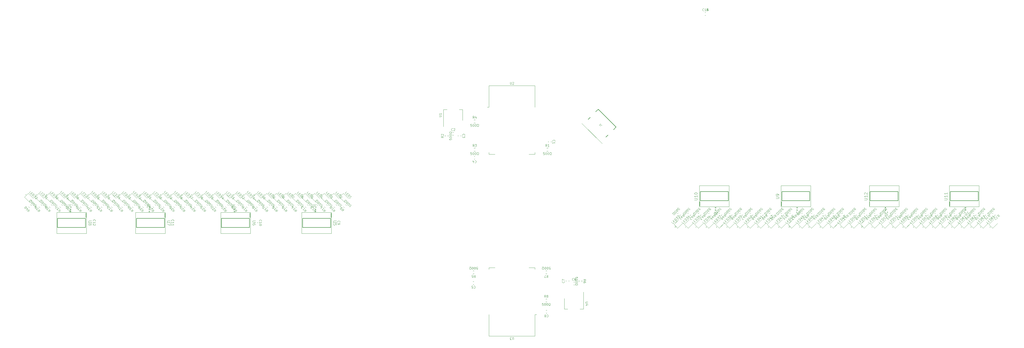
<source format=gbr>
%TF.GenerationSoftware,Flux,Pcbnew,7.0.11-7.0.11~ubuntu20.04.1*%
%TF.CreationDate,2024-08-21T17:33:55+00:00*%
%TF.ProjectId,input,696e7075-742e-46b6-9963-61645f706362,rev?*%
%TF.SameCoordinates,Original*%
%TF.FileFunction,Legend,Top*%
%TF.FilePolarity,Positive*%
%FSLAX46Y46*%
G04 Gerber Fmt 4.6, Leading zero omitted, Abs format (unit mm)*
G04 Filename: practical-fuchsia-massive-robot-spider*
G04 Build it with Flux! Visit our site at: https://www.flux.ai (PCBNEW 7.0.11-7.0.11~ubuntu20.04.1) date 2024-08-21 17:33:55*
%MOMM*%
%LPD*%
G01*
G04 APERTURE LIST*
%ADD10C,0.095000*%
%ADD11C,0.120650*%
%ADD12C,0.074803*%
%ADD13C,0.120000*%
%ADD14C,0.100000*%
%ADD15C,0.050000*%
%ADD16C,0.200000*%
%ADD17C,0.127000*%
G04 APERTURE END LIST*
D10*
X130736724Y-8142513D02*
X131006098Y-7873139D01*
X131006098Y-7873139D02*
X130763661Y-7576828D01*
X130763661Y-7576828D02*
X130763661Y-7630703D01*
X130763661Y-7630703D02*
X130736724Y-7711515D01*
X130736724Y-7711515D02*
X130602037Y-7846202D01*
X130602037Y-7846202D02*
X130521225Y-7873139D01*
X130521225Y-7873139D02*
X130467350Y-7873139D01*
X130467350Y-7873139D02*
X130386538Y-7846202D01*
X130386538Y-7846202D02*
X130251851Y-7711515D01*
X130251851Y-7711515D02*
X130224913Y-7630703D01*
X130224913Y-7630703D02*
X130224913Y-7576828D01*
X130224913Y-7576828D02*
X130251851Y-7496016D01*
X130251851Y-7496016D02*
X130386538Y-7361329D01*
X130386538Y-7361329D02*
X130467350Y-7334391D01*
X130467350Y-7334391D02*
X130521225Y-7334391D01*
X130359600Y-8519637D02*
X130305725Y-8573512D01*
X130305725Y-8573512D02*
X130224913Y-8600449D01*
X130224913Y-8600449D02*
X130171038Y-8600449D01*
X130171038Y-8600449D02*
X130090226Y-8573512D01*
X130090226Y-8573512D02*
X129955539Y-8492700D01*
X129955539Y-8492700D02*
X129820852Y-8358013D01*
X129820852Y-8358013D02*
X129740040Y-8223326D01*
X129740040Y-8223326D02*
X129713103Y-8142514D01*
X129713103Y-8142514D02*
X129713103Y-8088639D01*
X129713103Y-8088639D02*
X129740040Y-8007827D01*
X129740040Y-8007827D02*
X129793915Y-7953952D01*
X129793915Y-7953952D02*
X129874727Y-7927014D01*
X129874727Y-7927014D02*
X129928602Y-7927014D01*
X129928602Y-7927014D02*
X130009414Y-7953952D01*
X130009414Y-7953952D02*
X130144101Y-8034764D01*
X130144101Y-8034764D02*
X130278788Y-8169451D01*
X130278788Y-8169451D02*
X130359600Y-8304138D01*
X130359600Y-8304138D02*
X130386538Y-8384950D01*
X130386538Y-8384950D02*
X130386538Y-8438825D01*
X130386538Y-8438825D02*
X130359600Y-8519637D01*
X129820852Y-9058385D02*
X129766977Y-9112260D01*
X129766977Y-9112260D02*
X129686165Y-9139198D01*
X129686165Y-9139198D02*
X129632290Y-9139198D01*
X129632290Y-9139198D02*
X129551478Y-9112260D01*
X129551478Y-9112260D02*
X129416791Y-9031448D01*
X129416791Y-9031448D02*
X129282104Y-8896761D01*
X129282104Y-8896761D02*
X129201292Y-8762074D01*
X129201292Y-8762074D02*
X129174354Y-8681262D01*
X129174354Y-8681262D02*
X129174354Y-8627387D01*
X129174354Y-8627387D02*
X129201292Y-8546575D01*
X129201292Y-8546575D02*
X129255167Y-8492700D01*
X129255167Y-8492700D02*
X129335979Y-8465762D01*
X129335979Y-8465762D02*
X129389854Y-8465762D01*
X129389854Y-8465762D02*
X129470666Y-8492700D01*
X129470666Y-8492700D02*
X129605353Y-8573512D01*
X129605353Y-8573512D02*
X129740040Y-8708199D01*
X129740040Y-8708199D02*
X129820852Y-8842886D01*
X129820852Y-8842886D02*
X129847789Y-8923698D01*
X129847789Y-8923698D02*
X129847789Y-8977573D01*
X129847789Y-8977573D02*
X129820852Y-9058385D01*
X128851105Y-8896761D02*
X128716418Y-9031448D01*
X128716418Y-9031448D02*
X128824168Y-9139198D01*
X128824168Y-9139198D02*
X128904980Y-9112260D01*
X128904980Y-9112260D02*
X129012730Y-9112260D01*
X129012730Y-9112260D02*
X129120479Y-9166135D01*
X129120479Y-9166135D02*
X129255166Y-9300822D01*
X129255166Y-9300822D02*
X129309041Y-9408572D01*
X129309041Y-9408572D02*
X129309041Y-9516321D01*
X129309041Y-9516321D02*
X129255166Y-9624071D01*
X129255166Y-9624071D02*
X129147417Y-9731821D01*
X129147417Y-9731821D02*
X129039667Y-9785695D01*
X129039667Y-9785695D02*
X128931918Y-9785695D01*
X128931918Y-9785695D02*
X128824168Y-9731821D01*
X128824168Y-9731821D02*
X128689481Y-9597134D01*
X128689481Y-9597134D02*
X128635606Y-9489384D01*
X128635606Y-9489384D02*
X128635606Y-9381634D01*
X128635606Y-9381634D02*
X128662544Y-9300822D01*
X128662544Y-9300822D02*
X128554794Y-9193072D01*
X128554794Y-9193072D02*
X128420107Y-9327760D01*
X131829718Y-9962799D02*
X132287654Y-10043611D01*
X132152967Y-9639550D02*
X132718652Y-10205235D01*
X132718652Y-10205235D02*
X132503153Y-10420734D01*
X132503153Y-10420734D02*
X132422341Y-10447672D01*
X132422341Y-10447672D02*
X132368466Y-10447672D01*
X132368466Y-10447672D02*
X132287654Y-10420734D01*
X132287654Y-10420734D02*
X132206841Y-10339922D01*
X132206841Y-10339922D02*
X132179904Y-10259110D01*
X132179904Y-10259110D02*
X132179904Y-10205235D01*
X132179904Y-10205235D02*
X132206841Y-10124423D01*
X132206841Y-10124423D02*
X132422341Y-9908924D01*
X131910530Y-11013357D02*
X132018280Y-10905608D01*
X132018280Y-10905608D02*
X132045217Y-10824796D01*
X132045217Y-10824796D02*
X132045217Y-10770921D01*
X132045217Y-10770921D02*
X132018280Y-10636234D01*
X132018280Y-10636234D02*
X131937467Y-10501547D01*
X131937467Y-10501547D02*
X131721968Y-10286047D01*
X131721968Y-10286047D02*
X131641156Y-10259110D01*
X131641156Y-10259110D02*
X131587281Y-10259110D01*
X131587281Y-10259110D02*
X131506469Y-10286047D01*
X131506469Y-10286047D02*
X131398719Y-10393797D01*
X131398719Y-10393797D02*
X131371782Y-10474609D01*
X131371782Y-10474609D02*
X131371782Y-10528484D01*
X131371782Y-10528484D02*
X131398719Y-10609296D01*
X131398719Y-10609296D02*
X131533406Y-10743983D01*
X131533406Y-10743983D02*
X131614219Y-10770921D01*
X131614219Y-10770921D02*
X131668093Y-10770921D01*
X131668093Y-10770921D02*
X131748906Y-10743983D01*
X131748906Y-10743983D02*
X131856655Y-10636234D01*
X131856655Y-10636234D02*
X131883593Y-10555421D01*
X131883593Y-10555421D02*
X131883593Y-10501547D01*
X131883593Y-10501547D02*
X131856655Y-10420734D01*
X131506469Y-11417419D02*
X131452594Y-11471293D01*
X131452594Y-11471293D02*
X131371782Y-11498231D01*
X131371782Y-11498231D02*
X131317907Y-11498231D01*
X131317907Y-11498231D02*
X131237095Y-11471293D01*
X131237095Y-11471293D02*
X131102408Y-11390481D01*
X131102408Y-11390481D02*
X130967721Y-11255794D01*
X130967721Y-11255794D02*
X130886909Y-11121107D01*
X130886909Y-11121107D02*
X130859971Y-11040295D01*
X130859971Y-11040295D02*
X130859971Y-10986420D01*
X130859971Y-10986420D02*
X130886909Y-10905608D01*
X130886909Y-10905608D02*
X130940783Y-10851733D01*
X130940783Y-10851733D02*
X131021596Y-10824796D01*
X131021596Y-10824796D02*
X131075470Y-10824796D01*
X131075470Y-10824796D02*
X131156283Y-10851733D01*
X131156283Y-10851733D02*
X131290970Y-10932545D01*
X131290970Y-10932545D02*
X131425657Y-11067232D01*
X131425657Y-11067232D02*
X131506469Y-11201919D01*
X131506469Y-11201919D02*
X131533406Y-11282731D01*
X131533406Y-11282731D02*
X131533406Y-11336606D01*
X131533406Y-11336606D02*
X131506469Y-11417419D01*
X132575061Y-12644171D02*
X132305687Y-12913545D01*
X132305687Y-12913545D02*
X131740002Y-12347860D01*
X132467312Y-12159298D02*
X132655874Y-11970736D01*
X133032997Y-12186235D02*
X132763623Y-12455609D01*
X132763623Y-12455609D02*
X132197938Y-11889924D01*
X132197938Y-11889924D02*
X132467312Y-11620550D01*
X133275434Y-11943798D02*
X132709749Y-11378113D01*
X132709749Y-11378113D02*
X132844436Y-11243426D01*
X132844436Y-11243426D02*
X132952185Y-11189551D01*
X132952185Y-11189551D02*
X133059935Y-11189551D01*
X133059935Y-11189551D02*
X133140747Y-11216489D01*
X133140747Y-11216489D02*
X133275434Y-11297301D01*
X133275434Y-11297301D02*
X133356246Y-11378113D01*
X133356246Y-11378113D02*
X133437058Y-11512800D01*
X133437058Y-11512800D02*
X133463996Y-11593612D01*
X133463996Y-11593612D02*
X133463996Y-11701362D01*
X133463996Y-11701362D02*
X133410121Y-11809111D01*
X133410121Y-11809111D02*
X133275434Y-11943798D01*
X133544808Y-10543054D02*
X133275434Y-10812428D01*
X133275434Y-10812428D02*
X133517871Y-11108739D01*
X133517871Y-11108739D02*
X133517871Y-11054864D01*
X133517871Y-11054864D02*
X133544808Y-10974052D01*
X133544808Y-10974052D02*
X133679495Y-10839365D01*
X133679495Y-10839365D02*
X133760307Y-10812428D01*
X133760307Y-10812428D02*
X133814182Y-10812428D01*
X133814182Y-10812428D02*
X133894994Y-10839365D01*
X133894994Y-10839365D02*
X134029681Y-10974052D01*
X134029681Y-10974052D02*
X134056619Y-11054864D01*
X134056619Y-11054864D02*
X134056619Y-11108739D01*
X134056619Y-11108739D02*
X134029681Y-11189551D01*
X134029681Y-11189551D02*
X133894994Y-11324238D01*
X133894994Y-11324238D02*
X133814182Y-11351176D01*
X133814182Y-11351176D02*
X133760307Y-11351176D01*
X133760307Y-10327554D02*
X134110494Y-9977368D01*
X134110494Y-9977368D02*
X134137431Y-10381429D01*
X134137431Y-10381429D02*
X134218243Y-10300617D01*
X134218243Y-10300617D02*
X134299055Y-10273679D01*
X134299055Y-10273679D02*
X134352930Y-10273679D01*
X134352930Y-10273679D02*
X134433742Y-10300617D01*
X134433742Y-10300617D02*
X134568429Y-10435304D01*
X134568429Y-10435304D02*
X134595367Y-10516116D01*
X134595367Y-10516116D02*
X134595367Y-10569991D01*
X134595367Y-10569991D02*
X134568429Y-10650803D01*
X134568429Y-10650803D02*
X134406805Y-10812427D01*
X134406805Y-10812427D02*
X134325993Y-10839365D01*
X134325993Y-10839365D02*
X134272118Y-10839365D01*
X-157377767Y-2194265D02*
X-157647141Y-1924891D01*
X-157647141Y-1924891D02*
X-157081456Y-1359206D01*
X-156892894Y-2086516D02*
X-156704332Y-2275078D01*
X-156919831Y-2652201D02*
X-157189205Y-2382827D01*
X-157189205Y-2382827D02*
X-156623520Y-1817142D01*
X-156623520Y-1817142D02*
X-156354146Y-2086516D01*
X-156677394Y-2894638D02*
X-156111709Y-2328953D01*
X-156111709Y-2328953D02*
X-155977022Y-2463640D01*
X-155977022Y-2463640D02*
X-155923147Y-2571389D01*
X-155923147Y-2571389D02*
X-155923147Y-2679139D01*
X-155923147Y-2679139D02*
X-155950085Y-2759951D01*
X-155950085Y-2759951D02*
X-156030897Y-2894638D01*
X-156030897Y-2894638D02*
X-156111709Y-2975450D01*
X-156111709Y-2975450D02*
X-156246396Y-3056262D01*
X-156246396Y-3056262D02*
X-156327208Y-3083200D01*
X-156327208Y-3083200D02*
X-156434958Y-3083200D01*
X-156434958Y-3083200D02*
X-156542707Y-3029325D01*
X-156542707Y-3029325D02*
X-156677394Y-2894638D01*
X-155626836Y-2921575D02*
X-155572961Y-2921575D01*
X-155572961Y-2921575D02*
X-155492149Y-2948513D01*
X-155492149Y-2948513D02*
X-155357462Y-3083200D01*
X-155357462Y-3083200D02*
X-155330524Y-3164012D01*
X-155330524Y-3164012D02*
X-155330524Y-3217887D01*
X-155330524Y-3217887D02*
X-155357462Y-3298699D01*
X-155357462Y-3298699D02*
X-155411337Y-3352574D01*
X-155411337Y-3352574D02*
X-155519086Y-3406449D01*
X-155519086Y-3406449D02*
X-156165584Y-3406449D01*
X-156165584Y-3406449D02*
X-155815398Y-3756635D01*
X-155546023Y-4026009D02*
X-155438274Y-4133759D01*
X-155438274Y-4133759D02*
X-155357462Y-4160696D01*
X-155357462Y-4160696D02*
X-155303587Y-4160696D01*
X-155303587Y-4160696D02*
X-155168900Y-4133759D01*
X-155168900Y-4133759D02*
X-155034213Y-4052946D01*
X-155034213Y-4052946D02*
X-154818714Y-3837447D01*
X-154818714Y-3837447D02*
X-154791776Y-3756635D01*
X-154791776Y-3756635D02*
X-154791776Y-3702760D01*
X-154791776Y-3702760D02*
X-154818714Y-3621948D01*
X-154818714Y-3621948D02*
X-154926463Y-3514198D01*
X-154926463Y-3514198D02*
X-155007275Y-3487261D01*
X-155007275Y-3487261D02*
X-155061150Y-3487261D01*
X-155061150Y-3487261D02*
X-155141962Y-3514198D01*
X-155141962Y-3514198D02*
X-155276649Y-3648885D01*
X-155276649Y-3648885D02*
X-155303587Y-3729698D01*
X-155303587Y-3729698D02*
X-155303587Y-3783572D01*
X-155303587Y-3783572D02*
X-155276649Y-3864385D01*
X-155276649Y-3864385D02*
X-155168900Y-3972134D01*
X-155168900Y-3972134D02*
X-155088088Y-3999072D01*
X-155088088Y-3999072D02*
X-155034213Y-3999072D01*
X-155034213Y-3999072D02*
X-154953401Y-3972134D01*
X162334524Y-8142513D02*
X162603898Y-7873139D01*
X162603898Y-7873139D02*
X162361461Y-7576828D01*
X162361461Y-7576828D02*
X162361461Y-7630703D01*
X162361461Y-7630703D02*
X162334524Y-7711515D01*
X162334524Y-7711515D02*
X162199837Y-7846202D01*
X162199837Y-7846202D02*
X162119025Y-7873139D01*
X162119025Y-7873139D02*
X162065150Y-7873139D01*
X162065150Y-7873139D02*
X161984338Y-7846202D01*
X161984338Y-7846202D02*
X161849651Y-7711515D01*
X161849651Y-7711515D02*
X161822713Y-7630703D01*
X161822713Y-7630703D02*
X161822713Y-7576828D01*
X161822713Y-7576828D02*
X161849651Y-7496016D01*
X161849651Y-7496016D02*
X161984338Y-7361329D01*
X161984338Y-7361329D02*
X162065150Y-7334391D01*
X162065150Y-7334391D02*
X162119025Y-7334391D01*
X161957400Y-8519637D02*
X161903525Y-8573512D01*
X161903525Y-8573512D02*
X161822713Y-8600449D01*
X161822713Y-8600449D02*
X161768838Y-8600449D01*
X161768838Y-8600449D02*
X161688026Y-8573512D01*
X161688026Y-8573512D02*
X161553339Y-8492700D01*
X161553339Y-8492700D02*
X161418652Y-8358013D01*
X161418652Y-8358013D02*
X161337840Y-8223326D01*
X161337840Y-8223326D02*
X161310903Y-8142514D01*
X161310903Y-8142514D02*
X161310903Y-8088639D01*
X161310903Y-8088639D02*
X161337840Y-8007827D01*
X161337840Y-8007827D02*
X161391715Y-7953952D01*
X161391715Y-7953952D02*
X161472527Y-7927014D01*
X161472527Y-7927014D02*
X161526402Y-7927014D01*
X161526402Y-7927014D02*
X161607214Y-7953952D01*
X161607214Y-7953952D02*
X161741901Y-8034764D01*
X161741901Y-8034764D02*
X161876588Y-8169451D01*
X161876588Y-8169451D02*
X161957400Y-8304138D01*
X161957400Y-8304138D02*
X161984338Y-8384950D01*
X161984338Y-8384950D02*
X161984338Y-8438825D01*
X161984338Y-8438825D02*
X161957400Y-8519637D01*
X161418652Y-9058385D02*
X161364777Y-9112260D01*
X161364777Y-9112260D02*
X161283965Y-9139198D01*
X161283965Y-9139198D02*
X161230090Y-9139198D01*
X161230090Y-9139198D02*
X161149278Y-9112260D01*
X161149278Y-9112260D02*
X161014591Y-9031448D01*
X161014591Y-9031448D02*
X160879904Y-8896761D01*
X160879904Y-8896761D02*
X160799092Y-8762074D01*
X160799092Y-8762074D02*
X160772154Y-8681262D01*
X160772154Y-8681262D02*
X160772154Y-8627387D01*
X160772154Y-8627387D02*
X160799092Y-8546575D01*
X160799092Y-8546575D02*
X160852967Y-8492700D01*
X160852967Y-8492700D02*
X160933779Y-8465762D01*
X160933779Y-8465762D02*
X160987654Y-8465762D01*
X160987654Y-8465762D02*
X161068466Y-8492700D01*
X161068466Y-8492700D02*
X161203153Y-8573512D01*
X161203153Y-8573512D02*
X161337840Y-8708199D01*
X161337840Y-8708199D02*
X161418652Y-8842886D01*
X161418652Y-8842886D02*
X161445589Y-8923698D01*
X161445589Y-8923698D02*
X161445589Y-8977573D01*
X161445589Y-8977573D02*
X161418652Y-9058385D01*
X160448905Y-8896761D02*
X160314218Y-9031448D01*
X160314218Y-9031448D02*
X160421968Y-9139198D01*
X160421968Y-9139198D02*
X160502780Y-9112260D01*
X160502780Y-9112260D02*
X160610530Y-9112260D01*
X160610530Y-9112260D02*
X160718279Y-9166135D01*
X160718279Y-9166135D02*
X160852966Y-9300822D01*
X160852966Y-9300822D02*
X160906841Y-9408572D01*
X160906841Y-9408572D02*
X160906841Y-9516321D01*
X160906841Y-9516321D02*
X160852966Y-9624071D01*
X160852966Y-9624071D02*
X160745217Y-9731821D01*
X160745217Y-9731821D02*
X160637467Y-9785695D01*
X160637467Y-9785695D02*
X160529718Y-9785695D01*
X160529718Y-9785695D02*
X160421968Y-9731821D01*
X160421968Y-9731821D02*
X160287281Y-9597134D01*
X160287281Y-9597134D02*
X160233406Y-9489384D01*
X160233406Y-9489384D02*
X160233406Y-9381634D01*
X160233406Y-9381634D02*
X160260344Y-9300822D01*
X160260344Y-9300822D02*
X160152594Y-9193072D01*
X160152594Y-9193072D02*
X160017907Y-9327760D01*
X163427518Y-9962799D02*
X163885454Y-10043611D01*
X163750767Y-9639550D02*
X164316452Y-10205235D01*
X164316452Y-10205235D02*
X164100953Y-10420734D01*
X164100953Y-10420734D02*
X164020141Y-10447672D01*
X164020141Y-10447672D02*
X163966266Y-10447672D01*
X163966266Y-10447672D02*
X163885454Y-10420734D01*
X163885454Y-10420734D02*
X163804641Y-10339922D01*
X163804641Y-10339922D02*
X163777704Y-10259110D01*
X163777704Y-10259110D02*
X163777704Y-10205235D01*
X163777704Y-10205235D02*
X163804641Y-10124423D01*
X163804641Y-10124423D02*
X164020141Y-9908924D01*
X163508330Y-11013357D02*
X163616080Y-10905608D01*
X163616080Y-10905608D02*
X163643017Y-10824796D01*
X163643017Y-10824796D02*
X163643017Y-10770921D01*
X163643017Y-10770921D02*
X163616080Y-10636234D01*
X163616080Y-10636234D02*
X163535267Y-10501547D01*
X163535267Y-10501547D02*
X163319768Y-10286047D01*
X163319768Y-10286047D02*
X163238956Y-10259110D01*
X163238956Y-10259110D02*
X163185081Y-10259110D01*
X163185081Y-10259110D02*
X163104269Y-10286047D01*
X163104269Y-10286047D02*
X162996519Y-10393797D01*
X162996519Y-10393797D02*
X162969582Y-10474609D01*
X162969582Y-10474609D02*
X162969582Y-10528484D01*
X162969582Y-10528484D02*
X162996519Y-10609296D01*
X162996519Y-10609296D02*
X163131206Y-10743983D01*
X163131206Y-10743983D02*
X163212019Y-10770921D01*
X163212019Y-10770921D02*
X163265893Y-10770921D01*
X163265893Y-10770921D02*
X163346706Y-10743983D01*
X163346706Y-10743983D02*
X163454455Y-10636234D01*
X163454455Y-10636234D02*
X163481393Y-10555421D01*
X163481393Y-10555421D02*
X163481393Y-10501547D01*
X163481393Y-10501547D02*
X163454455Y-10420734D01*
X162619396Y-10770921D02*
X162511646Y-10878670D01*
X162511646Y-10878670D02*
X162484709Y-10959483D01*
X162484709Y-10959483D02*
X162484709Y-11013357D01*
X162484709Y-11013357D02*
X162511646Y-11148044D01*
X162511646Y-11148044D02*
X162592458Y-11282731D01*
X162592458Y-11282731D02*
X162807957Y-11498231D01*
X162807957Y-11498231D02*
X162888770Y-11525168D01*
X162888770Y-11525168D02*
X162942644Y-11525168D01*
X162942644Y-11525168D02*
X163023457Y-11498231D01*
X163023457Y-11498231D02*
X163131206Y-11390481D01*
X163131206Y-11390481D02*
X163158144Y-11309669D01*
X163158144Y-11309669D02*
X163158144Y-11255794D01*
X163158144Y-11255794D02*
X163131206Y-11174982D01*
X163131206Y-11174982D02*
X162996519Y-11040295D01*
X162996519Y-11040295D02*
X162915707Y-11013357D01*
X162915707Y-11013357D02*
X162861832Y-11013357D01*
X162861832Y-11013357D02*
X162781020Y-11040295D01*
X162781020Y-11040295D02*
X162673270Y-11148044D01*
X162673270Y-11148044D02*
X162646333Y-11228857D01*
X162646333Y-11228857D02*
X162646333Y-11282731D01*
X162646333Y-11282731D02*
X162673270Y-11363544D01*
X169111324Y-8142513D02*
X169380698Y-7873139D01*
X169380698Y-7873139D02*
X169138261Y-7576828D01*
X169138261Y-7576828D02*
X169138261Y-7630703D01*
X169138261Y-7630703D02*
X169111324Y-7711515D01*
X169111324Y-7711515D02*
X168976637Y-7846202D01*
X168976637Y-7846202D02*
X168895825Y-7873139D01*
X168895825Y-7873139D02*
X168841950Y-7873139D01*
X168841950Y-7873139D02*
X168761138Y-7846202D01*
X168761138Y-7846202D02*
X168626451Y-7711515D01*
X168626451Y-7711515D02*
X168599513Y-7630703D01*
X168599513Y-7630703D02*
X168599513Y-7576828D01*
X168599513Y-7576828D02*
X168626451Y-7496016D01*
X168626451Y-7496016D02*
X168761138Y-7361329D01*
X168761138Y-7361329D02*
X168841950Y-7334391D01*
X168841950Y-7334391D02*
X168895825Y-7334391D01*
X168734200Y-8519637D02*
X168680325Y-8573512D01*
X168680325Y-8573512D02*
X168599513Y-8600449D01*
X168599513Y-8600449D02*
X168545638Y-8600449D01*
X168545638Y-8600449D02*
X168464826Y-8573512D01*
X168464826Y-8573512D02*
X168330139Y-8492700D01*
X168330139Y-8492700D02*
X168195452Y-8358013D01*
X168195452Y-8358013D02*
X168114640Y-8223326D01*
X168114640Y-8223326D02*
X168087703Y-8142514D01*
X168087703Y-8142514D02*
X168087703Y-8088639D01*
X168087703Y-8088639D02*
X168114640Y-8007827D01*
X168114640Y-8007827D02*
X168168515Y-7953952D01*
X168168515Y-7953952D02*
X168249327Y-7927014D01*
X168249327Y-7927014D02*
X168303202Y-7927014D01*
X168303202Y-7927014D02*
X168384014Y-7953952D01*
X168384014Y-7953952D02*
X168518701Y-8034764D01*
X168518701Y-8034764D02*
X168653388Y-8169451D01*
X168653388Y-8169451D02*
X168734200Y-8304138D01*
X168734200Y-8304138D02*
X168761138Y-8384950D01*
X168761138Y-8384950D02*
X168761138Y-8438825D01*
X168761138Y-8438825D02*
X168734200Y-8519637D01*
X168195452Y-9058385D02*
X168141577Y-9112260D01*
X168141577Y-9112260D02*
X168060765Y-9139198D01*
X168060765Y-9139198D02*
X168006890Y-9139198D01*
X168006890Y-9139198D02*
X167926078Y-9112260D01*
X167926078Y-9112260D02*
X167791391Y-9031448D01*
X167791391Y-9031448D02*
X167656704Y-8896761D01*
X167656704Y-8896761D02*
X167575892Y-8762074D01*
X167575892Y-8762074D02*
X167548954Y-8681262D01*
X167548954Y-8681262D02*
X167548954Y-8627387D01*
X167548954Y-8627387D02*
X167575892Y-8546575D01*
X167575892Y-8546575D02*
X167629767Y-8492700D01*
X167629767Y-8492700D02*
X167710579Y-8465762D01*
X167710579Y-8465762D02*
X167764454Y-8465762D01*
X167764454Y-8465762D02*
X167845266Y-8492700D01*
X167845266Y-8492700D02*
X167979953Y-8573512D01*
X167979953Y-8573512D02*
X168114640Y-8708199D01*
X168114640Y-8708199D02*
X168195452Y-8842886D01*
X168195452Y-8842886D02*
X168222389Y-8923698D01*
X168222389Y-8923698D02*
X168222389Y-8977573D01*
X168222389Y-8977573D02*
X168195452Y-9058385D01*
X167225705Y-8896761D02*
X167091018Y-9031448D01*
X167091018Y-9031448D02*
X167198768Y-9139198D01*
X167198768Y-9139198D02*
X167279580Y-9112260D01*
X167279580Y-9112260D02*
X167387330Y-9112260D01*
X167387330Y-9112260D02*
X167495079Y-9166135D01*
X167495079Y-9166135D02*
X167629766Y-9300822D01*
X167629766Y-9300822D02*
X167683641Y-9408572D01*
X167683641Y-9408572D02*
X167683641Y-9516321D01*
X167683641Y-9516321D02*
X167629766Y-9624071D01*
X167629766Y-9624071D02*
X167522017Y-9731821D01*
X167522017Y-9731821D02*
X167414267Y-9785695D01*
X167414267Y-9785695D02*
X167306518Y-9785695D01*
X167306518Y-9785695D02*
X167198768Y-9731821D01*
X167198768Y-9731821D02*
X167064081Y-9597134D01*
X167064081Y-9597134D02*
X167010206Y-9489384D01*
X167010206Y-9489384D02*
X167010206Y-9381634D01*
X167010206Y-9381634D02*
X167037144Y-9300822D01*
X167037144Y-9300822D02*
X166929394Y-9193072D01*
X166929394Y-9193072D02*
X166794707Y-9327760D01*
X170204318Y-9962799D02*
X170662254Y-10043611D01*
X170527567Y-9639550D02*
X171093252Y-10205235D01*
X171093252Y-10205235D02*
X170877753Y-10420734D01*
X170877753Y-10420734D02*
X170796941Y-10447672D01*
X170796941Y-10447672D02*
X170743066Y-10447672D01*
X170743066Y-10447672D02*
X170662254Y-10420734D01*
X170662254Y-10420734D02*
X170581441Y-10339922D01*
X170581441Y-10339922D02*
X170554504Y-10259110D01*
X170554504Y-10259110D02*
X170554504Y-10205235D01*
X170554504Y-10205235D02*
X170581441Y-10124423D01*
X170581441Y-10124423D02*
X170796941Y-9908924D01*
X170581441Y-10717046D02*
X170204318Y-11094170D01*
X170204318Y-11094170D02*
X169881069Y-10286047D01*
X169126822Y-11040295D02*
X169450070Y-10717046D01*
X169288446Y-10878670D02*
X169854131Y-11444356D01*
X169854131Y-11444356D02*
X169827194Y-11309669D01*
X169827194Y-11309669D02*
X169827194Y-11201919D01*
X169827194Y-11201919D02*
X169854131Y-11121107D01*
D11*
X-118771546Y-11912897D02*
X-119594023Y-11912897D01*
X-119594023Y-11912897D02*
X-119690785Y-11961278D01*
X-119690785Y-11961278D02*
X-119739166Y-12009659D01*
X-119739166Y-12009659D02*
X-119787546Y-12106421D01*
X-119787546Y-12106421D02*
X-119787546Y-12299945D01*
X-119787546Y-12299945D02*
X-119739166Y-12396707D01*
X-119739166Y-12396707D02*
X-119690785Y-12445088D01*
X-119690785Y-12445088D02*
X-119594023Y-12493469D01*
X-119594023Y-12493469D02*
X-118771546Y-12493469D01*
X-118771546Y-12880516D02*
X-118771546Y-13557850D01*
X-118771546Y-13557850D02*
X-119787546Y-13122421D01*
X-126988351Y-6239505D02*
X-125972351Y-6239505D01*
X-126891590Y-7303887D02*
X-126939971Y-7255506D01*
X-126939971Y-7255506D02*
X-126988351Y-7110363D01*
X-126988351Y-7110363D02*
X-126988351Y-7013601D01*
X-126988351Y-7013601D02*
X-126939971Y-6868458D01*
X-126939971Y-6868458D02*
X-126843209Y-6771696D01*
X-126843209Y-6771696D02*
X-126746447Y-6723315D01*
X-126746447Y-6723315D02*
X-126552923Y-6674934D01*
X-126552923Y-6674934D02*
X-126407780Y-6674934D01*
X-126407780Y-6674934D02*
X-126214256Y-6723315D01*
X-126214256Y-6723315D02*
X-126117494Y-6771696D01*
X-126117494Y-6771696D02*
X-126020732Y-6868458D01*
X-126020732Y-6868458D02*
X-125972351Y-7013601D01*
X-125972351Y-7013601D02*
X-125972351Y-7110363D01*
X-125972351Y-7110363D02*
X-126020732Y-7255506D01*
X-126020732Y-7255506D02*
X-126069113Y-7303887D01*
X-125972351Y-7884458D02*
X-126214256Y-7884458D01*
X-126117494Y-7642553D02*
X-126214256Y-7884458D01*
X-126214256Y-7884458D02*
X-126117494Y-8126363D01*
X-126407780Y-7739315D02*
X-126214256Y-7884458D01*
X-126214256Y-7884458D02*
X-126407780Y-8029601D01*
X-125972351Y-8658553D02*
X-126214256Y-8658553D01*
X-126117494Y-8416648D02*
X-126214256Y-8658553D01*
X-126214256Y-8658553D02*
X-126117494Y-8900458D01*
X-126407780Y-8513410D02*
X-126214256Y-8658553D01*
X-126214256Y-8658553D02*
X-126407780Y-8803696D01*
D10*
X79439424Y-8142513D02*
X79708798Y-7873139D01*
X79708798Y-7873139D02*
X79466361Y-7576828D01*
X79466361Y-7576828D02*
X79466361Y-7630703D01*
X79466361Y-7630703D02*
X79439424Y-7711515D01*
X79439424Y-7711515D02*
X79304737Y-7846202D01*
X79304737Y-7846202D02*
X79223925Y-7873139D01*
X79223925Y-7873139D02*
X79170050Y-7873139D01*
X79170050Y-7873139D02*
X79089238Y-7846202D01*
X79089238Y-7846202D02*
X78954551Y-7711515D01*
X78954551Y-7711515D02*
X78927613Y-7630703D01*
X78927613Y-7630703D02*
X78927613Y-7576828D01*
X78927613Y-7576828D02*
X78954551Y-7496016D01*
X78954551Y-7496016D02*
X79089238Y-7361329D01*
X79089238Y-7361329D02*
X79170050Y-7334391D01*
X79170050Y-7334391D02*
X79223925Y-7334391D01*
X79062300Y-8519637D02*
X79008425Y-8573512D01*
X79008425Y-8573512D02*
X78927613Y-8600449D01*
X78927613Y-8600449D02*
X78873738Y-8600449D01*
X78873738Y-8600449D02*
X78792926Y-8573512D01*
X78792926Y-8573512D02*
X78658239Y-8492700D01*
X78658239Y-8492700D02*
X78523552Y-8358013D01*
X78523552Y-8358013D02*
X78442740Y-8223326D01*
X78442740Y-8223326D02*
X78415803Y-8142514D01*
X78415803Y-8142514D02*
X78415803Y-8088639D01*
X78415803Y-8088639D02*
X78442740Y-8007827D01*
X78442740Y-8007827D02*
X78496615Y-7953952D01*
X78496615Y-7953952D02*
X78577427Y-7927014D01*
X78577427Y-7927014D02*
X78631302Y-7927014D01*
X78631302Y-7927014D02*
X78712114Y-7953952D01*
X78712114Y-7953952D02*
X78846801Y-8034764D01*
X78846801Y-8034764D02*
X78981488Y-8169451D01*
X78981488Y-8169451D02*
X79062300Y-8304138D01*
X79062300Y-8304138D02*
X79089238Y-8384950D01*
X79089238Y-8384950D02*
X79089238Y-8438825D01*
X79089238Y-8438825D02*
X79062300Y-8519637D01*
X78523552Y-9058385D02*
X78469677Y-9112260D01*
X78469677Y-9112260D02*
X78388865Y-9139198D01*
X78388865Y-9139198D02*
X78334990Y-9139198D01*
X78334990Y-9139198D02*
X78254178Y-9112260D01*
X78254178Y-9112260D02*
X78119491Y-9031448D01*
X78119491Y-9031448D02*
X77984804Y-8896761D01*
X77984804Y-8896761D02*
X77903992Y-8762074D01*
X77903992Y-8762074D02*
X77877054Y-8681262D01*
X77877054Y-8681262D02*
X77877054Y-8627387D01*
X77877054Y-8627387D02*
X77903992Y-8546575D01*
X77903992Y-8546575D02*
X77957867Y-8492700D01*
X77957867Y-8492700D02*
X78038679Y-8465762D01*
X78038679Y-8465762D02*
X78092554Y-8465762D01*
X78092554Y-8465762D02*
X78173366Y-8492700D01*
X78173366Y-8492700D02*
X78308053Y-8573512D01*
X78308053Y-8573512D02*
X78442740Y-8708199D01*
X78442740Y-8708199D02*
X78523552Y-8842886D01*
X78523552Y-8842886D02*
X78550489Y-8923698D01*
X78550489Y-8923698D02*
X78550489Y-8977573D01*
X78550489Y-8977573D02*
X78523552Y-9058385D01*
X77553805Y-8896761D02*
X77419118Y-9031448D01*
X77419118Y-9031448D02*
X77526868Y-9139198D01*
X77526868Y-9139198D02*
X77607680Y-9112260D01*
X77607680Y-9112260D02*
X77715430Y-9112260D01*
X77715430Y-9112260D02*
X77823179Y-9166135D01*
X77823179Y-9166135D02*
X77957866Y-9300822D01*
X77957866Y-9300822D02*
X78011741Y-9408572D01*
X78011741Y-9408572D02*
X78011741Y-9516321D01*
X78011741Y-9516321D02*
X77957866Y-9624071D01*
X77957866Y-9624071D02*
X77850117Y-9731821D01*
X77850117Y-9731821D02*
X77742367Y-9785695D01*
X77742367Y-9785695D02*
X77634618Y-9785695D01*
X77634618Y-9785695D02*
X77526868Y-9731821D01*
X77526868Y-9731821D02*
X77392181Y-9597134D01*
X77392181Y-9597134D02*
X77338306Y-9489384D01*
X77338306Y-9489384D02*
X77338306Y-9381634D01*
X77338306Y-9381634D02*
X77365244Y-9300822D01*
X77365244Y-9300822D02*
X77257494Y-9193072D01*
X77257494Y-9193072D02*
X77122807Y-9327760D01*
X80532418Y-9962799D02*
X80990354Y-10043611D01*
X80855667Y-9639550D02*
X81421352Y-10205235D01*
X81421352Y-10205235D02*
X81205853Y-10420734D01*
X81205853Y-10420734D02*
X81125041Y-10447672D01*
X81125041Y-10447672D02*
X81071166Y-10447672D01*
X81071166Y-10447672D02*
X80990354Y-10420734D01*
X80990354Y-10420734D02*
X80909541Y-10339922D01*
X80909541Y-10339922D02*
X80882604Y-10259110D01*
X80882604Y-10259110D02*
X80882604Y-10205235D01*
X80882604Y-10205235D02*
X80909541Y-10124423D01*
X80909541Y-10124423D02*
X81125041Y-9908924D01*
X80424668Y-10824796D02*
X80047545Y-10447672D01*
X80774854Y-10905608D02*
X80505480Y-10366860D01*
X80505480Y-10366860D02*
X80155294Y-10717046D01*
X80074482Y-11552106D02*
X80182231Y-11444356D01*
X80182231Y-11444356D02*
X80209169Y-11363544D01*
X80209169Y-11363544D02*
X80209169Y-11309669D01*
X80209169Y-11309669D02*
X80182231Y-11174982D01*
X80182231Y-11174982D02*
X80101419Y-11040295D01*
X80101419Y-11040295D02*
X79885920Y-10824796D01*
X79885920Y-10824796D02*
X79805108Y-10797858D01*
X79805108Y-10797858D02*
X79751233Y-10797858D01*
X79751233Y-10797858D02*
X79670421Y-10824796D01*
X79670421Y-10824796D02*
X79562671Y-10932545D01*
X79562671Y-10932545D02*
X79535734Y-11013357D01*
X79535734Y-11013357D02*
X79535734Y-11067232D01*
X79535734Y-11067232D02*
X79562671Y-11148044D01*
X79562671Y-11148044D02*
X79697358Y-11282731D01*
X79697358Y-11282731D02*
X79778170Y-11309669D01*
X79778170Y-11309669D02*
X79832045Y-11309669D01*
X79832045Y-11309669D02*
X79912857Y-11282731D01*
X79912857Y-11282731D02*
X80020607Y-11174982D01*
X80020607Y-11174982D02*
X80047544Y-11094170D01*
X80047544Y-11094170D02*
X80047544Y-11040295D01*
X80047544Y-11040295D02*
X80020607Y-10959483D01*
X-87760167Y-2194265D02*
X-88029541Y-1924891D01*
X-88029541Y-1924891D02*
X-87463856Y-1359206D01*
X-87275294Y-2086516D02*
X-87086732Y-2275078D01*
X-87302231Y-2652201D02*
X-87571605Y-2382827D01*
X-87571605Y-2382827D02*
X-87005920Y-1817142D01*
X-87005920Y-1817142D02*
X-86736546Y-2086516D01*
X-87059794Y-2894638D02*
X-86494109Y-2328953D01*
X-86494109Y-2328953D02*
X-86359422Y-2463640D01*
X-86359422Y-2463640D02*
X-86305547Y-2571389D01*
X-86305547Y-2571389D02*
X-86305547Y-2679139D01*
X-86305547Y-2679139D02*
X-86332485Y-2759951D01*
X-86332485Y-2759951D02*
X-86413297Y-2894638D01*
X-86413297Y-2894638D02*
X-86494109Y-2975450D01*
X-86494109Y-2975450D02*
X-86628796Y-3056262D01*
X-86628796Y-3056262D02*
X-86709608Y-3083200D01*
X-86709608Y-3083200D02*
X-86817358Y-3083200D01*
X-86817358Y-3083200D02*
X-86925107Y-3029325D01*
X-86925107Y-3029325D02*
X-87059794Y-2894638D01*
X-86197798Y-3756635D02*
X-86521046Y-3433386D01*
X-86359422Y-3595011D02*
X-85793737Y-3029325D01*
X-85793737Y-3029325D02*
X-85928424Y-3056262D01*
X-85928424Y-3056262D02*
X-86036173Y-3056262D01*
X-86036173Y-3056262D02*
X-86116985Y-3029325D01*
X-85281926Y-3541136D02*
X-85228051Y-3595011D01*
X-85228051Y-3595011D02*
X-85201114Y-3675823D01*
X-85201114Y-3675823D02*
X-85201114Y-3729698D01*
X-85201114Y-3729698D02*
X-85228051Y-3810510D01*
X-85228051Y-3810510D02*
X-85308863Y-3945197D01*
X-85308863Y-3945197D02*
X-85443550Y-4079884D01*
X-85443550Y-4079884D02*
X-85578237Y-4160696D01*
X-85578237Y-4160696D02*
X-85659049Y-4187633D01*
X-85659049Y-4187633D02*
X-85712924Y-4187633D01*
X-85712924Y-4187633D02*
X-85793736Y-4160696D01*
X-85793736Y-4160696D02*
X-85847611Y-4106821D01*
X-85847611Y-4106821D02*
X-85874549Y-4026009D01*
X-85874549Y-4026009D02*
X-85874549Y-3972134D01*
X-85874549Y-3972134D02*
X-85847611Y-3891322D01*
X-85847611Y-3891322D02*
X-85766799Y-3756635D01*
X-85766799Y-3756635D02*
X-85632112Y-3621948D01*
X-85632112Y-3621948D02*
X-85497425Y-3541136D01*
X-85497425Y-3541136D02*
X-85416613Y-3514198D01*
X-85416613Y-3514198D02*
X-85362738Y-3514198D01*
X-85362738Y-3514198D02*
X-85281926Y-3541136D01*
X114254561Y-12644171D02*
X113985187Y-12913545D01*
X113985187Y-12913545D02*
X113419502Y-12347860D01*
X114146812Y-12159298D02*
X114335374Y-11970736D01*
X114712497Y-12186235D02*
X114443123Y-12455609D01*
X114443123Y-12455609D02*
X113877438Y-11889924D01*
X113877438Y-11889924D02*
X114146812Y-11620550D01*
X114954934Y-11943798D02*
X114389249Y-11378113D01*
X114389249Y-11378113D02*
X114523936Y-11243426D01*
X114523936Y-11243426D02*
X114631685Y-11189551D01*
X114631685Y-11189551D02*
X114739435Y-11189551D01*
X114739435Y-11189551D02*
X114820247Y-11216489D01*
X114820247Y-11216489D02*
X114954934Y-11297301D01*
X114954934Y-11297301D02*
X115035746Y-11378113D01*
X115035746Y-11378113D02*
X115116558Y-11512800D01*
X115116558Y-11512800D02*
X115143496Y-11593612D01*
X115143496Y-11593612D02*
X115143496Y-11701362D01*
X115143496Y-11701362D02*
X115089621Y-11809111D01*
X115089621Y-11809111D02*
X114954934Y-11943798D01*
X115385932Y-10758553D02*
X115763056Y-11135676D01*
X115035746Y-10677741D02*
X115305120Y-11216489D01*
X115305120Y-11216489D02*
X115655307Y-10866302D01*
X115816931Y-10435304D02*
X115736119Y-10462241D01*
X115736119Y-10462241D02*
X115682244Y-10462241D01*
X115682244Y-10462241D02*
X115601432Y-10435304D01*
X115601432Y-10435304D02*
X115574494Y-10408366D01*
X115574494Y-10408366D02*
X115547557Y-10327554D01*
X115547557Y-10327554D02*
X115547557Y-10273679D01*
X115547557Y-10273679D02*
X115574494Y-10192867D01*
X115574494Y-10192867D02*
X115682244Y-10085118D01*
X115682244Y-10085118D02*
X115763056Y-10058180D01*
X115763056Y-10058180D02*
X115816931Y-10058180D01*
X115816931Y-10058180D02*
X115897743Y-10085118D01*
X115897743Y-10085118D02*
X115924681Y-10112055D01*
X115924681Y-10112055D02*
X115951618Y-10192867D01*
X115951618Y-10192867D02*
X115951618Y-10246742D01*
X115951618Y-10246742D02*
X115924681Y-10327554D01*
X115924681Y-10327554D02*
X115816931Y-10435304D01*
X115816931Y-10435304D02*
X115789994Y-10516116D01*
X115789994Y-10516116D02*
X115789994Y-10569991D01*
X115789994Y-10569991D02*
X115816931Y-10650803D01*
X115816931Y-10650803D02*
X115924681Y-10758553D01*
X115924681Y-10758553D02*
X116005493Y-10785490D01*
X116005493Y-10785490D02*
X116059368Y-10785490D01*
X116059368Y-10785490D02*
X116140180Y-10758553D01*
X116140180Y-10758553D02*
X116247929Y-10650803D01*
X116247929Y-10650803D02*
X116274867Y-10569991D01*
X116274867Y-10569991D02*
X116274867Y-10516116D01*
X116274867Y-10516116D02*
X116247929Y-10435304D01*
X116247929Y-10435304D02*
X116140180Y-10327554D01*
X116140180Y-10327554D02*
X116059368Y-10300617D01*
X116059368Y-10300617D02*
X116005493Y-10300617D01*
X116005493Y-10300617D02*
X115924681Y-10327554D01*
X-58944104Y-6767033D02*
X-58674730Y-7036407D01*
X-58674730Y-7036407D02*
X-58378419Y-6793970D01*
X-58378419Y-6793970D02*
X-58432294Y-6793970D01*
X-58432294Y-6793970D02*
X-58513106Y-6767033D01*
X-58513106Y-6767033D02*
X-58647793Y-6632346D01*
X-58647793Y-6632346D02*
X-58674730Y-6551534D01*
X-58674730Y-6551534D02*
X-58674730Y-6497659D01*
X-58674730Y-6497659D02*
X-58647793Y-6416847D01*
X-58647793Y-6416847D02*
X-58513106Y-6282160D01*
X-58513106Y-6282160D02*
X-58432294Y-6255222D01*
X-58432294Y-6255222D02*
X-58378419Y-6255222D01*
X-58378419Y-6255222D02*
X-58297607Y-6282160D01*
X-58297607Y-6282160D02*
X-58162920Y-6416847D01*
X-58162920Y-6416847D02*
X-58135982Y-6497659D01*
X-58135982Y-6497659D02*
X-58135982Y-6551534D01*
X-59321228Y-6389909D02*
X-59375103Y-6336034D01*
X-59375103Y-6336034D02*
X-59402040Y-6255222D01*
X-59402040Y-6255222D02*
X-59402040Y-6201347D01*
X-59402040Y-6201347D02*
X-59375103Y-6120535D01*
X-59375103Y-6120535D02*
X-59294291Y-5985848D01*
X-59294291Y-5985848D02*
X-59159604Y-5851161D01*
X-59159604Y-5851161D02*
X-59024917Y-5770349D01*
X-59024917Y-5770349D02*
X-58944105Y-5743412D01*
X-58944105Y-5743412D02*
X-58890230Y-5743412D01*
X-58890230Y-5743412D02*
X-58809418Y-5770349D01*
X-58809418Y-5770349D02*
X-58755543Y-5824224D01*
X-58755543Y-5824224D02*
X-58728605Y-5905036D01*
X-58728605Y-5905036D02*
X-58728605Y-5958911D01*
X-58728605Y-5958911D02*
X-58755543Y-6039723D01*
X-58755543Y-6039723D02*
X-58836355Y-6174410D01*
X-58836355Y-6174410D02*
X-58971042Y-6309097D01*
X-58971042Y-6309097D02*
X-59105729Y-6389909D01*
X-59105729Y-6389909D02*
X-59186541Y-6416847D01*
X-59186541Y-6416847D02*
X-59240416Y-6416847D01*
X-59240416Y-6416847D02*
X-59321228Y-6389909D01*
X-59859976Y-5851161D02*
X-59913851Y-5797286D01*
X-59913851Y-5797286D02*
X-59940789Y-5716474D01*
X-59940789Y-5716474D02*
X-59940789Y-5662599D01*
X-59940789Y-5662599D02*
X-59913851Y-5581787D01*
X-59913851Y-5581787D02*
X-59833039Y-5447100D01*
X-59833039Y-5447100D02*
X-59698352Y-5312413D01*
X-59698352Y-5312413D02*
X-59563665Y-5231601D01*
X-59563665Y-5231601D02*
X-59482853Y-5204663D01*
X-59482853Y-5204663D02*
X-59428978Y-5204663D01*
X-59428978Y-5204663D02*
X-59348166Y-5231601D01*
X-59348166Y-5231601D02*
X-59294291Y-5285476D01*
X-59294291Y-5285476D02*
X-59267353Y-5366288D01*
X-59267353Y-5366288D02*
X-59267353Y-5420163D01*
X-59267353Y-5420163D02*
X-59294291Y-5500975D01*
X-59294291Y-5500975D02*
X-59375103Y-5635662D01*
X-59375103Y-5635662D02*
X-59509790Y-5770349D01*
X-59509790Y-5770349D02*
X-59644477Y-5851161D01*
X-59644477Y-5851161D02*
X-59725289Y-5878098D01*
X-59725289Y-5878098D02*
X-59779164Y-5878098D01*
X-59779164Y-5878098D02*
X-59859976Y-5851161D01*
X-59698352Y-4881414D02*
X-59833039Y-4746727D01*
X-59833039Y-4746727D02*
X-59940789Y-4854477D01*
X-59940789Y-4854477D02*
X-59913851Y-4935289D01*
X-59913851Y-4935289D02*
X-59913851Y-5043039D01*
X-59913851Y-5043039D02*
X-59967726Y-5150788D01*
X-59967726Y-5150788D02*
X-60102413Y-5285475D01*
X-60102413Y-5285475D02*
X-60210163Y-5339350D01*
X-60210163Y-5339350D02*
X-60317912Y-5339350D01*
X-60317912Y-5339350D02*
X-60425662Y-5285475D01*
X-60425662Y-5285475D02*
X-60533412Y-5177726D01*
X-60533412Y-5177726D02*
X-60587286Y-5069976D01*
X-60587286Y-5069976D02*
X-60587286Y-4962227D01*
X-60587286Y-4962227D02*
X-60533412Y-4854477D01*
X-60533412Y-4854477D02*
X-60398725Y-4719790D01*
X-60398725Y-4719790D02*
X-60290975Y-4665915D01*
X-60290975Y-4665915D02*
X-60183225Y-4665915D01*
X-60183225Y-4665915D02*
X-60102413Y-4692853D01*
X-60102413Y-4692853D02*
X-59994663Y-4585103D01*
X-59994663Y-4585103D02*
X-60129351Y-4450416D01*
X-60764408Y-7860009D02*
X-60845220Y-8317945D01*
X-60441159Y-8183258D02*
X-61006844Y-8748943D01*
X-61006844Y-8748943D02*
X-61222343Y-8533444D01*
X-61222343Y-8533444D02*
X-61249281Y-8452632D01*
X-61249281Y-8452632D02*
X-61249281Y-8398757D01*
X-61249281Y-8398757D02*
X-61222343Y-8317945D01*
X-61222343Y-8317945D02*
X-61141531Y-8237132D01*
X-61141531Y-8237132D02*
X-61060719Y-8210195D01*
X-61060719Y-8210195D02*
X-61006844Y-8210195D01*
X-61006844Y-8210195D02*
X-60926032Y-8237132D01*
X-60926032Y-8237132D02*
X-60710533Y-8452632D01*
X-61303156Y-7321261D02*
X-60979907Y-7644510D01*
X-61141531Y-7482885D02*
X-61707217Y-8048571D01*
X-61707217Y-8048571D02*
X-61572530Y-8021633D01*
X-61572530Y-8021633D02*
X-61464780Y-8021633D01*
X-61464780Y-8021633D02*
X-61383968Y-8048571D01*
X-62219028Y-7536760D02*
X-62272902Y-7482885D01*
X-62272902Y-7482885D02*
X-62299840Y-7402073D01*
X-62299840Y-7402073D02*
X-62299840Y-7348198D01*
X-62299840Y-7348198D02*
X-62272902Y-7267386D01*
X-62272902Y-7267386D02*
X-62192090Y-7132699D01*
X-62192090Y-7132699D02*
X-62057403Y-6998012D01*
X-62057403Y-6998012D02*
X-61922716Y-6917200D01*
X-61922716Y-6917200D02*
X-61841904Y-6890262D01*
X-61841904Y-6890262D02*
X-61788029Y-6890262D01*
X-61788029Y-6890262D02*
X-61707217Y-6917200D01*
X-61707217Y-6917200D02*
X-61653342Y-6971074D01*
X-61653342Y-6971074D02*
X-61626405Y-7051887D01*
X-61626405Y-7051887D02*
X-61626405Y-7105761D01*
X-61626405Y-7105761D02*
X-61653342Y-7186574D01*
X-61653342Y-7186574D02*
X-61734154Y-7321261D01*
X-61734154Y-7321261D02*
X-61868841Y-7455948D01*
X-61868841Y-7455948D02*
X-62003528Y-7536760D01*
X-62003528Y-7536760D02*
X-62084340Y-7563697D01*
X-62084340Y-7563697D02*
X-62138215Y-7563697D01*
X-62138215Y-7563697D02*
X-62219028Y-7536760D01*
X160508861Y-12644171D02*
X160239487Y-12913545D01*
X160239487Y-12913545D02*
X159673802Y-12347860D01*
X160401112Y-12159298D02*
X160589674Y-11970736D01*
X160966797Y-12186235D02*
X160697423Y-12455609D01*
X160697423Y-12455609D02*
X160131738Y-11889924D01*
X160131738Y-11889924D02*
X160401112Y-11620550D01*
X161209234Y-11943798D02*
X160643549Y-11378113D01*
X160643549Y-11378113D02*
X160778236Y-11243426D01*
X160778236Y-11243426D02*
X160885985Y-11189551D01*
X160885985Y-11189551D02*
X160993735Y-11189551D01*
X160993735Y-11189551D02*
X161074547Y-11216489D01*
X161074547Y-11216489D02*
X161209234Y-11297301D01*
X161209234Y-11297301D02*
X161290046Y-11378113D01*
X161290046Y-11378113D02*
X161370858Y-11512800D01*
X161370858Y-11512800D02*
X161397796Y-11593612D01*
X161397796Y-11593612D02*
X161397796Y-11701362D01*
X161397796Y-11701362D02*
X161343921Y-11809111D01*
X161343921Y-11809111D02*
X161209234Y-11943798D01*
X161451671Y-10569991D02*
X161343921Y-10677741D01*
X161343921Y-10677741D02*
X161316984Y-10758553D01*
X161316984Y-10758553D02*
X161316984Y-10812428D01*
X161316984Y-10812428D02*
X161343921Y-10947115D01*
X161343921Y-10947115D02*
X161424733Y-11081802D01*
X161424733Y-11081802D02*
X161640232Y-11297301D01*
X161640232Y-11297301D02*
X161721045Y-11324238D01*
X161721045Y-11324238D02*
X161774919Y-11324238D01*
X161774919Y-11324238D02*
X161855732Y-11297301D01*
X161855732Y-11297301D02*
X161963481Y-11189551D01*
X161963481Y-11189551D02*
X161990419Y-11108739D01*
X161990419Y-11108739D02*
X161990419Y-11054864D01*
X161990419Y-11054864D02*
X161963481Y-10974052D01*
X161963481Y-10974052D02*
X161828794Y-10839365D01*
X161828794Y-10839365D02*
X161747982Y-10812428D01*
X161747982Y-10812428D02*
X161694107Y-10812428D01*
X161694107Y-10812428D02*
X161613295Y-10839365D01*
X161613295Y-10839365D02*
X161505545Y-10947115D01*
X161505545Y-10947115D02*
X161478608Y-11027927D01*
X161478608Y-11027927D02*
X161478608Y-11081802D01*
X161478608Y-11081802D02*
X161505545Y-11162614D01*
X162609979Y-10543053D02*
X162286730Y-10866302D01*
X162448355Y-10704678D02*
X161882669Y-10138992D01*
X161882669Y-10138992D02*
X161909607Y-10273679D01*
X161909607Y-10273679D02*
X161909607Y-10381429D01*
X161909607Y-10381429D02*
X161882669Y-10462241D01*
X69920614Y62447535D02*
X69882518Y62409440D01*
X69882518Y62409440D02*
X69768233Y62371344D01*
X69768233Y62371344D02*
X69692042Y62371344D01*
X69692042Y62371344D02*
X69577756Y62409440D01*
X69577756Y62409440D02*
X69501566Y62485630D01*
X69501566Y62485630D02*
X69463471Y62561820D01*
X69463471Y62561820D02*
X69425375Y62714201D01*
X69425375Y62714201D02*
X69425375Y62828487D01*
X69425375Y62828487D02*
X69463471Y62980868D01*
X69463471Y62980868D02*
X69501566Y63057059D01*
X69501566Y63057059D02*
X69577756Y63133249D01*
X69577756Y63133249D02*
X69692042Y63171344D01*
X69692042Y63171344D02*
X69768233Y63171344D01*
X69768233Y63171344D02*
X69882518Y63133249D01*
X69882518Y63133249D02*
X69920614Y63095154D01*
X70682518Y62371344D02*
X70225375Y62371344D01*
X70453947Y62371344D02*
X70453947Y63171344D01*
X70453947Y63171344D02*
X70377756Y63057059D01*
X70377756Y63057059D02*
X70301566Y62980868D01*
X70301566Y62980868D02*
X70225375Y62942773D01*
X70949185Y63171344D02*
X71444423Y63171344D01*
X71444423Y63171344D02*
X71177757Y62866582D01*
X71177757Y62866582D02*
X71292042Y62866582D01*
X71292042Y62866582D02*
X71368233Y62828487D01*
X71368233Y62828487D02*
X71406328Y62790392D01*
X71406328Y62790392D02*
X71444423Y62714201D01*
X71444423Y62714201D02*
X71444423Y62523725D01*
X71444423Y62523725D02*
X71406328Y62447535D01*
X71406328Y62447535D02*
X71368233Y62409440D01*
X71368233Y62409440D02*
X71292042Y62371344D01*
X71292042Y62371344D02*
X71063471Y62371344D01*
X71063471Y62371344D02*
X70987280Y62409440D01*
X70987280Y62409440D02*
X70949185Y62447535D01*
X25270544Y-32257329D02*
X25270544Y-31876377D01*
X25270544Y-31876377D02*
X24889592Y-31838281D01*
X24889592Y-31838281D02*
X24927687Y-31876377D01*
X24927687Y-31876377D02*
X24965782Y-31952567D01*
X24965782Y-31952567D02*
X24965782Y-32143043D01*
X24965782Y-32143043D02*
X24927687Y-32219234D01*
X24927687Y-32219234D02*
X24889592Y-32257329D01*
X24889592Y-32257329D02*
X24813401Y-32295424D01*
X24813401Y-32295424D02*
X24622925Y-32295424D01*
X24622925Y-32295424D02*
X24546735Y-32257329D01*
X24546735Y-32257329D02*
X24508640Y-32219234D01*
X24508640Y-32219234D02*
X24470544Y-32143043D01*
X24470544Y-32143043D02*
X24470544Y-31952567D01*
X24470544Y-31952567D02*
X24508640Y-31876377D01*
X24508640Y-31876377D02*
X24546735Y-31838281D01*
X25270544Y-32790663D02*
X25270544Y-32866853D01*
X25270544Y-32866853D02*
X25232449Y-32943044D01*
X25232449Y-32943044D02*
X25194354Y-32981139D01*
X25194354Y-32981139D02*
X25118163Y-33019234D01*
X25118163Y-33019234D02*
X24965782Y-33057329D01*
X24965782Y-33057329D02*
X24775306Y-33057329D01*
X24775306Y-33057329D02*
X24622925Y-33019234D01*
X24622925Y-33019234D02*
X24546735Y-32981139D01*
X24546735Y-32981139D02*
X24508640Y-32943044D01*
X24508640Y-32943044D02*
X24470544Y-32866853D01*
X24470544Y-32866853D02*
X24470544Y-32790663D01*
X24470544Y-32790663D02*
X24508640Y-32714472D01*
X24508640Y-32714472D02*
X24546735Y-32676377D01*
X24546735Y-32676377D02*
X24622925Y-32638282D01*
X24622925Y-32638282D02*
X24775306Y-32600186D01*
X24775306Y-32600186D02*
X24965782Y-32600186D01*
X24965782Y-32600186D02*
X25118163Y-32638282D01*
X25118163Y-32638282D02*
X25194354Y-32676377D01*
X25194354Y-32676377D02*
X25232449Y-32714472D01*
X25232449Y-32714472D02*
X25270544Y-32790663D01*
X25270544Y-33552568D02*
X25270544Y-33628758D01*
X25270544Y-33628758D02*
X25232449Y-33704949D01*
X25232449Y-33704949D02*
X25194354Y-33743044D01*
X25194354Y-33743044D02*
X25118163Y-33781139D01*
X25118163Y-33781139D02*
X24965782Y-33819234D01*
X24965782Y-33819234D02*
X24775306Y-33819234D01*
X24775306Y-33819234D02*
X24622925Y-33781139D01*
X24622925Y-33781139D02*
X24546735Y-33743044D01*
X24546735Y-33743044D02*
X24508640Y-33704949D01*
X24508640Y-33704949D02*
X24470544Y-33628758D01*
X24470544Y-33628758D02*
X24470544Y-33552568D01*
X24470544Y-33552568D02*
X24508640Y-33476377D01*
X24508640Y-33476377D02*
X24546735Y-33438282D01*
X24546735Y-33438282D02*
X24622925Y-33400187D01*
X24622925Y-33400187D02*
X24775306Y-33362091D01*
X24775306Y-33362091D02*
X24965782Y-33362091D01*
X24965782Y-33362091D02*
X25118163Y-33400187D01*
X25118163Y-33400187D02*
X25194354Y-33438282D01*
X25194354Y-33438282D02*
X25232449Y-33476377D01*
X25232449Y-33476377D02*
X25270544Y-33552568D01*
X24470544Y-34123996D02*
X24470544Y-34314473D01*
X24470544Y-34314473D02*
X24622925Y-34314473D01*
X24622925Y-34314473D02*
X24661020Y-34238282D01*
X24661020Y-34238282D02*
X24737211Y-34162092D01*
X24737211Y-34162092D02*
X24851497Y-34123996D01*
X24851497Y-34123996D02*
X25041973Y-34123996D01*
X25041973Y-34123996D02*
X25156259Y-34162092D01*
X25156259Y-34162092D02*
X25232449Y-34238282D01*
X25232449Y-34238282D02*
X25270544Y-34352568D01*
X25270544Y-34352568D02*
X25270544Y-34504949D01*
X25270544Y-34504949D02*
X25232449Y-34619235D01*
X25232449Y-34619235D02*
X25156259Y-34695425D01*
X25156259Y-34695425D02*
X25041973Y-34733520D01*
X25041973Y-34733520D02*
X24851497Y-34733520D01*
X24851497Y-34733520D02*
X24737211Y-34695425D01*
X24737211Y-34695425D02*
X24661020Y-34619235D01*
X24661020Y-34619235D02*
X24622925Y-34543044D01*
X24622925Y-34543044D02*
X24470544Y-34543044D01*
X24470544Y-34543044D02*
X24470544Y-34733520D01*
X27330544Y-33152566D02*
X27711497Y-32885899D01*
X27330544Y-32695423D02*
X28130544Y-32695423D01*
X28130544Y-32695423D02*
X28130544Y-33000185D01*
X28130544Y-33000185D02*
X28092449Y-33076375D01*
X28092449Y-33076375D02*
X28054354Y-33114470D01*
X28054354Y-33114470D02*
X27978163Y-33152566D01*
X27978163Y-33152566D02*
X27863878Y-33152566D01*
X27863878Y-33152566D02*
X27787687Y-33114470D01*
X27787687Y-33114470D02*
X27749592Y-33076375D01*
X27749592Y-33076375D02*
X27711497Y-33000185D01*
X27711497Y-33000185D02*
X27711497Y-32695423D01*
X28130544Y-33838280D02*
X28130544Y-33685899D01*
X28130544Y-33685899D02*
X28092449Y-33609708D01*
X28092449Y-33609708D02*
X28054354Y-33571613D01*
X28054354Y-33571613D02*
X27940068Y-33495423D01*
X27940068Y-33495423D02*
X27787687Y-33457327D01*
X27787687Y-33457327D02*
X27482925Y-33457327D01*
X27482925Y-33457327D02*
X27406735Y-33495423D01*
X27406735Y-33495423D02*
X27368640Y-33533518D01*
X27368640Y-33533518D02*
X27330544Y-33609708D01*
X27330544Y-33609708D02*
X27330544Y-33762089D01*
X27330544Y-33762089D02*
X27368640Y-33838280D01*
X27368640Y-33838280D02*
X27406735Y-33876375D01*
X27406735Y-33876375D02*
X27482925Y-33914470D01*
X27482925Y-33914470D02*
X27673401Y-33914470D01*
X27673401Y-33914470D02*
X27749592Y-33876375D01*
X27749592Y-33876375D02*
X27787687Y-33838280D01*
X27787687Y-33838280D02*
X27825782Y-33762089D01*
X27825782Y-33762089D02*
X27825782Y-33609708D01*
X27825782Y-33609708D02*
X27787687Y-33533518D01*
X27787687Y-33533518D02*
X27749592Y-33495423D01*
X27749592Y-33495423D02*
X27673401Y-33457327D01*
X14379428Y-45251935D02*
X14417524Y-45213840D01*
X14417524Y-45213840D02*
X14531809Y-45175744D01*
X14531809Y-45175744D02*
X14608000Y-45175744D01*
X14608000Y-45175744D02*
X14722286Y-45213840D01*
X14722286Y-45213840D02*
X14798476Y-45290030D01*
X14798476Y-45290030D02*
X14836571Y-45366220D01*
X14836571Y-45366220D02*
X14874667Y-45518601D01*
X14874667Y-45518601D02*
X14874667Y-45632887D01*
X14874667Y-45632887D02*
X14836571Y-45785268D01*
X14836571Y-45785268D02*
X14798476Y-45861459D01*
X14798476Y-45861459D02*
X14722286Y-45937649D01*
X14722286Y-45937649D02*
X14608000Y-45975744D01*
X14608000Y-45975744D02*
X14531809Y-45975744D01*
X14531809Y-45975744D02*
X14417524Y-45937649D01*
X14417524Y-45937649D02*
X14379428Y-45899554D01*
X13922286Y-45632887D02*
X13998476Y-45670982D01*
X13998476Y-45670982D02*
X14036571Y-45709078D01*
X14036571Y-45709078D02*
X14074667Y-45785268D01*
X14074667Y-45785268D02*
X14074667Y-45823363D01*
X14074667Y-45823363D02*
X14036571Y-45899554D01*
X14036571Y-45899554D02*
X13998476Y-45937649D01*
X13998476Y-45937649D02*
X13922286Y-45975744D01*
X13922286Y-45975744D02*
X13769905Y-45975744D01*
X13769905Y-45975744D02*
X13693714Y-45937649D01*
X13693714Y-45937649D02*
X13655619Y-45899554D01*
X13655619Y-45899554D02*
X13617524Y-45823363D01*
X13617524Y-45823363D02*
X13617524Y-45785268D01*
X13617524Y-45785268D02*
X13655619Y-45709078D01*
X13655619Y-45709078D02*
X13693714Y-45670982D01*
X13693714Y-45670982D02*
X13769905Y-45632887D01*
X13769905Y-45632887D02*
X13922286Y-45632887D01*
X13922286Y-45632887D02*
X13998476Y-45594792D01*
X13998476Y-45594792D02*
X14036571Y-45556697D01*
X14036571Y-45556697D02*
X14074667Y-45480506D01*
X14074667Y-45480506D02*
X14074667Y-45328125D01*
X14074667Y-45328125D02*
X14036571Y-45251935D01*
X14036571Y-45251935D02*
X13998476Y-45213840D01*
X13998476Y-45213840D02*
X13922286Y-45175744D01*
X13922286Y-45175744D02*
X13769905Y-45175744D01*
X13769905Y-45175744D02*
X13693714Y-45213840D01*
X13693714Y-45213840D02*
X13655619Y-45251935D01*
X13655619Y-45251935D02*
X13617524Y-45328125D01*
X13617524Y-45328125D02*
X13617524Y-45480506D01*
X13617524Y-45480506D02*
X13655619Y-45556697D01*
X13655619Y-45556697D02*
X13693714Y-45594792D01*
X13693714Y-45594792D02*
X13769905Y-45632887D01*
X-161041767Y-2194265D02*
X-161311141Y-1924891D01*
X-161311141Y-1924891D02*
X-160745456Y-1359206D01*
X-160556894Y-2086516D02*
X-160368332Y-2275078D01*
X-160583831Y-2652201D02*
X-160853205Y-2382827D01*
X-160853205Y-2382827D02*
X-160287520Y-1817142D01*
X-160287520Y-1817142D02*
X-160018146Y-2086516D01*
X-160341394Y-2894638D02*
X-159775709Y-2328953D01*
X-159775709Y-2328953D02*
X-159641022Y-2463640D01*
X-159641022Y-2463640D02*
X-159587147Y-2571389D01*
X-159587147Y-2571389D02*
X-159587147Y-2679139D01*
X-159587147Y-2679139D02*
X-159614085Y-2759951D01*
X-159614085Y-2759951D02*
X-159694897Y-2894638D01*
X-159694897Y-2894638D02*
X-159775709Y-2975450D01*
X-159775709Y-2975450D02*
X-159910396Y-3056262D01*
X-159910396Y-3056262D02*
X-159991208Y-3083200D01*
X-159991208Y-3083200D02*
X-160098958Y-3083200D01*
X-160098958Y-3083200D02*
X-160206707Y-3029325D01*
X-160206707Y-3029325D02*
X-160341394Y-2894638D01*
X-159263898Y-2840763D02*
X-158913712Y-3190949D01*
X-158913712Y-3190949D02*
X-159317773Y-3217887D01*
X-159317773Y-3217887D02*
X-159236961Y-3298699D01*
X-159236961Y-3298699D02*
X-159210024Y-3379511D01*
X-159210024Y-3379511D02*
X-159210024Y-3433386D01*
X-159210024Y-3433386D02*
X-159236961Y-3514198D01*
X-159236961Y-3514198D02*
X-159371648Y-3648885D01*
X-159371648Y-3648885D02*
X-159452460Y-3675823D01*
X-159452460Y-3675823D02*
X-159506335Y-3675823D01*
X-159506335Y-3675823D02*
X-159587147Y-3648885D01*
X-159587147Y-3648885D02*
X-159748772Y-3487261D01*
X-159748772Y-3487261D02*
X-159775709Y-3406449D01*
X-159775709Y-3406449D02*
X-159775709Y-3352574D01*
X-158563526Y-3541136D02*
X-158509651Y-3595011D01*
X-158509651Y-3595011D02*
X-158482714Y-3675823D01*
X-158482714Y-3675823D02*
X-158482714Y-3729698D01*
X-158482714Y-3729698D02*
X-158509651Y-3810510D01*
X-158509651Y-3810510D02*
X-158590463Y-3945197D01*
X-158590463Y-3945197D02*
X-158725150Y-4079884D01*
X-158725150Y-4079884D02*
X-158859837Y-4160696D01*
X-158859837Y-4160696D02*
X-158940649Y-4187633D01*
X-158940649Y-4187633D02*
X-158994524Y-4187633D01*
X-158994524Y-4187633D02*
X-159075336Y-4160696D01*
X-159075336Y-4160696D02*
X-159129211Y-4106821D01*
X-159129211Y-4106821D02*
X-159156149Y-4026009D01*
X-159156149Y-4026009D02*
X-159156149Y-3972134D01*
X-159156149Y-3972134D02*
X-159129211Y-3891322D01*
X-159129211Y-3891322D02*
X-159048399Y-3756635D01*
X-159048399Y-3756635D02*
X-158913712Y-3621948D01*
X-158913712Y-3621948D02*
X-158779025Y-3541136D01*
X-158779025Y-3541136D02*
X-158698213Y-3514198D01*
X-158698213Y-3514198D02*
X-158644338Y-3514198D01*
X-158644338Y-3514198D02*
X-158563526Y-3541136D01*
X84942061Y-12644171D02*
X84672687Y-12913545D01*
X84672687Y-12913545D02*
X84107002Y-12347860D01*
X84834312Y-12159298D02*
X85022874Y-11970736D01*
X85399997Y-12186235D02*
X85130623Y-12455609D01*
X85130623Y-12455609D02*
X84564938Y-11889924D01*
X84564938Y-11889924D02*
X84834312Y-11620550D01*
X85642434Y-11943798D02*
X85076749Y-11378113D01*
X85076749Y-11378113D02*
X85211436Y-11243426D01*
X85211436Y-11243426D02*
X85319185Y-11189551D01*
X85319185Y-11189551D02*
X85426935Y-11189551D01*
X85426935Y-11189551D02*
X85507747Y-11216489D01*
X85507747Y-11216489D02*
X85642434Y-11297301D01*
X85642434Y-11297301D02*
X85723246Y-11378113D01*
X85723246Y-11378113D02*
X85804058Y-11512800D01*
X85804058Y-11512800D02*
X85830996Y-11593612D01*
X85830996Y-11593612D02*
X85830996Y-11701362D01*
X85830996Y-11701362D02*
X85777121Y-11809111D01*
X85777121Y-11809111D02*
X85642434Y-11943798D01*
X86073432Y-10758553D02*
X86450556Y-11135676D01*
X85723246Y-10677741D02*
X85992620Y-11216489D01*
X85992620Y-11216489D02*
X86342807Y-10866302D01*
X86288932Y-10165930D02*
X86342807Y-10112055D01*
X86342807Y-10112055D02*
X86423619Y-10085118D01*
X86423619Y-10085118D02*
X86477494Y-10085118D01*
X86477494Y-10085118D02*
X86558306Y-10112055D01*
X86558306Y-10112055D02*
X86692993Y-10192867D01*
X86692993Y-10192867D02*
X86827680Y-10327554D01*
X86827680Y-10327554D02*
X86908492Y-10462241D01*
X86908492Y-10462241D02*
X86935429Y-10543053D01*
X86935429Y-10543053D02*
X86935429Y-10596928D01*
X86935429Y-10596928D02*
X86908492Y-10677740D01*
X86908492Y-10677740D02*
X86854617Y-10731615D01*
X86854617Y-10731615D02*
X86773805Y-10758553D01*
X86773805Y-10758553D02*
X86719930Y-10758553D01*
X86719930Y-10758553D02*
X86639118Y-10731615D01*
X86639118Y-10731615D02*
X86504431Y-10650803D01*
X86504431Y-10650803D02*
X86369744Y-10516116D01*
X86369744Y-10516116D02*
X86288932Y-10381429D01*
X86288932Y-10381429D02*
X86261994Y-10300617D01*
X86261994Y-10300617D02*
X86261994Y-10246742D01*
X86261994Y-10246742D02*
X86288932Y-10165930D01*
X103262361Y-12644171D02*
X102992987Y-12913545D01*
X102992987Y-12913545D02*
X102427302Y-12347860D01*
X103154612Y-12159298D02*
X103343174Y-11970736D01*
X103720297Y-12186235D02*
X103450923Y-12455609D01*
X103450923Y-12455609D02*
X102885238Y-11889924D01*
X102885238Y-11889924D02*
X103154612Y-11620550D01*
X103962734Y-11943798D02*
X103397049Y-11378113D01*
X103397049Y-11378113D02*
X103531736Y-11243426D01*
X103531736Y-11243426D02*
X103639485Y-11189551D01*
X103639485Y-11189551D02*
X103747235Y-11189551D01*
X103747235Y-11189551D02*
X103828047Y-11216489D01*
X103828047Y-11216489D02*
X103962734Y-11297301D01*
X103962734Y-11297301D02*
X104043546Y-11378113D01*
X104043546Y-11378113D02*
X104124358Y-11512800D01*
X104124358Y-11512800D02*
X104151296Y-11593612D01*
X104151296Y-11593612D02*
X104151296Y-11701362D01*
X104151296Y-11701362D02*
X104097421Y-11809111D01*
X104097421Y-11809111D02*
X103962734Y-11943798D01*
X104393732Y-10758553D02*
X104770856Y-11135676D01*
X104043546Y-10677741D02*
X104312920Y-11216489D01*
X104312920Y-11216489D02*
X104663107Y-10866302D01*
X104770856Y-10004305D02*
X104501482Y-10273679D01*
X104501482Y-10273679D02*
X104743919Y-10569991D01*
X104743919Y-10569991D02*
X104743919Y-10516116D01*
X104743919Y-10516116D02*
X104770856Y-10435304D01*
X104770856Y-10435304D02*
X104905543Y-10300617D01*
X104905543Y-10300617D02*
X104986355Y-10273679D01*
X104986355Y-10273679D02*
X105040230Y-10273679D01*
X105040230Y-10273679D02*
X105121042Y-10300617D01*
X105121042Y-10300617D02*
X105255729Y-10435304D01*
X105255729Y-10435304D02*
X105282667Y-10516116D01*
X105282667Y-10516116D02*
X105282667Y-10569991D01*
X105282667Y-10569991D02*
X105255729Y-10650803D01*
X105255729Y-10650803D02*
X105121042Y-10785490D01*
X105121042Y-10785490D02*
X105040230Y-10812427D01*
X105040230Y-10812427D02*
X104986355Y-10812427D01*
X152169524Y-8142513D02*
X152438898Y-7873139D01*
X152438898Y-7873139D02*
X152196461Y-7576828D01*
X152196461Y-7576828D02*
X152196461Y-7630703D01*
X152196461Y-7630703D02*
X152169524Y-7711515D01*
X152169524Y-7711515D02*
X152034837Y-7846202D01*
X152034837Y-7846202D02*
X151954025Y-7873139D01*
X151954025Y-7873139D02*
X151900150Y-7873139D01*
X151900150Y-7873139D02*
X151819338Y-7846202D01*
X151819338Y-7846202D02*
X151684651Y-7711515D01*
X151684651Y-7711515D02*
X151657713Y-7630703D01*
X151657713Y-7630703D02*
X151657713Y-7576828D01*
X151657713Y-7576828D02*
X151684651Y-7496016D01*
X151684651Y-7496016D02*
X151819338Y-7361329D01*
X151819338Y-7361329D02*
X151900150Y-7334391D01*
X151900150Y-7334391D02*
X151954025Y-7334391D01*
X151792400Y-8519637D02*
X151738525Y-8573512D01*
X151738525Y-8573512D02*
X151657713Y-8600449D01*
X151657713Y-8600449D02*
X151603838Y-8600449D01*
X151603838Y-8600449D02*
X151523026Y-8573512D01*
X151523026Y-8573512D02*
X151388339Y-8492700D01*
X151388339Y-8492700D02*
X151253652Y-8358013D01*
X151253652Y-8358013D02*
X151172840Y-8223326D01*
X151172840Y-8223326D02*
X151145903Y-8142514D01*
X151145903Y-8142514D02*
X151145903Y-8088639D01*
X151145903Y-8088639D02*
X151172840Y-8007827D01*
X151172840Y-8007827D02*
X151226715Y-7953952D01*
X151226715Y-7953952D02*
X151307527Y-7927014D01*
X151307527Y-7927014D02*
X151361402Y-7927014D01*
X151361402Y-7927014D02*
X151442214Y-7953952D01*
X151442214Y-7953952D02*
X151576901Y-8034764D01*
X151576901Y-8034764D02*
X151711588Y-8169451D01*
X151711588Y-8169451D02*
X151792400Y-8304138D01*
X151792400Y-8304138D02*
X151819338Y-8384950D01*
X151819338Y-8384950D02*
X151819338Y-8438825D01*
X151819338Y-8438825D02*
X151792400Y-8519637D01*
X151253652Y-9058385D02*
X151199777Y-9112260D01*
X151199777Y-9112260D02*
X151118965Y-9139198D01*
X151118965Y-9139198D02*
X151065090Y-9139198D01*
X151065090Y-9139198D02*
X150984278Y-9112260D01*
X150984278Y-9112260D02*
X150849591Y-9031448D01*
X150849591Y-9031448D02*
X150714904Y-8896761D01*
X150714904Y-8896761D02*
X150634092Y-8762074D01*
X150634092Y-8762074D02*
X150607154Y-8681262D01*
X150607154Y-8681262D02*
X150607154Y-8627387D01*
X150607154Y-8627387D02*
X150634092Y-8546575D01*
X150634092Y-8546575D02*
X150687967Y-8492700D01*
X150687967Y-8492700D02*
X150768779Y-8465762D01*
X150768779Y-8465762D02*
X150822654Y-8465762D01*
X150822654Y-8465762D02*
X150903466Y-8492700D01*
X150903466Y-8492700D02*
X151038153Y-8573512D01*
X151038153Y-8573512D02*
X151172840Y-8708199D01*
X151172840Y-8708199D02*
X151253652Y-8842886D01*
X151253652Y-8842886D02*
X151280589Y-8923698D01*
X151280589Y-8923698D02*
X151280589Y-8977573D01*
X151280589Y-8977573D02*
X151253652Y-9058385D01*
X150283905Y-8896761D02*
X150149218Y-9031448D01*
X150149218Y-9031448D02*
X150256968Y-9139198D01*
X150256968Y-9139198D02*
X150337780Y-9112260D01*
X150337780Y-9112260D02*
X150445530Y-9112260D01*
X150445530Y-9112260D02*
X150553279Y-9166135D01*
X150553279Y-9166135D02*
X150687966Y-9300822D01*
X150687966Y-9300822D02*
X150741841Y-9408572D01*
X150741841Y-9408572D02*
X150741841Y-9516321D01*
X150741841Y-9516321D02*
X150687966Y-9624071D01*
X150687966Y-9624071D02*
X150580217Y-9731821D01*
X150580217Y-9731821D02*
X150472467Y-9785695D01*
X150472467Y-9785695D02*
X150364718Y-9785695D01*
X150364718Y-9785695D02*
X150256968Y-9731821D01*
X150256968Y-9731821D02*
X150122281Y-9597134D01*
X150122281Y-9597134D02*
X150068406Y-9489384D01*
X150068406Y-9489384D02*
X150068406Y-9381634D01*
X150068406Y-9381634D02*
X150095344Y-9300822D01*
X150095344Y-9300822D02*
X149987594Y-9193072D01*
X149987594Y-9193072D02*
X149852907Y-9327760D01*
X153262518Y-9962799D02*
X153720454Y-10043611D01*
X153585767Y-9639550D02*
X154151452Y-10205235D01*
X154151452Y-10205235D02*
X153935953Y-10420734D01*
X153935953Y-10420734D02*
X153855141Y-10447672D01*
X153855141Y-10447672D02*
X153801266Y-10447672D01*
X153801266Y-10447672D02*
X153720454Y-10420734D01*
X153720454Y-10420734D02*
X153639641Y-10339922D01*
X153639641Y-10339922D02*
X153612704Y-10259110D01*
X153612704Y-10259110D02*
X153612704Y-10205235D01*
X153612704Y-10205235D02*
X153639641Y-10124423D01*
X153639641Y-10124423D02*
X153855141Y-9908924D01*
X153343330Y-11013357D02*
X153451080Y-10905608D01*
X153451080Y-10905608D02*
X153478017Y-10824796D01*
X153478017Y-10824796D02*
X153478017Y-10770921D01*
X153478017Y-10770921D02*
X153451080Y-10636234D01*
X153451080Y-10636234D02*
X153370267Y-10501547D01*
X153370267Y-10501547D02*
X153154768Y-10286047D01*
X153154768Y-10286047D02*
X153073956Y-10259110D01*
X153073956Y-10259110D02*
X153020081Y-10259110D01*
X153020081Y-10259110D02*
X152939269Y-10286047D01*
X152939269Y-10286047D02*
X152831519Y-10393797D01*
X152831519Y-10393797D02*
X152804582Y-10474609D01*
X152804582Y-10474609D02*
X152804582Y-10528484D01*
X152804582Y-10528484D02*
X152831519Y-10609296D01*
X152831519Y-10609296D02*
X152966206Y-10743983D01*
X152966206Y-10743983D02*
X153047019Y-10770921D01*
X153047019Y-10770921D02*
X153100893Y-10770921D01*
X153100893Y-10770921D02*
X153181706Y-10743983D01*
X153181706Y-10743983D02*
X153289455Y-10636234D01*
X153289455Y-10636234D02*
X153316393Y-10555421D01*
X153316393Y-10555421D02*
X153316393Y-10501547D01*
X153316393Y-10501547D02*
X153289455Y-10420734D01*
X152804582Y-11552106D02*
X152912331Y-11444356D01*
X152912331Y-11444356D02*
X152939269Y-11363544D01*
X152939269Y-11363544D02*
X152939269Y-11309669D01*
X152939269Y-11309669D02*
X152912331Y-11174982D01*
X152912331Y-11174982D02*
X152831519Y-11040295D01*
X152831519Y-11040295D02*
X152616020Y-10824796D01*
X152616020Y-10824796D02*
X152535208Y-10797858D01*
X152535208Y-10797858D02*
X152481333Y-10797858D01*
X152481333Y-10797858D02*
X152400521Y-10824796D01*
X152400521Y-10824796D02*
X152292771Y-10932545D01*
X152292771Y-10932545D02*
X152265834Y-11013357D01*
X152265834Y-11013357D02*
X152265834Y-11067232D01*
X152265834Y-11067232D02*
X152292771Y-11148044D01*
X152292771Y-11148044D02*
X152427458Y-11282731D01*
X152427458Y-11282731D02*
X152508270Y-11309669D01*
X152508270Y-11309669D02*
X152562145Y-11309669D01*
X152562145Y-11309669D02*
X152642957Y-11282731D01*
X152642957Y-11282731D02*
X152750707Y-11174982D01*
X152750707Y-11174982D02*
X152777644Y-11094170D01*
X152777644Y-11094170D02*
X152777644Y-11040295D01*
X152777644Y-11040295D02*
X152750707Y-10959483D01*
X-139057267Y-2194265D02*
X-139326641Y-1924891D01*
X-139326641Y-1924891D02*
X-138760956Y-1359206D01*
X-138572394Y-2086516D02*
X-138383832Y-2275078D01*
X-138599331Y-2652201D02*
X-138868705Y-2382827D01*
X-138868705Y-2382827D02*
X-138303020Y-1817142D01*
X-138303020Y-1817142D02*
X-138033646Y-2086516D01*
X-138356894Y-2894638D02*
X-137791209Y-2328953D01*
X-137791209Y-2328953D02*
X-137656522Y-2463640D01*
X-137656522Y-2463640D02*
X-137602647Y-2571389D01*
X-137602647Y-2571389D02*
X-137602647Y-2679139D01*
X-137602647Y-2679139D02*
X-137629585Y-2759951D01*
X-137629585Y-2759951D02*
X-137710397Y-2894638D01*
X-137710397Y-2894638D02*
X-137791209Y-2975450D01*
X-137791209Y-2975450D02*
X-137925896Y-3056262D01*
X-137925896Y-3056262D02*
X-138006708Y-3083200D01*
X-138006708Y-3083200D02*
X-138114458Y-3083200D01*
X-138114458Y-3083200D02*
X-138222207Y-3029325D01*
X-138222207Y-3029325D02*
X-138356894Y-2894638D01*
X-137306336Y-2921575D02*
X-137252461Y-2921575D01*
X-137252461Y-2921575D02*
X-137171649Y-2948513D01*
X-137171649Y-2948513D02*
X-137036962Y-3083200D01*
X-137036962Y-3083200D02*
X-137010024Y-3164012D01*
X-137010024Y-3164012D02*
X-137010024Y-3217887D01*
X-137010024Y-3217887D02*
X-137036962Y-3298699D01*
X-137036962Y-3298699D02*
X-137090837Y-3352574D01*
X-137090837Y-3352574D02*
X-137198586Y-3406449D01*
X-137198586Y-3406449D02*
X-137845084Y-3406449D01*
X-137845084Y-3406449D02*
X-137494898Y-3756635D01*
X-136632901Y-3864385D02*
X-137010024Y-4241508D01*
X-136552088Y-3514198D02*
X-137090836Y-3783572D01*
X-137090836Y-3783572D02*
X-136740650Y-4133759D01*
X165722824Y-8142513D02*
X165992198Y-7873139D01*
X165992198Y-7873139D02*
X165749761Y-7576828D01*
X165749761Y-7576828D02*
X165749761Y-7630703D01*
X165749761Y-7630703D02*
X165722824Y-7711515D01*
X165722824Y-7711515D02*
X165588137Y-7846202D01*
X165588137Y-7846202D02*
X165507325Y-7873139D01*
X165507325Y-7873139D02*
X165453450Y-7873139D01*
X165453450Y-7873139D02*
X165372638Y-7846202D01*
X165372638Y-7846202D02*
X165237951Y-7711515D01*
X165237951Y-7711515D02*
X165211013Y-7630703D01*
X165211013Y-7630703D02*
X165211013Y-7576828D01*
X165211013Y-7576828D02*
X165237951Y-7496016D01*
X165237951Y-7496016D02*
X165372638Y-7361329D01*
X165372638Y-7361329D02*
X165453450Y-7334391D01*
X165453450Y-7334391D02*
X165507325Y-7334391D01*
X165345700Y-8519637D02*
X165291825Y-8573512D01*
X165291825Y-8573512D02*
X165211013Y-8600449D01*
X165211013Y-8600449D02*
X165157138Y-8600449D01*
X165157138Y-8600449D02*
X165076326Y-8573512D01*
X165076326Y-8573512D02*
X164941639Y-8492700D01*
X164941639Y-8492700D02*
X164806952Y-8358013D01*
X164806952Y-8358013D02*
X164726140Y-8223326D01*
X164726140Y-8223326D02*
X164699203Y-8142514D01*
X164699203Y-8142514D02*
X164699203Y-8088639D01*
X164699203Y-8088639D02*
X164726140Y-8007827D01*
X164726140Y-8007827D02*
X164780015Y-7953952D01*
X164780015Y-7953952D02*
X164860827Y-7927014D01*
X164860827Y-7927014D02*
X164914702Y-7927014D01*
X164914702Y-7927014D02*
X164995514Y-7953952D01*
X164995514Y-7953952D02*
X165130201Y-8034764D01*
X165130201Y-8034764D02*
X165264888Y-8169451D01*
X165264888Y-8169451D02*
X165345700Y-8304138D01*
X165345700Y-8304138D02*
X165372638Y-8384950D01*
X165372638Y-8384950D02*
X165372638Y-8438825D01*
X165372638Y-8438825D02*
X165345700Y-8519637D01*
X164806952Y-9058385D02*
X164753077Y-9112260D01*
X164753077Y-9112260D02*
X164672265Y-9139198D01*
X164672265Y-9139198D02*
X164618390Y-9139198D01*
X164618390Y-9139198D02*
X164537578Y-9112260D01*
X164537578Y-9112260D02*
X164402891Y-9031448D01*
X164402891Y-9031448D02*
X164268204Y-8896761D01*
X164268204Y-8896761D02*
X164187392Y-8762074D01*
X164187392Y-8762074D02*
X164160454Y-8681262D01*
X164160454Y-8681262D02*
X164160454Y-8627387D01*
X164160454Y-8627387D02*
X164187392Y-8546575D01*
X164187392Y-8546575D02*
X164241267Y-8492700D01*
X164241267Y-8492700D02*
X164322079Y-8465762D01*
X164322079Y-8465762D02*
X164375954Y-8465762D01*
X164375954Y-8465762D02*
X164456766Y-8492700D01*
X164456766Y-8492700D02*
X164591453Y-8573512D01*
X164591453Y-8573512D02*
X164726140Y-8708199D01*
X164726140Y-8708199D02*
X164806952Y-8842886D01*
X164806952Y-8842886D02*
X164833889Y-8923698D01*
X164833889Y-8923698D02*
X164833889Y-8977573D01*
X164833889Y-8977573D02*
X164806952Y-9058385D01*
X163837205Y-8896761D02*
X163702518Y-9031448D01*
X163702518Y-9031448D02*
X163810268Y-9139198D01*
X163810268Y-9139198D02*
X163891080Y-9112260D01*
X163891080Y-9112260D02*
X163998830Y-9112260D01*
X163998830Y-9112260D02*
X164106579Y-9166135D01*
X164106579Y-9166135D02*
X164241266Y-9300822D01*
X164241266Y-9300822D02*
X164295141Y-9408572D01*
X164295141Y-9408572D02*
X164295141Y-9516321D01*
X164295141Y-9516321D02*
X164241266Y-9624071D01*
X164241266Y-9624071D02*
X164133517Y-9731821D01*
X164133517Y-9731821D02*
X164025767Y-9785695D01*
X164025767Y-9785695D02*
X163918018Y-9785695D01*
X163918018Y-9785695D02*
X163810268Y-9731821D01*
X163810268Y-9731821D02*
X163675581Y-9597134D01*
X163675581Y-9597134D02*
X163621706Y-9489384D01*
X163621706Y-9489384D02*
X163621706Y-9381634D01*
X163621706Y-9381634D02*
X163648644Y-9300822D01*
X163648644Y-9300822D02*
X163540894Y-9193072D01*
X163540894Y-9193072D02*
X163406207Y-9327760D01*
X166815818Y-9962799D02*
X167273754Y-10043611D01*
X167139067Y-9639550D02*
X167704752Y-10205235D01*
X167704752Y-10205235D02*
X167489253Y-10420734D01*
X167489253Y-10420734D02*
X167408441Y-10447672D01*
X167408441Y-10447672D02*
X167354566Y-10447672D01*
X167354566Y-10447672D02*
X167273754Y-10420734D01*
X167273754Y-10420734D02*
X167192941Y-10339922D01*
X167192941Y-10339922D02*
X167166004Y-10259110D01*
X167166004Y-10259110D02*
X167166004Y-10205235D01*
X167166004Y-10205235D02*
X167192941Y-10124423D01*
X167192941Y-10124423D02*
X167408441Y-9908924D01*
X167192941Y-10717046D02*
X166815818Y-11094170D01*
X166815818Y-11094170D02*
X166492569Y-10286047D01*
X166492569Y-11417419D02*
X166438694Y-11471293D01*
X166438694Y-11471293D02*
X166357882Y-11498231D01*
X166357882Y-11498231D02*
X166304007Y-11498231D01*
X166304007Y-11498231D02*
X166223195Y-11471293D01*
X166223195Y-11471293D02*
X166088508Y-11390481D01*
X166088508Y-11390481D02*
X165953821Y-11255794D01*
X165953821Y-11255794D02*
X165873009Y-11121107D01*
X165873009Y-11121107D02*
X165846071Y-11040295D01*
X165846071Y-11040295D02*
X165846071Y-10986420D01*
X165846071Y-10986420D02*
X165873009Y-10905608D01*
X165873009Y-10905608D02*
X165926883Y-10851733D01*
X165926883Y-10851733D02*
X166007696Y-10824796D01*
X166007696Y-10824796D02*
X166061570Y-10824796D01*
X166061570Y-10824796D02*
X166142383Y-10851733D01*
X166142383Y-10851733D02*
X166277070Y-10932545D01*
X166277070Y-10932545D02*
X166411757Y-11067232D01*
X166411757Y-11067232D02*
X166492569Y-11201919D01*
X166492569Y-11201919D02*
X166519506Y-11282731D01*
X166519506Y-11282731D02*
X166519506Y-11336606D01*
X166519506Y-11336606D02*
X166492569Y-11417419D01*
X61119124Y-8142513D02*
X61388498Y-7873139D01*
X61388498Y-7873139D02*
X61146061Y-7576828D01*
X61146061Y-7576828D02*
X61146061Y-7630703D01*
X61146061Y-7630703D02*
X61119124Y-7711515D01*
X61119124Y-7711515D02*
X60984437Y-7846202D01*
X60984437Y-7846202D02*
X60903625Y-7873139D01*
X60903625Y-7873139D02*
X60849750Y-7873139D01*
X60849750Y-7873139D02*
X60768938Y-7846202D01*
X60768938Y-7846202D02*
X60634251Y-7711515D01*
X60634251Y-7711515D02*
X60607313Y-7630703D01*
X60607313Y-7630703D02*
X60607313Y-7576828D01*
X60607313Y-7576828D02*
X60634251Y-7496016D01*
X60634251Y-7496016D02*
X60768938Y-7361329D01*
X60768938Y-7361329D02*
X60849750Y-7334391D01*
X60849750Y-7334391D02*
X60903625Y-7334391D01*
X60742000Y-8519637D02*
X60688125Y-8573512D01*
X60688125Y-8573512D02*
X60607313Y-8600449D01*
X60607313Y-8600449D02*
X60553438Y-8600449D01*
X60553438Y-8600449D02*
X60472626Y-8573512D01*
X60472626Y-8573512D02*
X60337939Y-8492700D01*
X60337939Y-8492700D02*
X60203252Y-8358013D01*
X60203252Y-8358013D02*
X60122440Y-8223326D01*
X60122440Y-8223326D02*
X60095503Y-8142514D01*
X60095503Y-8142514D02*
X60095503Y-8088639D01*
X60095503Y-8088639D02*
X60122440Y-8007827D01*
X60122440Y-8007827D02*
X60176315Y-7953952D01*
X60176315Y-7953952D02*
X60257127Y-7927014D01*
X60257127Y-7927014D02*
X60311002Y-7927014D01*
X60311002Y-7927014D02*
X60391814Y-7953952D01*
X60391814Y-7953952D02*
X60526501Y-8034764D01*
X60526501Y-8034764D02*
X60661188Y-8169451D01*
X60661188Y-8169451D02*
X60742000Y-8304138D01*
X60742000Y-8304138D02*
X60768938Y-8384950D01*
X60768938Y-8384950D02*
X60768938Y-8438825D01*
X60768938Y-8438825D02*
X60742000Y-8519637D01*
X60203252Y-9058385D02*
X60149377Y-9112260D01*
X60149377Y-9112260D02*
X60068565Y-9139198D01*
X60068565Y-9139198D02*
X60014690Y-9139198D01*
X60014690Y-9139198D02*
X59933878Y-9112260D01*
X59933878Y-9112260D02*
X59799191Y-9031448D01*
X59799191Y-9031448D02*
X59664504Y-8896761D01*
X59664504Y-8896761D02*
X59583692Y-8762074D01*
X59583692Y-8762074D02*
X59556754Y-8681262D01*
X59556754Y-8681262D02*
X59556754Y-8627387D01*
X59556754Y-8627387D02*
X59583692Y-8546575D01*
X59583692Y-8546575D02*
X59637567Y-8492700D01*
X59637567Y-8492700D02*
X59718379Y-8465762D01*
X59718379Y-8465762D02*
X59772254Y-8465762D01*
X59772254Y-8465762D02*
X59853066Y-8492700D01*
X59853066Y-8492700D02*
X59987753Y-8573512D01*
X59987753Y-8573512D02*
X60122440Y-8708199D01*
X60122440Y-8708199D02*
X60203252Y-8842886D01*
X60203252Y-8842886D02*
X60230189Y-8923698D01*
X60230189Y-8923698D02*
X60230189Y-8977573D01*
X60230189Y-8977573D02*
X60203252Y-9058385D01*
X59233505Y-8896761D02*
X59098818Y-9031448D01*
X59098818Y-9031448D02*
X59206568Y-9139198D01*
X59206568Y-9139198D02*
X59287380Y-9112260D01*
X59287380Y-9112260D02*
X59395130Y-9112260D01*
X59395130Y-9112260D02*
X59502879Y-9166135D01*
X59502879Y-9166135D02*
X59637566Y-9300822D01*
X59637566Y-9300822D02*
X59691441Y-9408572D01*
X59691441Y-9408572D02*
X59691441Y-9516321D01*
X59691441Y-9516321D02*
X59637566Y-9624071D01*
X59637566Y-9624071D02*
X59529817Y-9731821D01*
X59529817Y-9731821D02*
X59422067Y-9785695D01*
X59422067Y-9785695D02*
X59314318Y-9785695D01*
X59314318Y-9785695D02*
X59206568Y-9731821D01*
X59206568Y-9731821D02*
X59071881Y-9597134D01*
X59071881Y-9597134D02*
X59018006Y-9489384D01*
X59018006Y-9489384D02*
X59018006Y-9381634D01*
X59018006Y-9381634D02*
X59044944Y-9300822D01*
X59044944Y-9300822D02*
X58937194Y-9193072D01*
X58937194Y-9193072D02*
X58802507Y-9327760D01*
X62212118Y-9962799D02*
X62670054Y-10043611D01*
X62535367Y-9639550D02*
X63101052Y-10205235D01*
X63101052Y-10205235D02*
X62885553Y-10420734D01*
X62885553Y-10420734D02*
X62804741Y-10447672D01*
X62804741Y-10447672D02*
X62750866Y-10447672D01*
X62750866Y-10447672D02*
X62670054Y-10420734D01*
X62670054Y-10420734D02*
X62589241Y-10339922D01*
X62589241Y-10339922D02*
X62562304Y-10259110D01*
X62562304Y-10259110D02*
X62562304Y-10205235D01*
X62562304Y-10205235D02*
X62589241Y-10124423D01*
X62589241Y-10124423D02*
X62804741Y-9908924D01*
X62104368Y-10824796D02*
X61727245Y-10447672D01*
X62454554Y-10905608D02*
X62185180Y-10366860D01*
X62185180Y-10366860D02*
X61834994Y-10717046D01*
X61134622Y-11040295D02*
X61457870Y-10717046D01*
X61296246Y-10878670D02*
X61861931Y-11444356D01*
X61861931Y-11444356D02*
X61834994Y-11309669D01*
X61834994Y-11309669D02*
X61834994Y-11201919D01*
X61834994Y-11201919D02*
X61861931Y-11121107D01*
X-70273393Y-2463639D02*
X-70542767Y-2194265D01*
X-70542767Y-2194265D02*
X-69977082Y-1628580D01*
X-69788520Y-2355889D02*
X-69599958Y-2544451D01*
X-69815458Y-2921575D02*
X-70084832Y-2652201D01*
X-70084832Y-2652201D02*
X-69519146Y-2086515D01*
X-69519146Y-2086515D02*
X-69249772Y-2355889D01*
X-69573021Y-3164012D02*
X-69007335Y-2598326D01*
X-69007335Y-2598326D02*
X-68872648Y-2733013D01*
X-68872648Y-2733013D02*
X-68818773Y-2840763D01*
X-68818773Y-2840763D02*
X-68818773Y-2948513D01*
X-68818773Y-2948513D02*
X-68845711Y-3029325D01*
X-68845711Y-3029325D02*
X-68926523Y-3164012D01*
X-68926523Y-3164012D02*
X-69007335Y-3244824D01*
X-69007335Y-3244824D02*
X-69142022Y-3325636D01*
X-69142022Y-3325636D02*
X-69222834Y-3352574D01*
X-69222834Y-3352574D02*
X-69330584Y-3352574D01*
X-69330584Y-3352574D02*
X-69438334Y-3298699D01*
X-69438334Y-3298699D02*
X-69573021Y-3164012D01*
X-68172276Y-3433386D02*
X-68441650Y-3164012D01*
X-68441650Y-3164012D02*
X-68737961Y-3406448D01*
X-68737961Y-3406448D02*
X-68684086Y-3406448D01*
X-68684086Y-3406448D02*
X-68603274Y-3433386D01*
X-68603274Y-3433386D02*
X-68468587Y-3568073D01*
X-68468587Y-3568073D02*
X-68441650Y-3648885D01*
X-68441650Y-3648885D02*
X-68441650Y-3702760D01*
X-68441650Y-3702760D02*
X-68468587Y-3783572D01*
X-68468587Y-3783572D02*
X-68603274Y-3918259D01*
X-68603274Y-3918259D02*
X-68684086Y-3945196D01*
X-68684086Y-3945196D02*
X-68737961Y-3945196D01*
X-68737961Y-3945196D02*
X-68818773Y-3918259D01*
X-68818773Y-3918259D02*
X-68953460Y-3783572D01*
X-68953460Y-3783572D02*
X-68980398Y-3702760D01*
X-68980398Y-3702760D02*
X-68980398Y-3648885D01*
X-130295404Y-6767033D02*
X-130026030Y-7036407D01*
X-130026030Y-7036407D02*
X-129729719Y-6793970D01*
X-129729719Y-6793970D02*
X-129783594Y-6793970D01*
X-129783594Y-6793970D02*
X-129864406Y-6767033D01*
X-129864406Y-6767033D02*
X-129999093Y-6632346D01*
X-129999093Y-6632346D02*
X-130026030Y-6551534D01*
X-130026030Y-6551534D02*
X-130026030Y-6497659D01*
X-130026030Y-6497659D02*
X-129999093Y-6416847D01*
X-129999093Y-6416847D02*
X-129864406Y-6282160D01*
X-129864406Y-6282160D02*
X-129783594Y-6255222D01*
X-129783594Y-6255222D02*
X-129729719Y-6255222D01*
X-129729719Y-6255222D02*
X-129648907Y-6282160D01*
X-129648907Y-6282160D02*
X-129514220Y-6416847D01*
X-129514220Y-6416847D02*
X-129487282Y-6497659D01*
X-129487282Y-6497659D02*
X-129487282Y-6551534D01*
X-130672528Y-6389909D02*
X-130726403Y-6336034D01*
X-130726403Y-6336034D02*
X-130753340Y-6255222D01*
X-130753340Y-6255222D02*
X-130753340Y-6201347D01*
X-130753340Y-6201347D02*
X-130726403Y-6120535D01*
X-130726403Y-6120535D02*
X-130645591Y-5985848D01*
X-130645591Y-5985848D02*
X-130510904Y-5851161D01*
X-130510904Y-5851161D02*
X-130376217Y-5770349D01*
X-130376217Y-5770349D02*
X-130295405Y-5743412D01*
X-130295405Y-5743412D02*
X-130241530Y-5743412D01*
X-130241530Y-5743412D02*
X-130160718Y-5770349D01*
X-130160718Y-5770349D02*
X-130106843Y-5824224D01*
X-130106843Y-5824224D02*
X-130079905Y-5905036D01*
X-130079905Y-5905036D02*
X-130079905Y-5958911D01*
X-130079905Y-5958911D02*
X-130106843Y-6039723D01*
X-130106843Y-6039723D02*
X-130187655Y-6174410D01*
X-130187655Y-6174410D02*
X-130322342Y-6309097D01*
X-130322342Y-6309097D02*
X-130457029Y-6389909D01*
X-130457029Y-6389909D02*
X-130537841Y-6416847D01*
X-130537841Y-6416847D02*
X-130591716Y-6416847D01*
X-130591716Y-6416847D02*
X-130672528Y-6389909D01*
X-131211276Y-5851161D02*
X-131265151Y-5797286D01*
X-131265151Y-5797286D02*
X-131292089Y-5716474D01*
X-131292089Y-5716474D02*
X-131292089Y-5662599D01*
X-131292089Y-5662599D02*
X-131265151Y-5581787D01*
X-131265151Y-5581787D02*
X-131184339Y-5447100D01*
X-131184339Y-5447100D02*
X-131049652Y-5312413D01*
X-131049652Y-5312413D02*
X-130914965Y-5231601D01*
X-130914965Y-5231601D02*
X-130834153Y-5204663D01*
X-130834153Y-5204663D02*
X-130780278Y-5204663D01*
X-130780278Y-5204663D02*
X-130699466Y-5231601D01*
X-130699466Y-5231601D02*
X-130645591Y-5285476D01*
X-130645591Y-5285476D02*
X-130618653Y-5366288D01*
X-130618653Y-5366288D02*
X-130618653Y-5420163D01*
X-130618653Y-5420163D02*
X-130645591Y-5500975D01*
X-130645591Y-5500975D02*
X-130726403Y-5635662D01*
X-130726403Y-5635662D02*
X-130861090Y-5770349D01*
X-130861090Y-5770349D02*
X-130995777Y-5851161D01*
X-130995777Y-5851161D02*
X-131076589Y-5878098D01*
X-131076589Y-5878098D02*
X-131130464Y-5878098D01*
X-131130464Y-5878098D02*
X-131211276Y-5851161D01*
X-131049652Y-4881414D02*
X-131184339Y-4746727D01*
X-131184339Y-4746727D02*
X-131292089Y-4854477D01*
X-131292089Y-4854477D02*
X-131265151Y-4935289D01*
X-131265151Y-4935289D02*
X-131265151Y-5043039D01*
X-131265151Y-5043039D02*
X-131319026Y-5150788D01*
X-131319026Y-5150788D02*
X-131453713Y-5285475D01*
X-131453713Y-5285475D02*
X-131561463Y-5339350D01*
X-131561463Y-5339350D02*
X-131669212Y-5339350D01*
X-131669212Y-5339350D02*
X-131776962Y-5285475D01*
X-131776962Y-5285475D02*
X-131884712Y-5177726D01*
X-131884712Y-5177726D02*
X-131938586Y-5069976D01*
X-131938586Y-5069976D02*
X-131938586Y-4962227D01*
X-131938586Y-4962227D02*
X-131884712Y-4854477D01*
X-131884712Y-4854477D02*
X-131750025Y-4719790D01*
X-131750025Y-4719790D02*
X-131642275Y-4665915D01*
X-131642275Y-4665915D02*
X-131534525Y-4665915D01*
X-131534525Y-4665915D02*
X-131453713Y-4692853D01*
X-131453713Y-4692853D02*
X-131345963Y-4585103D01*
X-131345963Y-4585103D02*
X-131480651Y-4450416D01*
X-132115708Y-7860009D02*
X-132196520Y-8317945D01*
X-131792459Y-8183258D02*
X-132358144Y-8748943D01*
X-132358144Y-8748943D02*
X-132573643Y-8533444D01*
X-132573643Y-8533444D02*
X-132600581Y-8452632D01*
X-132600581Y-8452632D02*
X-132600581Y-8398757D01*
X-132600581Y-8398757D02*
X-132573643Y-8317945D01*
X-132573643Y-8317945D02*
X-132492831Y-8237132D01*
X-132492831Y-8237132D02*
X-132412019Y-8210195D01*
X-132412019Y-8210195D02*
X-132358144Y-8210195D01*
X-132358144Y-8210195D02*
X-132277332Y-8237132D01*
X-132277332Y-8237132D02*
X-132061833Y-8452632D01*
X-132869955Y-8237132D02*
X-133220141Y-7886946D01*
X-133220141Y-7886946D02*
X-132816080Y-7860009D01*
X-132816080Y-7860009D02*
X-132896892Y-7779197D01*
X-132896892Y-7779197D02*
X-132923830Y-7698384D01*
X-132923830Y-7698384D02*
X-132923830Y-7644510D01*
X-132923830Y-7644510D02*
X-132896892Y-7563697D01*
X-132896892Y-7563697D02*
X-132762205Y-7429010D01*
X-132762205Y-7429010D02*
X-132681393Y-7402073D01*
X-132681393Y-7402073D02*
X-132627518Y-7402073D01*
X-132627518Y-7402073D02*
X-132546706Y-7429010D01*
X-132546706Y-7429010D02*
X-132385082Y-7590635D01*
X-132385082Y-7590635D02*
X-132358144Y-7671447D01*
X-132358144Y-7671447D02*
X-132358144Y-7725322D01*
X-133570328Y-7536760D02*
X-133624202Y-7482885D01*
X-133624202Y-7482885D02*
X-133651140Y-7402073D01*
X-133651140Y-7402073D02*
X-133651140Y-7348198D01*
X-133651140Y-7348198D02*
X-133624202Y-7267386D01*
X-133624202Y-7267386D02*
X-133543390Y-7132699D01*
X-133543390Y-7132699D02*
X-133408703Y-6998012D01*
X-133408703Y-6998012D02*
X-133274016Y-6917200D01*
X-133274016Y-6917200D02*
X-133193204Y-6890262D01*
X-133193204Y-6890262D02*
X-133139329Y-6890262D01*
X-133139329Y-6890262D02*
X-133058517Y-6917200D01*
X-133058517Y-6917200D02*
X-133004642Y-6971074D01*
X-133004642Y-6971074D02*
X-132977705Y-7051887D01*
X-132977705Y-7051887D02*
X-132977705Y-7105761D01*
X-132977705Y-7105761D02*
X-133004642Y-7186574D01*
X-133004642Y-7186574D02*
X-133085454Y-7321261D01*
X-133085454Y-7321261D02*
X-133220141Y-7455948D01*
X-133220141Y-7455948D02*
X-133354828Y-7536760D01*
X-133354828Y-7536760D02*
X-133435640Y-7563697D01*
X-133435640Y-7563697D02*
X-133489515Y-7563697D01*
X-133489515Y-7563697D02*
X-133570328Y-7536760D01*
X145392924Y-8142513D02*
X145662298Y-7873139D01*
X145662298Y-7873139D02*
X145419861Y-7576828D01*
X145419861Y-7576828D02*
X145419861Y-7630703D01*
X145419861Y-7630703D02*
X145392924Y-7711515D01*
X145392924Y-7711515D02*
X145258237Y-7846202D01*
X145258237Y-7846202D02*
X145177425Y-7873139D01*
X145177425Y-7873139D02*
X145123550Y-7873139D01*
X145123550Y-7873139D02*
X145042738Y-7846202D01*
X145042738Y-7846202D02*
X144908051Y-7711515D01*
X144908051Y-7711515D02*
X144881113Y-7630703D01*
X144881113Y-7630703D02*
X144881113Y-7576828D01*
X144881113Y-7576828D02*
X144908051Y-7496016D01*
X144908051Y-7496016D02*
X145042738Y-7361329D01*
X145042738Y-7361329D02*
X145123550Y-7334391D01*
X145123550Y-7334391D02*
X145177425Y-7334391D01*
X145015800Y-8519637D02*
X144961925Y-8573512D01*
X144961925Y-8573512D02*
X144881113Y-8600449D01*
X144881113Y-8600449D02*
X144827238Y-8600449D01*
X144827238Y-8600449D02*
X144746426Y-8573512D01*
X144746426Y-8573512D02*
X144611739Y-8492700D01*
X144611739Y-8492700D02*
X144477052Y-8358013D01*
X144477052Y-8358013D02*
X144396240Y-8223326D01*
X144396240Y-8223326D02*
X144369303Y-8142514D01*
X144369303Y-8142514D02*
X144369303Y-8088639D01*
X144369303Y-8088639D02*
X144396240Y-8007827D01*
X144396240Y-8007827D02*
X144450115Y-7953952D01*
X144450115Y-7953952D02*
X144530927Y-7927014D01*
X144530927Y-7927014D02*
X144584802Y-7927014D01*
X144584802Y-7927014D02*
X144665614Y-7953952D01*
X144665614Y-7953952D02*
X144800301Y-8034764D01*
X144800301Y-8034764D02*
X144934988Y-8169451D01*
X144934988Y-8169451D02*
X145015800Y-8304138D01*
X145015800Y-8304138D02*
X145042738Y-8384950D01*
X145042738Y-8384950D02*
X145042738Y-8438825D01*
X145042738Y-8438825D02*
X145015800Y-8519637D01*
X144477052Y-9058385D02*
X144423177Y-9112260D01*
X144423177Y-9112260D02*
X144342365Y-9139198D01*
X144342365Y-9139198D02*
X144288490Y-9139198D01*
X144288490Y-9139198D02*
X144207678Y-9112260D01*
X144207678Y-9112260D02*
X144072991Y-9031448D01*
X144072991Y-9031448D02*
X143938304Y-8896761D01*
X143938304Y-8896761D02*
X143857492Y-8762074D01*
X143857492Y-8762074D02*
X143830554Y-8681262D01*
X143830554Y-8681262D02*
X143830554Y-8627387D01*
X143830554Y-8627387D02*
X143857492Y-8546575D01*
X143857492Y-8546575D02*
X143911367Y-8492700D01*
X143911367Y-8492700D02*
X143992179Y-8465762D01*
X143992179Y-8465762D02*
X144046054Y-8465762D01*
X144046054Y-8465762D02*
X144126866Y-8492700D01*
X144126866Y-8492700D02*
X144261553Y-8573512D01*
X144261553Y-8573512D02*
X144396240Y-8708199D01*
X144396240Y-8708199D02*
X144477052Y-8842886D01*
X144477052Y-8842886D02*
X144503989Y-8923698D01*
X144503989Y-8923698D02*
X144503989Y-8977573D01*
X144503989Y-8977573D02*
X144477052Y-9058385D01*
X143507305Y-8896761D02*
X143372618Y-9031448D01*
X143372618Y-9031448D02*
X143480368Y-9139198D01*
X143480368Y-9139198D02*
X143561180Y-9112260D01*
X143561180Y-9112260D02*
X143668930Y-9112260D01*
X143668930Y-9112260D02*
X143776679Y-9166135D01*
X143776679Y-9166135D02*
X143911366Y-9300822D01*
X143911366Y-9300822D02*
X143965241Y-9408572D01*
X143965241Y-9408572D02*
X143965241Y-9516321D01*
X143965241Y-9516321D02*
X143911366Y-9624071D01*
X143911366Y-9624071D02*
X143803617Y-9731821D01*
X143803617Y-9731821D02*
X143695867Y-9785695D01*
X143695867Y-9785695D02*
X143588118Y-9785695D01*
X143588118Y-9785695D02*
X143480368Y-9731821D01*
X143480368Y-9731821D02*
X143345681Y-9597134D01*
X143345681Y-9597134D02*
X143291806Y-9489384D01*
X143291806Y-9489384D02*
X143291806Y-9381634D01*
X143291806Y-9381634D02*
X143318744Y-9300822D01*
X143318744Y-9300822D02*
X143210994Y-9193072D01*
X143210994Y-9193072D02*
X143076307Y-9327760D01*
X146485918Y-9962799D02*
X146943854Y-10043611D01*
X146809167Y-9639550D02*
X147374852Y-10205235D01*
X147374852Y-10205235D02*
X147159353Y-10420734D01*
X147159353Y-10420734D02*
X147078541Y-10447672D01*
X147078541Y-10447672D02*
X147024666Y-10447672D01*
X147024666Y-10447672D02*
X146943854Y-10420734D01*
X146943854Y-10420734D02*
X146863041Y-10339922D01*
X146863041Y-10339922D02*
X146836104Y-10259110D01*
X146836104Y-10259110D02*
X146836104Y-10205235D01*
X146836104Y-10205235D02*
X146863041Y-10124423D01*
X146863041Y-10124423D02*
X147078541Y-9908924D01*
X146566730Y-11013357D02*
X146674480Y-10905608D01*
X146674480Y-10905608D02*
X146701417Y-10824796D01*
X146701417Y-10824796D02*
X146701417Y-10770921D01*
X146701417Y-10770921D02*
X146674480Y-10636234D01*
X146674480Y-10636234D02*
X146593667Y-10501547D01*
X146593667Y-10501547D02*
X146378168Y-10286047D01*
X146378168Y-10286047D02*
X146297356Y-10259110D01*
X146297356Y-10259110D02*
X146243481Y-10259110D01*
X146243481Y-10259110D02*
X146162669Y-10286047D01*
X146162669Y-10286047D02*
X146054919Y-10393797D01*
X146054919Y-10393797D02*
X146027982Y-10474609D01*
X146027982Y-10474609D02*
X146027982Y-10528484D01*
X146027982Y-10528484D02*
X146054919Y-10609296D01*
X146054919Y-10609296D02*
X146189606Y-10743983D01*
X146189606Y-10743983D02*
X146270419Y-10770921D01*
X146270419Y-10770921D02*
X146324293Y-10770921D01*
X146324293Y-10770921D02*
X146405106Y-10743983D01*
X146405106Y-10743983D02*
X146512855Y-10636234D01*
X146512855Y-10636234D02*
X146539793Y-10555421D01*
X146539793Y-10555421D02*
X146539793Y-10501547D01*
X146539793Y-10501547D02*
X146512855Y-10420734D01*
X145839420Y-11363544D02*
X145462296Y-10986420D01*
X146189606Y-11444356D02*
X145920232Y-10905608D01*
X145920232Y-10905608D02*
X145570046Y-11255794D01*
X105088024Y-8142513D02*
X105357398Y-7873139D01*
X105357398Y-7873139D02*
X105114961Y-7576828D01*
X105114961Y-7576828D02*
X105114961Y-7630703D01*
X105114961Y-7630703D02*
X105088024Y-7711515D01*
X105088024Y-7711515D02*
X104953337Y-7846202D01*
X104953337Y-7846202D02*
X104872525Y-7873139D01*
X104872525Y-7873139D02*
X104818650Y-7873139D01*
X104818650Y-7873139D02*
X104737838Y-7846202D01*
X104737838Y-7846202D02*
X104603151Y-7711515D01*
X104603151Y-7711515D02*
X104576213Y-7630703D01*
X104576213Y-7630703D02*
X104576213Y-7576828D01*
X104576213Y-7576828D02*
X104603151Y-7496016D01*
X104603151Y-7496016D02*
X104737838Y-7361329D01*
X104737838Y-7361329D02*
X104818650Y-7334391D01*
X104818650Y-7334391D02*
X104872525Y-7334391D01*
X104710900Y-8519637D02*
X104657025Y-8573512D01*
X104657025Y-8573512D02*
X104576213Y-8600449D01*
X104576213Y-8600449D02*
X104522338Y-8600449D01*
X104522338Y-8600449D02*
X104441526Y-8573512D01*
X104441526Y-8573512D02*
X104306839Y-8492700D01*
X104306839Y-8492700D02*
X104172152Y-8358013D01*
X104172152Y-8358013D02*
X104091340Y-8223326D01*
X104091340Y-8223326D02*
X104064403Y-8142514D01*
X104064403Y-8142514D02*
X104064403Y-8088639D01*
X104064403Y-8088639D02*
X104091340Y-8007827D01*
X104091340Y-8007827D02*
X104145215Y-7953952D01*
X104145215Y-7953952D02*
X104226027Y-7927014D01*
X104226027Y-7927014D02*
X104279902Y-7927014D01*
X104279902Y-7927014D02*
X104360714Y-7953952D01*
X104360714Y-7953952D02*
X104495401Y-8034764D01*
X104495401Y-8034764D02*
X104630088Y-8169451D01*
X104630088Y-8169451D02*
X104710900Y-8304138D01*
X104710900Y-8304138D02*
X104737838Y-8384950D01*
X104737838Y-8384950D02*
X104737838Y-8438825D01*
X104737838Y-8438825D02*
X104710900Y-8519637D01*
X104172152Y-9058385D02*
X104118277Y-9112260D01*
X104118277Y-9112260D02*
X104037465Y-9139198D01*
X104037465Y-9139198D02*
X103983590Y-9139198D01*
X103983590Y-9139198D02*
X103902778Y-9112260D01*
X103902778Y-9112260D02*
X103768091Y-9031448D01*
X103768091Y-9031448D02*
X103633404Y-8896761D01*
X103633404Y-8896761D02*
X103552592Y-8762074D01*
X103552592Y-8762074D02*
X103525654Y-8681262D01*
X103525654Y-8681262D02*
X103525654Y-8627387D01*
X103525654Y-8627387D02*
X103552592Y-8546575D01*
X103552592Y-8546575D02*
X103606467Y-8492700D01*
X103606467Y-8492700D02*
X103687279Y-8465762D01*
X103687279Y-8465762D02*
X103741154Y-8465762D01*
X103741154Y-8465762D02*
X103821966Y-8492700D01*
X103821966Y-8492700D02*
X103956653Y-8573512D01*
X103956653Y-8573512D02*
X104091340Y-8708199D01*
X104091340Y-8708199D02*
X104172152Y-8842886D01*
X104172152Y-8842886D02*
X104199089Y-8923698D01*
X104199089Y-8923698D02*
X104199089Y-8977573D01*
X104199089Y-8977573D02*
X104172152Y-9058385D01*
X103202405Y-8896761D02*
X103067718Y-9031448D01*
X103067718Y-9031448D02*
X103175468Y-9139198D01*
X103175468Y-9139198D02*
X103256280Y-9112260D01*
X103256280Y-9112260D02*
X103364030Y-9112260D01*
X103364030Y-9112260D02*
X103471779Y-9166135D01*
X103471779Y-9166135D02*
X103606466Y-9300822D01*
X103606466Y-9300822D02*
X103660341Y-9408572D01*
X103660341Y-9408572D02*
X103660341Y-9516321D01*
X103660341Y-9516321D02*
X103606466Y-9624071D01*
X103606466Y-9624071D02*
X103498717Y-9731821D01*
X103498717Y-9731821D02*
X103390967Y-9785695D01*
X103390967Y-9785695D02*
X103283218Y-9785695D01*
X103283218Y-9785695D02*
X103175468Y-9731821D01*
X103175468Y-9731821D02*
X103040781Y-9597134D01*
X103040781Y-9597134D02*
X102986906Y-9489384D01*
X102986906Y-9489384D02*
X102986906Y-9381634D01*
X102986906Y-9381634D02*
X103013844Y-9300822D01*
X103013844Y-9300822D02*
X102906094Y-9193072D01*
X102906094Y-9193072D02*
X102771407Y-9327760D01*
X106181018Y-9962799D02*
X106638954Y-10043611D01*
X106504267Y-9639550D02*
X107069952Y-10205235D01*
X107069952Y-10205235D02*
X106854453Y-10420734D01*
X106854453Y-10420734D02*
X106773641Y-10447672D01*
X106773641Y-10447672D02*
X106719766Y-10447672D01*
X106719766Y-10447672D02*
X106638954Y-10420734D01*
X106638954Y-10420734D02*
X106558141Y-10339922D01*
X106558141Y-10339922D02*
X106531204Y-10259110D01*
X106531204Y-10259110D02*
X106531204Y-10205235D01*
X106531204Y-10205235D02*
X106558141Y-10124423D01*
X106558141Y-10124423D02*
X106773641Y-9908924D01*
X106234893Y-11040295D02*
X106504267Y-10770921D01*
X106504267Y-10770921D02*
X106261830Y-10474609D01*
X106261830Y-10474609D02*
X106261830Y-10528484D01*
X106261830Y-10528484D02*
X106234893Y-10609296D01*
X106234893Y-10609296D02*
X106100206Y-10743983D01*
X106100206Y-10743983D02*
X106019393Y-10770921D01*
X106019393Y-10770921D02*
X105965519Y-10770921D01*
X105965519Y-10770921D02*
X105884706Y-10743983D01*
X105884706Y-10743983D02*
X105750019Y-10609296D01*
X105750019Y-10609296D02*
X105723082Y-10528484D01*
X105723082Y-10528484D02*
X105723082Y-10474609D01*
X105723082Y-10474609D02*
X105750019Y-10393797D01*
X105750019Y-10393797D02*
X105884706Y-10259110D01*
X105884706Y-10259110D02*
X105965519Y-10232173D01*
X105965519Y-10232173D02*
X106019393Y-10232173D01*
X106019393Y-11255794D02*
X105669207Y-11605980D01*
X105669207Y-11605980D02*
X105642270Y-11201919D01*
X105642270Y-11201919D02*
X105561457Y-11282731D01*
X105561457Y-11282731D02*
X105480645Y-11309669D01*
X105480645Y-11309669D02*
X105426770Y-11309669D01*
X105426770Y-11309669D02*
X105345958Y-11282731D01*
X105345958Y-11282731D02*
X105211271Y-11148044D01*
X105211271Y-11148044D02*
X105184334Y-11067232D01*
X105184334Y-11067232D02*
X105184334Y-11013357D01*
X105184334Y-11013357D02*
X105211271Y-10932545D01*
X105211271Y-10932545D02*
X105372896Y-10770921D01*
X105372896Y-10770921D02*
X105453708Y-10743983D01*
X105453708Y-10743983D02*
X105507583Y-10743983D01*
X-146385467Y-2194265D02*
X-146654841Y-1924891D01*
X-146654841Y-1924891D02*
X-146089156Y-1359206D01*
X-145900594Y-2086516D02*
X-145712032Y-2275078D01*
X-145927531Y-2652201D02*
X-146196905Y-2382827D01*
X-146196905Y-2382827D02*
X-145631220Y-1817142D01*
X-145631220Y-1817142D02*
X-145361846Y-2086516D01*
X-145685094Y-2894638D02*
X-145119409Y-2328953D01*
X-145119409Y-2328953D02*
X-144984722Y-2463640D01*
X-144984722Y-2463640D02*
X-144930847Y-2571389D01*
X-144930847Y-2571389D02*
X-144930847Y-2679139D01*
X-144930847Y-2679139D02*
X-144957785Y-2759951D01*
X-144957785Y-2759951D02*
X-145038597Y-2894638D01*
X-145038597Y-2894638D02*
X-145119409Y-2975450D01*
X-145119409Y-2975450D02*
X-145254096Y-3056262D01*
X-145254096Y-3056262D02*
X-145334908Y-3083200D01*
X-145334908Y-3083200D02*
X-145442658Y-3083200D01*
X-145442658Y-3083200D02*
X-145550407Y-3029325D01*
X-145550407Y-3029325D02*
X-145685094Y-2894638D01*
X-144634536Y-2921575D02*
X-144580661Y-2921575D01*
X-144580661Y-2921575D02*
X-144499849Y-2948513D01*
X-144499849Y-2948513D02*
X-144365162Y-3083200D01*
X-144365162Y-3083200D02*
X-144338224Y-3164012D01*
X-144338224Y-3164012D02*
X-144338224Y-3217887D01*
X-144338224Y-3217887D02*
X-144365162Y-3298699D01*
X-144365162Y-3298699D02*
X-144419037Y-3352574D01*
X-144419037Y-3352574D02*
X-144526786Y-3406449D01*
X-144526786Y-3406449D02*
X-145173284Y-3406449D01*
X-145173284Y-3406449D02*
X-144823098Y-3756635D01*
X-143772539Y-3675823D02*
X-143880288Y-3568073D01*
X-143880288Y-3568073D02*
X-143961101Y-3541136D01*
X-143961101Y-3541136D02*
X-144014975Y-3541136D01*
X-144014975Y-3541136D02*
X-144149662Y-3568073D01*
X-144149662Y-3568073D02*
X-144284349Y-3648885D01*
X-144284349Y-3648885D02*
X-144499849Y-3864385D01*
X-144499849Y-3864385D02*
X-144526786Y-3945197D01*
X-144526786Y-3945197D02*
X-144526786Y-3999072D01*
X-144526786Y-3999072D02*
X-144499849Y-4079884D01*
X-144499849Y-4079884D02*
X-144392099Y-4187633D01*
X-144392099Y-4187633D02*
X-144311287Y-4214571D01*
X-144311287Y-4214571D02*
X-144257412Y-4214571D01*
X-144257412Y-4214571D02*
X-144176600Y-4187633D01*
X-144176600Y-4187633D02*
X-144041913Y-4052946D01*
X-144041913Y-4052946D02*
X-144014975Y-3972134D01*
X-144014975Y-3972134D02*
X-144014975Y-3918259D01*
X-144014975Y-3918259D02*
X-144041913Y-3837447D01*
X-144041913Y-3837447D02*
X-144149662Y-3729698D01*
X-144149662Y-3729698D02*
X-144230475Y-3702760D01*
X-144230475Y-3702760D02*
X-144284349Y-3702760D01*
X-144284349Y-3702760D02*
X-144365162Y-3729698D01*
X-80438393Y-2463639D02*
X-80707767Y-2194265D01*
X-80707767Y-2194265D02*
X-80142082Y-1628580D01*
X-79953520Y-2355889D02*
X-79764958Y-2544451D01*
X-79980458Y-2921575D02*
X-80249832Y-2652201D01*
X-80249832Y-2652201D02*
X-79684146Y-2086515D01*
X-79684146Y-2086515D02*
X-79414772Y-2355889D01*
X-79738021Y-3164012D02*
X-79172335Y-2598326D01*
X-79172335Y-2598326D02*
X-79037648Y-2733013D01*
X-79037648Y-2733013D02*
X-78983773Y-2840763D01*
X-78983773Y-2840763D02*
X-78983773Y-2948513D01*
X-78983773Y-2948513D02*
X-79010711Y-3029325D01*
X-79010711Y-3029325D02*
X-79091523Y-3164012D01*
X-79091523Y-3164012D02*
X-79172335Y-3244824D01*
X-79172335Y-3244824D02*
X-79307022Y-3325636D01*
X-79307022Y-3325636D02*
X-79387834Y-3352574D01*
X-79387834Y-3352574D02*
X-79495584Y-3352574D01*
X-79495584Y-3352574D02*
X-79603334Y-3298699D01*
X-79603334Y-3298699D02*
X-79738021Y-3164012D01*
X-78768274Y-3487261D02*
X-78795212Y-3406448D01*
X-78795212Y-3406448D02*
X-78795212Y-3352574D01*
X-78795212Y-3352574D02*
X-78768274Y-3271761D01*
X-78768274Y-3271761D02*
X-78741337Y-3244824D01*
X-78741337Y-3244824D02*
X-78660525Y-3217887D01*
X-78660525Y-3217887D02*
X-78606650Y-3217887D01*
X-78606650Y-3217887D02*
X-78525838Y-3244824D01*
X-78525838Y-3244824D02*
X-78418088Y-3352574D01*
X-78418088Y-3352574D02*
X-78391151Y-3433386D01*
X-78391151Y-3433386D02*
X-78391151Y-3487261D01*
X-78391151Y-3487261D02*
X-78418088Y-3568073D01*
X-78418088Y-3568073D02*
X-78445025Y-3595010D01*
X-78445025Y-3595010D02*
X-78525838Y-3621948D01*
X-78525838Y-3621948D02*
X-78579712Y-3621948D01*
X-78579712Y-3621948D02*
X-78660525Y-3595010D01*
X-78660525Y-3595010D02*
X-78768274Y-3487261D01*
X-78768274Y-3487261D02*
X-78849086Y-3460323D01*
X-78849086Y-3460323D02*
X-78902961Y-3460323D01*
X-78902961Y-3460323D02*
X-78983773Y-3487261D01*
X-78983773Y-3487261D02*
X-79091523Y-3595010D01*
X-79091523Y-3595010D02*
X-79118460Y-3675822D01*
X-79118460Y-3675822D02*
X-79118460Y-3729697D01*
X-79118460Y-3729697D02*
X-79091523Y-3810509D01*
X-79091523Y-3810509D02*
X-78983773Y-3918259D01*
X-78983773Y-3918259D02*
X-78902961Y-3945196D01*
X-78902961Y-3945196D02*
X-78849086Y-3945196D01*
X-78849086Y-3945196D02*
X-78768274Y-3918259D01*
X-78768274Y-3918259D02*
X-78660525Y-3810509D01*
X-78660525Y-3810509D02*
X-78633587Y-3729697D01*
X-78633587Y-3729697D02*
X-78633587Y-3675822D01*
X-78633587Y-3675822D02*
X-78660525Y-3595010D01*
X-83826693Y-2463639D02*
X-84096067Y-2194265D01*
X-84096067Y-2194265D02*
X-83530382Y-1628580D01*
X-83341820Y-2355889D02*
X-83153258Y-2544451D01*
X-83368758Y-2921575D02*
X-83638132Y-2652201D01*
X-83638132Y-2652201D02*
X-83072446Y-2086515D01*
X-83072446Y-2086515D02*
X-82803072Y-2355889D01*
X-83126321Y-3164012D02*
X-82560635Y-2598326D01*
X-82560635Y-2598326D02*
X-82425948Y-2733013D01*
X-82425948Y-2733013D02*
X-82372073Y-2840763D01*
X-82372073Y-2840763D02*
X-82372073Y-2948513D01*
X-82372073Y-2948513D02*
X-82399011Y-3029325D01*
X-82399011Y-3029325D02*
X-82479823Y-3164012D01*
X-82479823Y-3164012D02*
X-82560635Y-3244824D01*
X-82560635Y-3244824D02*
X-82695322Y-3325636D01*
X-82695322Y-3325636D02*
X-82776134Y-3352574D01*
X-82776134Y-3352574D02*
X-82883884Y-3352574D01*
X-82883884Y-3352574D02*
X-82991634Y-3298699D01*
X-82991634Y-3298699D02*
X-83126321Y-3164012D01*
X-82533698Y-3756635D02*
X-82425948Y-3864384D01*
X-82425948Y-3864384D02*
X-82345136Y-3891322D01*
X-82345136Y-3891322D02*
X-82291261Y-3891322D01*
X-82291261Y-3891322D02*
X-82156574Y-3864384D01*
X-82156574Y-3864384D02*
X-82021887Y-3783572D01*
X-82021887Y-3783572D02*
X-81806388Y-3568073D01*
X-81806388Y-3568073D02*
X-81779451Y-3487261D01*
X-81779451Y-3487261D02*
X-81779451Y-3433386D01*
X-81779451Y-3433386D02*
X-81806388Y-3352574D01*
X-81806388Y-3352574D02*
X-81914138Y-3244824D01*
X-81914138Y-3244824D02*
X-81994950Y-3217887D01*
X-81994950Y-3217887D02*
X-82048825Y-3217887D01*
X-82048825Y-3217887D02*
X-82129637Y-3244824D01*
X-82129637Y-3244824D02*
X-82264324Y-3379511D01*
X-82264324Y-3379511D02*
X-82291261Y-3460323D01*
X-82291261Y-3460323D02*
X-82291261Y-3514198D01*
X-82291261Y-3514198D02*
X-82264324Y-3595010D01*
X-82264324Y-3595010D02*
X-82156574Y-3702760D01*
X-82156574Y-3702760D02*
X-82075762Y-3729697D01*
X-82075762Y-3729697D02*
X-82021887Y-3729697D01*
X-82021887Y-3729697D02*
X-81941075Y-3702760D01*
X-75885704Y-6767033D02*
X-75616330Y-7036407D01*
X-75616330Y-7036407D02*
X-75320019Y-6793970D01*
X-75320019Y-6793970D02*
X-75373894Y-6793970D01*
X-75373894Y-6793970D02*
X-75454706Y-6767033D01*
X-75454706Y-6767033D02*
X-75589393Y-6632346D01*
X-75589393Y-6632346D02*
X-75616330Y-6551534D01*
X-75616330Y-6551534D02*
X-75616330Y-6497659D01*
X-75616330Y-6497659D02*
X-75589393Y-6416847D01*
X-75589393Y-6416847D02*
X-75454706Y-6282160D01*
X-75454706Y-6282160D02*
X-75373894Y-6255222D01*
X-75373894Y-6255222D02*
X-75320019Y-6255222D01*
X-75320019Y-6255222D02*
X-75239207Y-6282160D01*
X-75239207Y-6282160D02*
X-75104520Y-6416847D01*
X-75104520Y-6416847D02*
X-75077582Y-6497659D01*
X-75077582Y-6497659D02*
X-75077582Y-6551534D01*
X-76262828Y-6389909D02*
X-76316703Y-6336034D01*
X-76316703Y-6336034D02*
X-76343640Y-6255222D01*
X-76343640Y-6255222D02*
X-76343640Y-6201347D01*
X-76343640Y-6201347D02*
X-76316703Y-6120535D01*
X-76316703Y-6120535D02*
X-76235891Y-5985848D01*
X-76235891Y-5985848D02*
X-76101204Y-5851161D01*
X-76101204Y-5851161D02*
X-75966517Y-5770349D01*
X-75966517Y-5770349D02*
X-75885705Y-5743412D01*
X-75885705Y-5743412D02*
X-75831830Y-5743412D01*
X-75831830Y-5743412D02*
X-75751018Y-5770349D01*
X-75751018Y-5770349D02*
X-75697143Y-5824224D01*
X-75697143Y-5824224D02*
X-75670205Y-5905036D01*
X-75670205Y-5905036D02*
X-75670205Y-5958911D01*
X-75670205Y-5958911D02*
X-75697143Y-6039723D01*
X-75697143Y-6039723D02*
X-75777955Y-6174410D01*
X-75777955Y-6174410D02*
X-75912642Y-6309097D01*
X-75912642Y-6309097D02*
X-76047329Y-6389909D01*
X-76047329Y-6389909D02*
X-76128141Y-6416847D01*
X-76128141Y-6416847D02*
X-76182016Y-6416847D01*
X-76182016Y-6416847D02*
X-76262828Y-6389909D01*
X-76801576Y-5851161D02*
X-76855451Y-5797286D01*
X-76855451Y-5797286D02*
X-76882389Y-5716474D01*
X-76882389Y-5716474D02*
X-76882389Y-5662599D01*
X-76882389Y-5662599D02*
X-76855451Y-5581787D01*
X-76855451Y-5581787D02*
X-76774639Y-5447100D01*
X-76774639Y-5447100D02*
X-76639952Y-5312413D01*
X-76639952Y-5312413D02*
X-76505265Y-5231601D01*
X-76505265Y-5231601D02*
X-76424453Y-5204663D01*
X-76424453Y-5204663D02*
X-76370578Y-5204663D01*
X-76370578Y-5204663D02*
X-76289766Y-5231601D01*
X-76289766Y-5231601D02*
X-76235891Y-5285476D01*
X-76235891Y-5285476D02*
X-76208953Y-5366288D01*
X-76208953Y-5366288D02*
X-76208953Y-5420163D01*
X-76208953Y-5420163D02*
X-76235891Y-5500975D01*
X-76235891Y-5500975D02*
X-76316703Y-5635662D01*
X-76316703Y-5635662D02*
X-76451390Y-5770349D01*
X-76451390Y-5770349D02*
X-76586077Y-5851161D01*
X-76586077Y-5851161D02*
X-76666889Y-5878098D01*
X-76666889Y-5878098D02*
X-76720764Y-5878098D01*
X-76720764Y-5878098D02*
X-76801576Y-5851161D01*
X-76639952Y-4881414D02*
X-76774639Y-4746727D01*
X-76774639Y-4746727D02*
X-76882389Y-4854477D01*
X-76882389Y-4854477D02*
X-76855451Y-4935289D01*
X-76855451Y-4935289D02*
X-76855451Y-5043039D01*
X-76855451Y-5043039D02*
X-76909326Y-5150788D01*
X-76909326Y-5150788D02*
X-77044013Y-5285475D01*
X-77044013Y-5285475D02*
X-77151763Y-5339350D01*
X-77151763Y-5339350D02*
X-77259512Y-5339350D01*
X-77259512Y-5339350D02*
X-77367262Y-5285475D01*
X-77367262Y-5285475D02*
X-77475012Y-5177726D01*
X-77475012Y-5177726D02*
X-77528886Y-5069976D01*
X-77528886Y-5069976D02*
X-77528886Y-4962227D01*
X-77528886Y-4962227D02*
X-77475012Y-4854477D01*
X-77475012Y-4854477D02*
X-77340325Y-4719790D01*
X-77340325Y-4719790D02*
X-77232575Y-4665915D01*
X-77232575Y-4665915D02*
X-77124825Y-4665915D01*
X-77124825Y-4665915D02*
X-77044013Y-4692853D01*
X-77044013Y-4692853D02*
X-76936263Y-4585103D01*
X-76936263Y-4585103D02*
X-77070951Y-4450416D01*
X-77706008Y-7860009D02*
X-77786820Y-8317945D01*
X-77382759Y-8183258D02*
X-77948444Y-8748943D01*
X-77948444Y-8748943D02*
X-78163943Y-8533444D01*
X-78163943Y-8533444D02*
X-78190881Y-8452632D01*
X-78190881Y-8452632D02*
X-78190881Y-8398757D01*
X-78190881Y-8398757D02*
X-78163943Y-8317945D01*
X-78163943Y-8317945D02*
X-78083131Y-8237132D01*
X-78083131Y-8237132D02*
X-78002319Y-8210195D01*
X-78002319Y-8210195D02*
X-77948444Y-8210195D01*
X-77948444Y-8210195D02*
X-77867632Y-8237132D01*
X-77867632Y-8237132D02*
X-77652133Y-8452632D01*
X-78244756Y-7321261D02*
X-77921507Y-7644510D01*
X-78083131Y-7482885D02*
X-78648817Y-8048571D01*
X-78648817Y-8048571D02*
X-78514130Y-8021633D01*
X-78514130Y-8021633D02*
X-78406380Y-8021633D01*
X-78406380Y-8021633D02*
X-78325568Y-8048571D01*
X-79322252Y-7375135D02*
X-79052878Y-7644509D01*
X-79052878Y-7644509D02*
X-78756566Y-7402073D01*
X-78756566Y-7402073D02*
X-78810441Y-7402073D01*
X-78810441Y-7402073D02*
X-78891253Y-7375135D01*
X-78891253Y-7375135D02*
X-79025940Y-7240448D01*
X-79025940Y-7240448D02*
X-79052878Y-7159636D01*
X-79052878Y-7159636D02*
X-79052878Y-7105761D01*
X-79052878Y-7105761D02*
X-79025940Y-7024949D01*
X-79025940Y-7024949D02*
X-78891253Y-6890262D01*
X-78891253Y-6890262D02*
X-78810441Y-6863325D01*
X-78810441Y-6863325D02*
X-78756566Y-6863325D01*
X-78756566Y-6863325D02*
X-78675754Y-6890262D01*
X-78675754Y-6890262D02*
X-78541067Y-7024949D01*
X-78541067Y-7024949D02*
X-78514130Y-7105761D01*
X-78514130Y-7105761D02*
X-78514130Y-7159636D01*
X-137623504Y-6767033D02*
X-137354130Y-7036407D01*
X-137354130Y-7036407D02*
X-137057819Y-6793970D01*
X-137057819Y-6793970D02*
X-137111694Y-6793970D01*
X-137111694Y-6793970D02*
X-137192506Y-6767033D01*
X-137192506Y-6767033D02*
X-137327193Y-6632346D01*
X-137327193Y-6632346D02*
X-137354130Y-6551534D01*
X-137354130Y-6551534D02*
X-137354130Y-6497659D01*
X-137354130Y-6497659D02*
X-137327193Y-6416847D01*
X-137327193Y-6416847D02*
X-137192506Y-6282160D01*
X-137192506Y-6282160D02*
X-137111694Y-6255222D01*
X-137111694Y-6255222D02*
X-137057819Y-6255222D01*
X-137057819Y-6255222D02*
X-136977007Y-6282160D01*
X-136977007Y-6282160D02*
X-136842320Y-6416847D01*
X-136842320Y-6416847D02*
X-136815382Y-6497659D01*
X-136815382Y-6497659D02*
X-136815382Y-6551534D01*
X-138000628Y-6389909D02*
X-138054503Y-6336034D01*
X-138054503Y-6336034D02*
X-138081440Y-6255222D01*
X-138081440Y-6255222D02*
X-138081440Y-6201347D01*
X-138081440Y-6201347D02*
X-138054503Y-6120535D01*
X-138054503Y-6120535D02*
X-137973691Y-5985848D01*
X-137973691Y-5985848D02*
X-137839004Y-5851161D01*
X-137839004Y-5851161D02*
X-137704317Y-5770349D01*
X-137704317Y-5770349D02*
X-137623505Y-5743412D01*
X-137623505Y-5743412D02*
X-137569630Y-5743412D01*
X-137569630Y-5743412D02*
X-137488818Y-5770349D01*
X-137488818Y-5770349D02*
X-137434943Y-5824224D01*
X-137434943Y-5824224D02*
X-137408005Y-5905036D01*
X-137408005Y-5905036D02*
X-137408005Y-5958911D01*
X-137408005Y-5958911D02*
X-137434943Y-6039723D01*
X-137434943Y-6039723D02*
X-137515755Y-6174410D01*
X-137515755Y-6174410D02*
X-137650442Y-6309097D01*
X-137650442Y-6309097D02*
X-137785129Y-6389909D01*
X-137785129Y-6389909D02*
X-137865941Y-6416847D01*
X-137865941Y-6416847D02*
X-137919816Y-6416847D01*
X-137919816Y-6416847D02*
X-138000628Y-6389909D01*
X-138539376Y-5851161D02*
X-138593251Y-5797286D01*
X-138593251Y-5797286D02*
X-138620189Y-5716474D01*
X-138620189Y-5716474D02*
X-138620189Y-5662599D01*
X-138620189Y-5662599D02*
X-138593251Y-5581787D01*
X-138593251Y-5581787D02*
X-138512439Y-5447100D01*
X-138512439Y-5447100D02*
X-138377752Y-5312413D01*
X-138377752Y-5312413D02*
X-138243065Y-5231601D01*
X-138243065Y-5231601D02*
X-138162253Y-5204663D01*
X-138162253Y-5204663D02*
X-138108378Y-5204663D01*
X-138108378Y-5204663D02*
X-138027566Y-5231601D01*
X-138027566Y-5231601D02*
X-137973691Y-5285476D01*
X-137973691Y-5285476D02*
X-137946753Y-5366288D01*
X-137946753Y-5366288D02*
X-137946753Y-5420163D01*
X-137946753Y-5420163D02*
X-137973691Y-5500975D01*
X-137973691Y-5500975D02*
X-138054503Y-5635662D01*
X-138054503Y-5635662D02*
X-138189190Y-5770349D01*
X-138189190Y-5770349D02*
X-138323877Y-5851161D01*
X-138323877Y-5851161D02*
X-138404689Y-5878098D01*
X-138404689Y-5878098D02*
X-138458564Y-5878098D01*
X-138458564Y-5878098D02*
X-138539376Y-5851161D01*
X-138377752Y-4881414D02*
X-138512439Y-4746727D01*
X-138512439Y-4746727D02*
X-138620189Y-4854477D01*
X-138620189Y-4854477D02*
X-138593251Y-4935289D01*
X-138593251Y-4935289D02*
X-138593251Y-5043039D01*
X-138593251Y-5043039D02*
X-138647126Y-5150788D01*
X-138647126Y-5150788D02*
X-138781813Y-5285475D01*
X-138781813Y-5285475D02*
X-138889563Y-5339350D01*
X-138889563Y-5339350D02*
X-138997312Y-5339350D01*
X-138997312Y-5339350D02*
X-139105062Y-5285475D01*
X-139105062Y-5285475D02*
X-139212812Y-5177726D01*
X-139212812Y-5177726D02*
X-139266686Y-5069976D01*
X-139266686Y-5069976D02*
X-139266686Y-4962227D01*
X-139266686Y-4962227D02*
X-139212812Y-4854477D01*
X-139212812Y-4854477D02*
X-139078125Y-4719790D01*
X-139078125Y-4719790D02*
X-138970375Y-4665915D01*
X-138970375Y-4665915D02*
X-138862625Y-4665915D01*
X-138862625Y-4665915D02*
X-138781813Y-4692853D01*
X-138781813Y-4692853D02*
X-138674063Y-4585103D01*
X-138674063Y-4585103D02*
X-138808751Y-4450416D01*
X-139443808Y-7860009D02*
X-139524620Y-8317945D01*
X-139120559Y-8183258D02*
X-139686244Y-8748943D01*
X-139686244Y-8748943D02*
X-139901743Y-8533444D01*
X-139901743Y-8533444D02*
X-139928681Y-8452632D01*
X-139928681Y-8452632D02*
X-139928681Y-8398757D01*
X-139928681Y-8398757D02*
X-139901743Y-8317945D01*
X-139901743Y-8317945D02*
X-139820931Y-8237132D01*
X-139820931Y-8237132D02*
X-139740119Y-8210195D01*
X-139740119Y-8210195D02*
X-139686244Y-8210195D01*
X-139686244Y-8210195D02*
X-139605432Y-8237132D01*
X-139605432Y-8237132D02*
X-139389933Y-8452632D01*
X-140198055Y-8237132D02*
X-140548241Y-7886946D01*
X-140548241Y-7886946D02*
X-140144180Y-7860009D01*
X-140144180Y-7860009D02*
X-140224992Y-7779197D01*
X-140224992Y-7779197D02*
X-140251930Y-7698384D01*
X-140251930Y-7698384D02*
X-140251930Y-7644510D01*
X-140251930Y-7644510D02*
X-140224992Y-7563697D01*
X-140224992Y-7563697D02*
X-140090305Y-7429010D01*
X-140090305Y-7429010D02*
X-140009493Y-7402073D01*
X-140009493Y-7402073D02*
X-139955618Y-7402073D01*
X-139955618Y-7402073D02*
X-139874806Y-7429010D01*
X-139874806Y-7429010D02*
X-139713182Y-7590635D01*
X-139713182Y-7590635D02*
X-139686244Y-7671447D01*
X-139686244Y-7671447D02*
X-139686244Y-7725322D01*
X-140709866Y-7617572D02*
X-140763740Y-7617572D01*
X-140763740Y-7617572D02*
X-140844553Y-7590635D01*
X-140844553Y-7590635D02*
X-140979240Y-7455948D01*
X-140979240Y-7455948D02*
X-141006177Y-7375135D01*
X-141006177Y-7375135D02*
X-141006177Y-7321261D01*
X-141006177Y-7321261D02*
X-140979240Y-7240448D01*
X-140979240Y-7240448D02*
X-140925365Y-7186574D01*
X-140925365Y-7186574D02*
X-140817615Y-7132699D01*
X-140817615Y-7132699D02*
X-140171118Y-7132699D01*
X-140171118Y-7132699D02*
X-140521304Y-6782513D01*
X-98752367Y-2194265D02*
X-99021741Y-1924891D01*
X-99021741Y-1924891D02*
X-98456056Y-1359206D01*
X-98267494Y-2086516D02*
X-98078932Y-2275078D01*
X-98294431Y-2652201D02*
X-98563805Y-2382827D01*
X-98563805Y-2382827D02*
X-97998120Y-1817142D01*
X-97998120Y-1817142D02*
X-97728746Y-2086516D01*
X-98051994Y-2894638D02*
X-97486309Y-2328953D01*
X-97486309Y-2328953D02*
X-97351622Y-2463640D01*
X-97351622Y-2463640D02*
X-97297747Y-2571389D01*
X-97297747Y-2571389D02*
X-97297747Y-2679139D01*
X-97297747Y-2679139D02*
X-97324685Y-2759951D01*
X-97324685Y-2759951D02*
X-97405497Y-2894638D01*
X-97405497Y-2894638D02*
X-97486309Y-2975450D01*
X-97486309Y-2975450D02*
X-97620996Y-3056262D01*
X-97620996Y-3056262D02*
X-97701808Y-3083200D01*
X-97701808Y-3083200D02*
X-97809558Y-3083200D01*
X-97809558Y-3083200D02*
X-97917307Y-3029325D01*
X-97917307Y-3029325D02*
X-98051994Y-2894638D01*
X-97189998Y-3756635D02*
X-97513246Y-3433386D01*
X-97351622Y-3595011D02*
X-96785937Y-3029325D01*
X-96785937Y-3029325D02*
X-96920624Y-3056262D01*
X-96920624Y-3056262D02*
X-97028373Y-3056262D01*
X-97028373Y-3056262D02*
X-97109185Y-3029325D01*
X-96435750Y-3379511D02*
X-96085564Y-3729698D01*
X-96085564Y-3729698D02*
X-96489625Y-3756635D01*
X-96489625Y-3756635D02*
X-96408813Y-3837447D01*
X-96408813Y-3837447D02*
X-96381875Y-3918259D01*
X-96381875Y-3918259D02*
X-96381875Y-3972134D01*
X-96381875Y-3972134D02*
X-96408813Y-4052946D01*
X-96408813Y-4052946D02*
X-96543500Y-4187633D01*
X-96543500Y-4187633D02*
X-96624312Y-4214571D01*
X-96624312Y-4214571D02*
X-96678187Y-4214571D01*
X-96678187Y-4214571D02*
X-96758999Y-4187633D01*
X-96758999Y-4187633D02*
X-96920623Y-4026009D01*
X-96920623Y-4026009D02*
X-96947561Y-3945197D01*
X-96947561Y-3945197D02*
X-96947561Y-3891322D01*
X172499624Y-8142513D02*
X172768998Y-7873139D01*
X172768998Y-7873139D02*
X172526561Y-7576828D01*
X172526561Y-7576828D02*
X172526561Y-7630703D01*
X172526561Y-7630703D02*
X172499624Y-7711515D01*
X172499624Y-7711515D02*
X172364937Y-7846202D01*
X172364937Y-7846202D02*
X172284125Y-7873139D01*
X172284125Y-7873139D02*
X172230250Y-7873139D01*
X172230250Y-7873139D02*
X172149438Y-7846202D01*
X172149438Y-7846202D02*
X172014751Y-7711515D01*
X172014751Y-7711515D02*
X171987813Y-7630703D01*
X171987813Y-7630703D02*
X171987813Y-7576828D01*
X171987813Y-7576828D02*
X172014751Y-7496016D01*
X172014751Y-7496016D02*
X172149438Y-7361329D01*
X172149438Y-7361329D02*
X172230250Y-7334391D01*
X172230250Y-7334391D02*
X172284125Y-7334391D01*
X172122500Y-8519637D02*
X172068625Y-8573512D01*
X172068625Y-8573512D02*
X171987813Y-8600449D01*
X171987813Y-8600449D02*
X171933938Y-8600449D01*
X171933938Y-8600449D02*
X171853126Y-8573512D01*
X171853126Y-8573512D02*
X171718439Y-8492700D01*
X171718439Y-8492700D02*
X171583752Y-8358013D01*
X171583752Y-8358013D02*
X171502940Y-8223326D01*
X171502940Y-8223326D02*
X171476003Y-8142514D01*
X171476003Y-8142514D02*
X171476003Y-8088639D01*
X171476003Y-8088639D02*
X171502940Y-8007827D01*
X171502940Y-8007827D02*
X171556815Y-7953952D01*
X171556815Y-7953952D02*
X171637627Y-7927014D01*
X171637627Y-7927014D02*
X171691502Y-7927014D01*
X171691502Y-7927014D02*
X171772314Y-7953952D01*
X171772314Y-7953952D02*
X171907001Y-8034764D01*
X171907001Y-8034764D02*
X172041688Y-8169451D01*
X172041688Y-8169451D02*
X172122500Y-8304138D01*
X172122500Y-8304138D02*
X172149438Y-8384950D01*
X172149438Y-8384950D02*
X172149438Y-8438825D01*
X172149438Y-8438825D02*
X172122500Y-8519637D01*
X171583752Y-9058385D02*
X171529877Y-9112260D01*
X171529877Y-9112260D02*
X171449065Y-9139198D01*
X171449065Y-9139198D02*
X171395190Y-9139198D01*
X171395190Y-9139198D02*
X171314378Y-9112260D01*
X171314378Y-9112260D02*
X171179691Y-9031448D01*
X171179691Y-9031448D02*
X171045004Y-8896761D01*
X171045004Y-8896761D02*
X170964192Y-8762074D01*
X170964192Y-8762074D02*
X170937254Y-8681262D01*
X170937254Y-8681262D02*
X170937254Y-8627387D01*
X170937254Y-8627387D02*
X170964192Y-8546575D01*
X170964192Y-8546575D02*
X171018067Y-8492700D01*
X171018067Y-8492700D02*
X171098879Y-8465762D01*
X171098879Y-8465762D02*
X171152754Y-8465762D01*
X171152754Y-8465762D02*
X171233566Y-8492700D01*
X171233566Y-8492700D02*
X171368253Y-8573512D01*
X171368253Y-8573512D02*
X171502940Y-8708199D01*
X171502940Y-8708199D02*
X171583752Y-8842886D01*
X171583752Y-8842886D02*
X171610689Y-8923698D01*
X171610689Y-8923698D02*
X171610689Y-8977573D01*
X171610689Y-8977573D02*
X171583752Y-9058385D01*
X170614005Y-8896761D02*
X170479318Y-9031448D01*
X170479318Y-9031448D02*
X170587068Y-9139198D01*
X170587068Y-9139198D02*
X170667880Y-9112260D01*
X170667880Y-9112260D02*
X170775630Y-9112260D01*
X170775630Y-9112260D02*
X170883379Y-9166135D01*
X170883379Y-9166135D02*
X171018066Y-9300822D01*
X171018066Y-9300822D02*
X171071941Y-9408572D01*
X171071941Y-9408572D02*
X171071941Y-9516321D01*
X171071941Y-9516321D02*
X171018066Y-9624071D01*
X171018066Y-9624071D02*
X170910317Y-9731821D01*
X170910317Y-9731821D02*
X170802567Y-9785695D01*
X170802567Y-9785695D02*
X170694818Y-9785695D01*
X170694818Y-9785695D02*
X170587068Y-9731821D01*
X170587068Y-9731821D02*
X170452381Y-9597134D01*
X170452381Y-9597134D02*
X170398506Y-9489384D01*
X170398506Y-9489384D02*
X170398506Y-9381634D01*
X170398506Y-9381634D02*
X170425444Y-9300822D01*
X170425444Y-9300822D02*
X170317694Y-9193072D01*
X170317694Y-9193072D02*
X170183007Y-9327760D01*
X173592618Y-9962799D02*
X174050554Y-10043611D01*
X173915867Y-9639550D02*
X174481552Y-10205235D01*
X174481552Y-10205235D02*
X174266053Y-10420734D01*
X174266053Y-10420734D02*
X174185241Y-10447672D01*
X174185241Y-10447672D02*
X174131366Y-10447672D01*
X174131366Y-10447672D02*
X174050554Y-10420734D01*
X174050554Y-10420734D02*
X173969741Y-10339922D01*
X173969741Y-10339922D02*
X173942804Y-10259110D01*
X173942804Y-10259110D02*
X173942804Y-10205235D01*
X173942804Y-10205235D02*
X173969741Y-10124423D01*
X173969741Y-10124423D02*
X174185241Y-9908924D01*
X173969741Y-10717046D02*
X173592618Y-11094170D01*
X173592618Y-11094170D02*
X173269369Y-10286047D01*
X173350181Y-11228857D02*
X173350181Y-11282731D01*
X173350181Y-11282731D02*
X173323244Y-11363544D01*
X173323244Y-11363544D02*
X173188557Y-11498231D01*
X173188557Y-11498231D02*
X173107744Y-11525168D01*
X173107744Y-11525168D02*
X173053870Y-11525168D01*
X173053870Y-11525168D02*
X172973057Y-11498231D01*
X172973057Y-11498231D02*
X172919183Y-11444356D01*
X172919183Y-11444356D02*
X172865308Y-11336606D01*
X172865308Y-11336606D02*
X172865308Y-10690109D01*
X172865308Y-10690109D02*
X172515122Y-11040295D01*
D11*
X-146655146Y-11912897D02*
X-147477623Y-11912897D01*
X-147477623Y-11912897D02*
X-147574385Y-11961278D01*
X-147574385Y-11961278D02*
X-147622766Y-12009659D01*
X-147622766Y-12009659D02*
X-147671146Y-12106421D01*
X-147671146Y-12106421D02*
X-147671146Y-12299945D01*
X-147671146Y-12299945D02*
X-147622766Y-12396707D01*
X-147622766Y-12396707D02*
X-147574385Y-12445088D01*
X-147574385Y-12445088D02*
X-147477623Y-12493469D01*
X-147477623Y-12493469D02*
X-146655146Y-12493469D01*
X-147090575Y-13122421D02*
X-147042194Y-13025659D01*
X-147042194Y-13025659D02*
X-146993813Y-12977278D01*
X-146993813Y-12977278D02*
X-146897051Y-12928897D01*
X-146897051Y-12928897D02*
X-146848670Y-12928897D01*
X-146848670Y-12928897D02*
X-146751908Y-12977278D01*
X-146751908Y-12977278D02*
X-146703527Y-13025659D01*
X-146703527Y-13025659D02*
X-146655146Y-13122421D01*
X-146655146Y-13122421D02*
X-146655146Y-13315945D01*
X-146655146Y-13315945D02*
X-146703527Y-13412707D01*
X-146703527Y-13412707D02*
X-146751908Y-13461088D01*
X-146751908Y-13461088D02*
X-146848670Y-13509469D01*
X-146848670Y-13509469D02*
X-146897051Y-13509469D01*
X-146897051Y-13509469D02*
X-146993813Y-13461088D01*
X-146993813Y-13461088D02*
X-147042194Y-13412707D01*
X-147042194Y-13412707D02*
X-147090575Y-13315945D01*
X-147090575Y-13315945D02*
X-147090575Y-13122421D01*
X-147090575Y-13122421D02*
X-147138956Y-13025659D01*
X-147138956Y-13025659D02*
X-147187337Y-12977278D01*
X-147187337Y-12977278D02*
X-147284099Y-12928897D01*
X-147284099Y-12928897D02*
X-147477623Y-12928897D01*
X-147477623Y-12928897D02*
X-147574385Y-12977278D01*
X-147574385Y-12977278D02*
X-147622766Y-13025659D01*
X-147622766Y-13025659D02*
X-147671146Y-13122421D01*
X-147671146Y-13122421D02*
X-147671146Y-13315945D01*
X-147671146Y-13315945D02*
X-147622766Y-13412707D01*
X-147622766Y-13412707D02*
X-147574385Y-13461088D01*
X-147574385Y-13461088D02*
X-147477623Y-13509469D01*
X-147477623Y-13509469D02*
X-147284099Y-13509469D01*
X-147284099Y-13509469D02*
X-147187337Y-13461088D01*
X-147187337Y-13461088D02*
X-147138956Y-13412707D01*
X-147138956Y-13412707D02*
X-147090575Y-13315945D01*
X-154871951Y-6239505D02*
X-153855951Y-6239505D01*
X-154775190Y-7303887D02*
X-154823571Y-7255506D01*
X-154823571Y-7255506D02*
X-154871951Y-7110363D01*
X-154871951Y-7110363D02*
X-154871951Y-7013601D01*
X-154871951Y-7013601D02*
X-154823571Y-6868458D01*
X-154823571Y-6868458D02*
X-154726809Y-6771696D01*
X-154726809Y-6771696D02*
X-154630047Y-6723315D01*
X-154630047Y-6723315D02*
X-154436523Y-6674934D01*
X-154436523Y-6674934D02*
X-154291380Y-6674934D01*
X-154291380Y-6674934D02*
X-154097856Y-6723315D01*
X-154097856Y-6723315D02*
X-154001094Y-6771696D01*
X-154001094Y-6771696D02*
X-153904332Y-6868458D01*
X-153904332Y-6868458D02*
X-153855951Y-7013601D01*
X-153855951Y-7013601D02*
X-153855951Y-7110363D01*
X-153855951Y-7110363D02*
X-153904332Y-7255506D01*
X-153904332Y-7255506D02*
X-153952713Y-7303887D01*
X-153855951Y-7884458D02*
X-154097856Y-7884458D01*
X-154001094Y-7642553D02*
X-154097856Y-7884458D01*
X-154097856Y-7884458D02*
X-154001094Y-8126363D01*
X-154291380Y-7739315D02*
X-154097856Y-7884458D01*
X-154097856Y-7884458D02*
X-154291380Y-8029601D01*
X-153855951Y-8658553D02*
X-154097856Y-8658553D01*
X-154001094Y-8416648D02*
X-154097856Y-8658553D01*
X-154097856Y-8658553D02*
X-154001094Y-8900458D01*
X-154291380Y-8513410D02*
X-154097856Y-8658553D01*
X-154097856Y-8658553D02*
X-154291380Y-8803696D01*
D10*
X108442124Y-8142513D02*
X108711498Y-7873139D01*
X108711498Y-7873139D02*
X108469061Y-7576828D01*
X108469061Y-7576828D02*
X108469061Y-7630703D01*
X108469061Y-7630703D02*
X108442124Y-7711515D01*
X108442124Y-7711515D02*
X108307437Y-7846202D01*
X108307437Y-7846202D02*
X108226625Y-7873139D01*
X108226625Y-7873139D02*
X108172750Y-7873139D01*
X108172750Y-7873139D02*
X108091938Y-7846202D01*
X108091938Y-7846202D02*
X107957251Y-7711515D01*
X107957251Y-7711515D02*
X107930313Y-7630703D01*
X107930313Y-7630703D02*
X107930313Y-7576828D01*
X107930313Y-7576828D02*
X107957251Y-7496016D01*
X107957251Y-7496016D02*
X108091938Y-7361329D01*
X108091938Y-7361329D02*
X108172750Y-7334391D01*
X108172750Y-7334391D02*
X108226625Y-7334391D01*
X108065000Y-8519637D02*
X108011125Y-8573512D01*
X108011125Y-8573512D02*
X107930313Y-8600449D01*
X107930313Y-8600449D02*
X107876438Y-8600449D01*
X107876438Y-8600449D02*
X107795626Y-8573512D01*
X107795626Y-8573512D02*
X107660939Y-8492700D01*
X107660939Y-8492700D02*
X107526252Y-8358013D01*
X107526252Y-8358013D02*
X107445440Y-8223326D01*
X107445440Y-8223326D02*
X107418503Y-8142514D01*
X107418503Y-8142514D02*
X107418503Y-8088639D01*
X107418503Y-8088639D02*
X107445440Y-8007827D01*
X107445440Y-8007827D02*
X107499315Y-7953952D01*
X107499315Y-7953952D02*
X107580127Y-7927014D01*
X107580127Y-7927014D02*
X107634002Y-7927014D01*
X107634002Y-7927014D02*
X107714814Y-7953952D01*
X107714814Y-7953952D02*
X107849501Y-8034764D01*
X107849501Y-8034764D02*
X107984188Y-8169451D01*
X107984188Y-8169451D02*
X108065000Y-8304138D01*
X108065000Y-8304138D02*
X108091938Y-8384950D01*
X108091938Y-8384950D02*
X108091938Y-8438825D01*
X108091938Y-8438825D02*
X108065000Y-8519637D01*
X107526252Y-9058385D02*
X107472377Y-9112260D01*
X107472377Y-9112260D02*
X107391565Y-9139198D01*
X107391565Y-9139198D02*
X107337690Y-9139198D01*
X107337690Y-9139198D02*
X107256878Y-9112260D01*
X107256878Y-9112260D02*
X107122191Y-9031448D01*
X107122191Y-9031448D02*
X106987504Y-8896761D01*
X106987504Y-8896761D02*
X106906692Y-8762074D01*
X106906692Y-8762074D02*
X106879754Y-8681262D01*
X106879754Y-8681262D02*
X106879754Y-8627387D01*
X106879754Y-8627387D02*
X106906692Y-8546575D01*
X106906692Y-8546575D02*
X106960567Y-8492700D01*
X106960567Y-8492700D02*
X107041379Y-8465762D01*
X107041379Y-8465762D02*
X107095254Y-8465762D01*
X107095254Y-8465762D02*
X107176066Y-8492700D01*
X107176066Y-8492700D02*
X107310753Y-8573512D01*
X107310753Y-8573512D02*
X107445440Y-8708199D01*
X107445440Y-8708199D02*
X107526252Y-8842886D01*
X107526252Y-8842886D02*
X107553189Y-8923698D01*
X107553189Y-8923698D02*
X107553189Y-8977573D01*
X107553189Y-8977573D02*
X107526252Y-9058385D01*
X106556505Y-8896761D02*
X106421818Y-9031448D01*
X106421818Y-9031448D02*
X106529568Y-9139198D01*
X106529568Y-9139198D02*
X106610380Y-9112260D01*
X106610380Y-9112260D02*
X106718130Y-9112260D01*
X106718130Y-9112260D02*
X106825879Y-9166135D01*
X106825879Y-9166135D02*
X106960566Y-9300822D01*
X106960566Y-9300822D02*
X107014441Y-9408572D01*
X107014441Y-9408572D02*
X107014441Y-9516321D01*
X107014441Y-9516321D02*
X106960566Y-9624071D01*
X106960566Y-9624071D02*
X106852817Y-9731821D01*
X106852817Y-9731821D02*
X106745067Y-9785695D01*
X106745067Y-9785695D02*
X106637318Y-9785695D01*
X106637318Y-9785695D02*
X106529568Y-9731821D01*
X106529568Y-9731821D02*
X106394881Y-9597134D01*
X106394881Y-9597134D02*
X106341006Y-9489384D01*
X106341006Y-9489384D02*
X106341006Y-9381634D01*
X106341006Y-9381634D02*
X106367944Y-9300822D01*
X106367944Y-9300822D02*
X106260194Y-9193072D01*
X106260194Y-9193072D02*
X106125507Y-9327760D01*
X109535118Y-9962799D02*
X109993054Y-10043611D01*
X109858367Y-9639550D02*
X110424052Y-10205235D01*
X110424052Y-10205235D02*
X110208553Y-10420734D01*
X110208553Y-10420734D02*
X110127741Y-10447672D01*
X110127741Y-10447672D02*
X110073866Y-10447672D01*
X110073866Y-10447672D02*
X109993054Y-10420734D01*
X109993054Y-10420734D02*
X109912241Y-10339922D01*
X109912241Y-10339922D02*
X109885304Y-10259110D01*
X109885304Y-10259110D02*
X109885304Y-10205235D01*
X109885304Y-10205235D02*
X109912241Y-10124423D01*
X109912241Y-10124423D02*
X110127741Y-9908924D01*
X109588993Y-11040295D02*
X109858367Y-10770921D01*
X109858367Y-10770921D02*
X109615930Y-10474609D01*
X109615930Y-10474609D02*
X109615930Y-10528484D01*
X109615930Y-10528484D02*
X109588993Y-10609296D01*
X109588993Y-10609296D02*
X109454306Y-10743983D01*
X109454306Y-10743983D02*
X109373493Y-10770921D01*
X109373493Y-10770921D02*
X109319619Y-10770921D01*
X109319619Y-10770921D02*
X109238806Y-10743983D01*
X109238806Y-10743983D02*
X109104119Y-10609296D01*
X109104119Y-10609296D02*
X109077182Y-10528484D01*
X109077182Y-10528484D02*
X109077182Y-10474609D01*
X109077182Y-10474609D02*
X109104119Y-10393797D01*
X109104119Y-10393797D02*
X109238806Y-10259110D01*
X109238806Y-10259110D02*
X109319619Y-10232173D01*
X109319619Y-10232173D02*
X109373493Y-10232173D01*
X108888620Y-11363544D02*
X108511496Y-10986420D01*
X109238806Y-11444356D02*
X108969432Y-10905608D01*
X108969432Y-10905608D02*
X108619246Y-11255794D01*
X-113408767Y-2194265D02*
X-113678141Y-1924891D01*
X-113678141Y-1924891D02*
X-113112456Y-1359206D01*
X-112923894Y-2086516D02*
X-112735332Y-2275078D01*
X-112950831Y-2652201D02*
X-113220205Y-2382827D01*
X-113220205Y-2382827D02*
X-112654520Y-1817142D01*
X-112654520Y-1817142D02*
X-112385146Y-2086516D01*
X-112708394Y-2894638D02*
X-112142709Y-2328953D01*
X-112142709Y-2328953D02*
X-112008022Y-2463640D01*
X-112008022Y-2463640D02*
X-111954147Y-2571389D01*
X-111954147Y-2571389D02*
X-111954147Y-2679139D01*
X-111954147Y-2679139D02*
X-111981085Y-2759951D01*
X-111981085Y-2759951D02*
X-112061897Y-2894638D01*
X-112061897Y-2894638D02*
X-112142709Y-2975450D01*
X-112142709Y-2975450D02*
X-112277396Y-3056262D01*
X-112277396Y-3056262D02*
X-112358208Y-3083200D01*
X-112358208Y-3083200D02*
X-112465958Y-3083200D01*
X-112465958Y-3083200D02*
X-112573707Y-3029325D01*
X-112573707Y-3029325D02*
X-112708394Y-2894638D01*
X-111846398Y-3756635D02*
X-112169646Y-3433386D01*
X-112008022Y-3595011D02*
X-111442337Y-3029325D01*
X-111442337Y-3029325D02*
X-111577024Y-3056262D01*
X-111577024Y-3056262D02*
X-111684773Y-3056262D01*
X-111684773Y-3056262D02*
X-111765585Y-3029325D01*
X-111092150Y-3379511D02*
X-110715027Y-3756635D01*
X-110715027Y-3756635D02*
X-111523149Y-4079884D01*
X-15318164Y18280333D02*
X-15356260Y18318429D01*
X-15356260Y18318429D02*
X-15394355Y18432714D01*
X-15394355Y18432714D02*
X-15394355Y18508905D01*
X-15394355Y18508905D02*
X-15356260Y18623191D01*
X-15356260Y18623191D02*
X-15280069Y18699381D01*
X-15280069Y18699381D02*
X-15203879Y18737476D01*
X-15203879Y18737476D02*
X-15051498Y18775572D01*
X-15051498Y18775572D02*
X-14937212Y18775572D01*
X-14937212Y18775572D02*
X-14784831Y18737476D01*
X-14784831Y18737476D02*
X-14708640Y18699381D01*
X-14708640Y18699381D02*
X-14632450Y18623191D01*
X-14632450Y18623191D02*
X-14594355Y18508905D01*
X-14594355Y18508905D02*
X-14594355Y18432714D01*
X-14594355Y18432714D02*
X-14632450Y18318429D01*
X-14632450Y18318429D02*
X-14670545Y18280333D01*
X-14594355Y18013667D02*
X-14594355Y17518429D01*
X-14594355Y17518429D02*
X-14899117Y17785095D01*
X-14899117Y17785095D02*
X-14899117Y17670810D01*
X-14899117Y17670810D02*
X-14937212Y17594619D01*
X-14937212Y17594619D02*
X-14975307Y17556524D01*
X-14975307Y17556524D02*
X-15051498Y17518429D01*
X-15051498Y17518429D02*
X-15241974Y17518429D01*
X-15241974Y17518429D02*
X-15318164Y17556524D01*
X-15318164Y17556524D02*
X-15356260Y17594619D01*
X-15356260Y17594619D02*
X-15394355Y17670810D01*
X-15394355Y17670810D02*
X-15394355Y17899381D01*
X-15394355Y17899381D02*
X-15356260Y17975572D01*
X-15356260Y17975572D02*
X-15318164Y18013667D01*
X-66885093Y-2463639D02*
X-67154467Y-2194265D01*
X-67154467Y-2194265D02*
X-66588782Y-1628580D01*
X-66400220Y-2355889D02*
X-66211658Y-2544451D01*
X-66427158Y-2921575D02*
X-66696532Y-2652201D01*
X-66696532Y-2652201D02*
X-66130846Y-2086515D01*
X-66130846Y-2086515D02*
X-65861472Y-2355889D01*
X-66184721Y-3164012D02*
X-65619035Y-2598326D01*
X-65619035Y-2598326D02*
X-65484348Y-2733013D01*
X-65484348Y-2733013D02*
X-65430473Y-2840763D01*
X-65430473Y-2840763D02*
X-65430473Y-2948513D01*
X-65430473Y-2948513D02*
X-65457411Y-3029325D01*
X-65457411Y-3029325D02*
X-65538223Y-3164012D01*
X-65538223Y-3164012D02*
X-65619035Y-3244824D01*
X-65619035Y-3244824D02*
X-65753722Y-3325636D01*
X-65753722Y-3325636D02*
X-65834534Y-3352574D01*
X-65834534Y-3352574D02*
X-65942284Y-3352574D01*
X-65942284Y-3352574D02*
X-66050034Y-3298699D01*
X-66050034Y-3298699D02*
X-66184721Y-3164012D01*
X-64999475Y-3595010D02*
X-65376599Y-3972134D01*
X-64918663Y-3244824D02*
X-65457411Y-3514198D01*
X-65457411Y-3514198D02*
X-65107225Y-3864384D01*
X69920614Y62447535D02*
X69882518Y62409440D01*
X69882518Y62409440D02*
X69768233Y62371344D01*
X69768233Y62371344D02*
X69692042Y62371344D01*
X69692042Y62371344D02*
X69577756Y62409440D01*
X69577756Y62409440D02*
X69501566Y62485630D01*
X69501566Y62485630D02*
X69463471Y62561820D01*
X69463471Y62561820D02*
X69425375Y62714201D01*
X69425375Y62714201D02*
X69425375Y62828487D01*
X69425375Y62828487D02*
X69463471Y62980868D01*
X69463471Y62980868D02*
X69501566Y63057059D01*
X69501566Y63057059D02*
X69577756Y63133249D01*
X69577756Y63133249D02*
X69692042Y63171344D01*
X69692042Y63171344D02*
X69768233Y63171344D01*
X69768233Y63171344D02*
X69882518Y63133249D01*
X69882518Y63133249D02*
X69920614Y63095154D01*
X70682518Y62371344D02*
X70225375Y62371344D01*
X70453947Y62371344D02*
X70453947Y63171344D01*
X70453947Y63171344D02*
X70377756Y63057059D01*
X70377756Y63057059D02*
X70301566Y62980868D01*
X70301566Y62980868D02*
X70225375Y62942773D01*
X71368233Y63171344D02*
X71215852Y63171344D01*
X71215852Y63171344D02*
X71139661Y63133249D01*
X71139661Y63133249D02*
X71101566Y63095154D01*
X71101566Y63095154D02*
X71025376Y62980868D01*
X71025376Y62980868D02*
X70987280Y62828487D01*
X70987280Y62828487D02*
X70987280Y62523725D01*
X70987280Y62523725D02*
X71025376Y62447535D01*
X71025376Y62447535D02*
X71063471Y62409440D01*
X71063471Y62409440D02*
X71139661Y62371344D01*
X71139661Y62371344D02*
X71292042Y62371344D01*
X71292042Y62371344D02*
X71368233Y62409440D01*
X71368233Y62409440D02*
X71406328Y62447535D01*
X71406328Y62447535D02*
X71444423Y62523725D01*
X71444423Y62523725D02*
X71444423Y62714201D01*
X71444423Y62714201D02*
X71406328Y62790392D01*
X71406328Y62790392D02*
X71368233Y62828487D01*
X71368233Y62828487D02*
X71292042Y62866582D01*
X71292042Y62866582D02*
X71139661Y62866582D01*
X71139661Y62866582D02*
X71063471Y62828487D01*
X71063471Y62828487D02*
X71025376Y62790392D01*
X71025376Y62790392D02*
X70987280Y62714201D01*
X-120736867Y-2194265D02*
X-121006241Y-1924891D01*
X-121006241Y-1924891D02*
X-120440556Y-1359206D01*
X-120251994Y-2086516D02*
X-120063432Y-2275078D01*
X-120278931Y-2652201D02*
X-120548305Y-2382827D01*
X-120548305Y-2382827D02*
X-119982620Y-1817142D01*
X-119982620Y-1817142D02*
X-119713246Y-2086516D01*
X-120036494Y-2894638D02*
X-119470809Y-2328953D01*
X-119470809Y-2328953D02*
X-119336122Y-2463640D01*
X-119336122Y-2463640D02*
X-119282247Y-2571389D01*
X-119282247Y-2571389D02*
X-119282247Y-2679139D01*
X-119282247Y-2679139D02*
X-119309185Y-2759951D01*
X-119309185Y-2759951D02*
X-119389997Y-2894638D01*
X-119389997Y-2894638D02*
X-119470809Y-2975450D01*
X-119470809Y-2975450D02*
X-119605496Y-3056262D01*
X-119605496Y-3056262D02*
X-119686308Y-3083200D01*
X-119686308Y-3083200D02*
X-119794058Y-3083200D01*
X-119794058Y-3083200D02*
X-119901807Y-3029325D01*
X-119901807Y-3029325D02*
X-120036494Y-2894638D01*
X-119174498Y-3756635D02*
X-119497746Y-3433386D01*
X-119336122Y-3595011D02*
X-118770437Y-3029325D01*
X-118770437Y-3029325D02*
X-118905124Y-3056262D01*
X-118905124Y-3056262D02*
X-119012873Y-3056262D01*
X-119012873Y-3056262D02*
X-119093685Y-3029325D01*
X-118905123Y-4026009D02*
X-118797374Y-4133759D01*
X-118797374Y-4133759D02*
X-118716562Y-4160696D01*
X-118716562Y-4160696D02*
X-118662687Y-4160696D01*
X-118662687Y-4160696D02*
X-118528000Y-4133759D01*
X-118528000Y-4133759D02*
X-118393313Y-4052946D01*
X-118393313Y-4052946D02*
X-118177814Y-3837447D01*
X-118177814Y-3837447D02*
X-118150876Y-3756635D01*
X-118150876Y-3756635D02*
X-118150876Y-3702760D01*
X-118150876Y-3702760D02*
X-118177814Y-3621948D01*
X-118177814Y-3621948D02*
X-118285563Y-3514198D01*
X-118285563Y-3514198D02*
X-118366375Y-3487261D01*
X-118366375Y-3487261D02*
X-118420250Y-3487261D01*
X-118420250Y-3487261D02*
X-118501062Y-3514198D01*
X-118501062Y-3514198D02*
X-118635749Y-3648885D01*
X-118635749Y-3648885D02*
X-118662687Y-3729698D01*
X-118662687Y-3729698D02*
X-118662687Y-3783572D01*
X-118662687Y-3783572D02*
X-118635749Y-3864385D01*
X-118635749Y-3864385D02*
X-118528000Y-3972134D01*
X-118528000Y-3972134D02*
X-118447188Y-3999072D01*
X-118447188Y-3999072D02*
X-118393313Y-3999072D01*
X-118393313Y-3999072D02*
X-118312501Y-3972134D01*
X16553135Y16167533D02*
X16515040Y16205629D01*
X16515040Y16205629D02*
X16476944Y16319914D01*
X16476944Y16319914D02*
X16476944Y16396105D01*
X16476944Y16396105D02*
X16515040Y16510391D01*
X16515040Y16510391D02*
X16591230Y16586581D01*
X16591230Y16586581D02*
X16667420Y16624676D01*
X16667420Y16624676D02*
X16819801Y16662772D01*
X16819801Y16662772D02*
X16934087Y16662772D01*
X16934087Y16662772D02*
X17086468Y16624676D01*
X17086468Y16624676D02*
X17162659Y16586581D01*
X17162659Y16586581D02*
X17238849Y16510391D01*
X17238849Y16510391D02*
X17276944Y16396105D01*
X17276944Y16396105D02*
X17276944Y16319914D01*
X17276944Y16319914D02*
X17238849Y16205629D01*
X17238849Y16205629D02*
X17200754Y16167533D01*
X16476944Y15405629D02*
X16476944Y15862772D01*
X16476944Y15634200D02*
X17276944Y15634200D01*
X17276944Y15634200D02*
X17162659Y15710391D01*
X17162659Y15710391D02*
X17086468Y15786581D01*
X17086468Y15786581D02*
X17048373Y15862772D01*
X66621661Y-12644171D02*
X66352287Y-12913545D01*
X66352287Y-12913545D02*
X65786602Y-12347860D01*
X66513912Y-12159298D02*
X66702474Y-11970736D01*
X67079597Y-12186235D02*
X66810223Y-12455609D01*
X66810223Y-12455609D02*
X66244538Y-11889924D01*
X66244538Y-11889924D02*
X66513912Y-11620550D01*
X67322034Y-11943798D02*
X66756349Y-11378113D01*
X66756349Y-11378113D02*
X66891036Y-11243426D01*
X66891036Y-11243426D02*
X66998785Y-11189551D01*
X66998785Y-11189551D02*
X67106535Y-11189551D01*
X67106535Y-11189551D02*
X67187347Y-11216489D01*
X67187347Y-11216489D02*
X67322034Y-11297301D01*
X67322034Y-11297301D02*
X67402846Y-11378113D01*
X67402846Y-11378113D02*
X67483658Y-11512800D01*
X67483658Y-11512800D02*
X67510596Y-11593612D01*
X67510596Y-11593612D02*
X67510596Y-11701362D01*
X67510596Y-11701362D02*
X67456721Y-11809111D01*
X67456721Y-11809111D02*
X67322034Y-11943798D01*
X67268159Y-10866302D02*
X67618345Y-10516116D01*
X67618345Y-10516116D02*
X67645283Y-10920177D01*
X67645283Y-10920177D02*
X67726095Y-10839365D01*
X67726095Y-10839365D02*
X67806907Y-10812428D01*
X67806907Y-10812428D02*
X67860782Y-10812428D01*
X67860782Y-10812428D02*
X67941594Y-10839365D01*
X67941594Y-10839365D02*
X68076281Y-10974052D01*
X68076281Y-10974052D02*
X68103219Y-11054864D01*
X68103219Y-11054864D02*
X68103219Y-11108739D01*
X68103219Y-11108739D02*
X68076281Y-11189551D01*
X68076281Y-11189551D02*
X67914657Y-11351176D01*
X67914657Y-11351176D02*
X67833845Y-11378113D01*
X67833845Y-11378113D02*
X67779970Y-11378113D01*
X68130156Y-10004305D02*
X67860782Y-10273679D01*
X67860782Y-10273679D02*
X68103219Y-10569991D01*
X68103219Y-10569991D02*
X68103219Y-10516116D01*
X68103219Y-10516116D02*
X68130156Y-10435304D01*
X68130156Y-10435304D02*
X68264843Y-10300617D01*
X68264843Y-10300617D02*
X68345655Y-10273679D01*
X68345655Y-10273679D02*
X68399530Y-10273679D01*
X68399530Y-10273679D02*
X68480342Y-10300617D01*
X68480342Y-10300617D02*
X68615029Y-10435304D01*
X68615029Y-10435304D02*
X68641967Y-10516116D01*
X68641967Y-10516116D02*
X68641967Y-10569991D01*
X68641967Y-10569991D02*
X68615029Y-10650803D01*
X68615029Y-10650803D02*
X68480342Y-10785490D01*
X68480342Y-10785490D02*
X68399530Y-10812427D01*
X68399530Y-10812427D02*
X68345655Y-10812427D01*
X75775324Y-8142513D02*
X76044698Y-7873139D01*
X76044698Y-7873139D02*
X75802261Y-7576828D01*
X75802261Y-7576828D02*
X75802261Y-7630703D01*
X75802261Y-7630703D02*
X75775324Y-7711515D01*
X75775324Y-7711515D02*
X75640637Y-7846202D01*
X75640637Y-7846202D02*
X75559825Y-7873139D01*
X75559825Y-7873139D02*
X75505950Y-7873139D01*
X75505950Y-7873139D02*
X75425138Y-7846202D01*
X75425138Y-7846202D02*
X75290451Y-7711515D01*
X75290451Y-7711515D02*
X75263513Y-7630703D01*
X75263513Y-7630703D02*
X75263513Y-7576828D01*
X75263513Y-7576828D02*
X75290451Y-7496016D01*
X75290451Y-7496016D02*
X75425138Y-7361329D01*
X75425138Y-7361329D02*
X75505950Y-7334391D01*
X75505950Y-7334391D02*
X75559825Y-7334391D01*
X75398200Y-8519637D02*
X75344325Y-8573512D01*
X75344325Y-8573512D02*
X75263513Y-8600449D01*
X75263513Y-8600449D02*
X75209638Y-8600449D01*
X75209638Y-8600449D02*
X75128826Y-8573512D01*
X75128826Y-8573512D02*
X74994139Y-8492700D01*
X74994139Y-8492700D02*
X74859452Y-8358013D01*
X74859452Y-8358013D02*
X74778640Y-8223326D01*
X74778640Y-8223326D02*
X74751703Y-8142514D01*
X74751703Y-8142514D02*
X74751703Y-8088639D01*
X74751703Y-8088639D02*
X74778640Y-8007827D01*
X74778640Y-8007827D02*
X74832515Y-7953952D01*
X74832515Y-7953952D02*
X74913327Y-7927014D01*
X74913327Y-7927014D02*
X74967202Y-7927014D01*
X74967202Y-7927014D02*
X75048014Y-7953952D01*
X75048014Y-7953952D02*
X75182701Y-8034764D01*
X75182701Y-8034764D02*
X75317388Y-8169451D01*
X75317388Y-8169451D02*
X75398200Y-8304138D01*
X75398200Y-8304138D02*
X75425138Y-8384950D01*
X75425138Y-8384950D02*
X75425138Y-8438825D01*
X75425138Y-8438825D02*
X75398200Y-8519637D01*
X74859452Y-9058385D02*
X74805577Y-9112260D01*
X74805577Y-9112260D02*
X74724765Y-9139198D01*
X74724765Y-9139198D02*
X74670890Y-9139198D01*
X74670890Y-9139198D02*
X74590078Y-9112260D01*
X74590078Y-9112260D02*
X74455391Y-9031448D01*
X74455391Y-9031448D02*
X74320704Y-8896761D01*
X74320704Y-8896761D02*
X74239892Y-8762074D01*
X74239892Y-8762074D02*
X74212954Y-8681262D01*
X74212954Y-8681262D02*
X74212954Y-8627387D01*
X74212954Y-8627387D02*
X74239892Y-8546575D01*
X74239892Y-8546575D02*
X74293767Y-8492700D01*
X74293767Y-8492700D02*
X74374579Y-8465762D01*
X74374579Y-8465762D02*
X74428454Y-8465762D01*
X74428454Y-8465762D02*
X74509266Y-8492700D01*
X74509266Y-8492700D02*
X74643953Y-8573512D01*
X74643953Y-8573512D02*
X74778640Y-8708199D01*
X74778640Y-8708199D02*
X74859452Y-8842886D01*
X74859452Y-8842886D02*
X74886389Y-8923698D01*
X74886389Y-8923698D02*
X74886389Y-8977573D01*
X74886389Y-8977573D02*
X74859452Y-9058385D01*
X73889705Y-8896761D02*
X73755018Y-9031448D01*
X73755018Y-9031448D02*
X73862768Y-9139198D01*
X73862768Y-9139198D02*
X73943580Y-9112260D01*
X73943580Y-9112260D02*
X74051330Y-9112260D01*
X74051330Y-9112260D02*
X74159079Y-9166135D01*
X74159079Y-9166135D02*
X74293766Y-9300822D01*
X74293766Y-9300822D02*
X74347641Y-9408572D01*
X74347641Y-9408572D02*
X74347641Y-9516321D01*
X74347641Y-9516321D02*
X74293766Y-9624071D01*
X74293766Y-9624071D02*
X74186017Y-9731821D01*
X74186017Y-9731821D02*
X74078267Y-9785695D01*
X74078267Y-9785695D02*
X73970518Y-9785695D01*
X73970518Y-9785695D02*
X73862768Y-9731821D01*
X73862768Y-9731821D02*
X73728081Y-9597134D01*
X73728081Y-9597134D02*
X73674206Y-9489384D01*
X73674206Y-9489384D02*
X73674206Y-9381634D01*
X73674206Y-9381634D02*
X73701144Y-9300822D01*
X73701144Y-9300822D02*
X73593394Y-9193072D01*
X73593394Y-9193072D02*
X73458707Y-9327760D01*
X76868318Y-9962799D02*
X77326254Y-10043611D01*
X77191567Y-9639550D02*
X77757252Y-10205235D01*
X77757252Y-10205235D02*
X77541753Y-10420734D01*
X77541753Y-10420734D02*
X77460941Y-10447672D01*
X77460941Y-10447672D02*
X77407066Y-10447672D01*
X77407066Y-10447672D02*
X77326254Y-10420734D01*
X77326254Y-10420734D02*
X77245441Y-10339922D01*
X77245441Y-10339922D02*
X77218504Y-10259110D01*
X77218504Y-10259110D02*
X77218504Y-10205235D01*
X77218504Y-10205235D02*
X77245441Y-10124423D01*
X77245441Y-10124423D02*
X77460941Y-9908924D01*
X76760568Y-10824796D02*
X76383445Y-10447672D01*
X77110754Y-10905608D02*
X76841380Y-10366860D01*
X76841380Y-10366860D02*
X76491194Y-10717046D01*
X76383444Y-11579043D02*
X76652818Y-11309669D01*
X76652818Y-11309669D02*
X76410382Y-11013357D01*
X76410382Y-11013357D02*
X76410382Y-11067232D01*
X76410382Y-11067232D02*
X76383444Y-11148044D01*
X76383444Y-11148044D02*
X76248757Y-11282731D01*
X76248757Y-11282731D02*
X76167945Y-11309669D01*
X76167945Y-11309669D02*
X76114070Y-11309669D01*
X76114070Y-11309669D02*
X76033258Y-11282731D01*
X76033258Y-11282731D02*
X75898571Y-11148044D01*
X75898571Y-11148044D02*
X75871634Y-11067232D01*
X75871634Y-11067232D02*
X75871634Y-11013357D01*
X75871634Y-11013357D02*
X75898571Y-10932545D01*
X75898571Y-10932545D02*
X76033258Y-10797858D01*
X76033258Y-10797858D02*
X76114070Y-10770921D01*
X76114070Y-10770921D02*
X76167945Y-10770921D01*
X81278061Y-12644171D02*
X81008687Y-12913545D01*
X81008687Y-12913545D02*
X80443002Y-12347860D01*
X81170312Y-12159298D02*
X81358874Y-11970736D01*
X81735997Y-12186235D02*
X81466623Y-12455609D01*
X81466623Y-12455609D02*
X80900938Y-11889924D01*
X80900938Y-11889924D02*
X81170312Y-11620550D01*
X81978434Y-11943798D02*
X81412749Y-11378113D01*
X81412749Y-11378113D02*
X81547436Y-11243426D01*
X81547436Y-11243426D02*
X81655185Y-11189551D01*
X81655185Y-11189551D02*
X81762935Y-11189551D01*
X81762935Y-11189551D02*
X81843747Y-11216489D01*
X81843747Y-11216489D02*
X81978434Y-11297301D01*
X81978434Y-11297301D02*
X82059246Y-11378113D01*
X82059246Y-11378113D02*
X82140058Y-11512800D01*
X82140058Y-11512800D02*
X82166996Y-11593612D01*
X82166996Y-11593612D02*
X82166996Y-11701362D01*
X82166996Y-11701362D02*
X82113121Y-11809111D01*
X82113121Y-11809111D02*
X81978434Y-11943798D01*
X81924559Y-10866302D02*
X82274745Y-10516116D01*
X82274745Y-10516116D02*
X82301683Y-10920177D01*
X82301683Y-10920177D02*
X82382495Y-10839365D01*
X82382495Y-10839365D02*
X82463307Y-10812428D01*
X82463307Y-10812428D02*
X82517182Y-10812428D01*
X82517182Y-10812428D02*
X82597994Y-10839365D01*
X82597994Y-10839365D02*
X82732681Y-10974052D01*
X82732681Y-10974052D02*
X82759619Y-11054864D01*
X82759619Y-11054864D02*
X82759619Y-11108739D01*
X82759619Y-11108739D02*
X82732681Y-11189551D01*
X82732681Y-11189551D02*
X82571057Y-11351176D01*
X82571057Y-11351176D02*
X82490245Y-11378113D01*
X82490245Y-11378113D02*
X82436370Y-11378113D01*
X83109805Y-10812427D02*
X83217555Y-10704678D01*
X83217555Y-10704678D02*
X83244492Y-10623866D01*
X83244492Y-10623866D02*
X83244492Y-10569991D01*
X83244492Y-10569991D02*
X83217555Y-10435304D01*
X83217555Y-10435304D02*
X83136742Y-10300617D01*
X83136742Y-10300617D02*
X82921243Y-10085118D01*
X82921243Y-10085118D02*
X82840431Y-10058180D01*
X82840431Y-10058180D02*
X82786556Y-10058180D01*
X82786556Y-10058180D02*
X82705744Y-10085118D01*
X82705744Y-10085118D02*
X82597994Y-10192867D01*
X82597994Y-10192867D02*
X82571057Y-10273679D01*
X82571057Y-10273679D02*
X82571057Y-10327554D01*
X82571057Y-10327554D02*
X82597994Y-10408366D01*
X82597994Y-10408366D02*
X82732681Y-10543053D01*
X82732681Y-10543053D02*
X82813494Y-10569991D01*
X82813494Y-10569991D02*
X82867368Y-10569991D01*
X82867368Y-10569991D02*
X82948181Y-10543053D01*
X82948181Y-10543053D02*
X83055930Y-10435304D01*
X83055930Y-10435304D02*
X83082868Y-10354492D01*
X83082868Y-10354492D02*
X83082868Y-10300617D01*
X83082868Y-10300617D02*
X83055930Y-10219805D01*
X90431724Y-8142513D02*
X90701098Y-7873139D01*
X90701098Y-7873139D02*
X90458661Y-7576828D01*
X90458661Y-7576828D02*
X90458661Y-7630703D01*
X90458661Y-7630703D02*
X90431724Y-7711515D01*
X90431724Y-7711515D02*
X90297037Y-7846202D01*
X90297037Y-7846202D02*
X90216225Y-7873139D01*
X90216225Y-7873139D02*
X90162350Y-7873139D01*
X90162350Y-7873139D02*
X90081538Y-7846202D01*
X90081538Y-7846202D02*
X89946851Y-7711515D01*
X89946851Y-7711515D02*
X89919913Y-7630703D01*
X89919913Y-7630703D02*
X89919913Y-7576828D01*
X89919913Y-7576828D02*
X89946851Y-7496016D01*
X89946851Y-7496016D02*
X90081538Y-7361329D01*
X90081538Y-7361329D02*
X90162350Y-7334391D01*
X90162350Y-7334391D02*
X90216225Y-7334391D01*
X90054600Y-8519637D02*
X90000725Y-8573512D01*
X90000725Y-8573512D02*
X89919913Y-8600449D01*
X89919913Y-8600449D02*
X89866038Y-8600449D01*
X89866038Y-8600449D02*
X89785226Y-8573512D01*
X89785226Y-8573512D02*
X89650539Y-8492700D01*
X89650539Y-8492700D02*
X89515852Y-8358013D01*
X89515852Y-8358013D02*
X89435040Y-8223326D01*
X89435040Y-8223326D02*
X89408103Y-8142514D01*
X89408103Y-8142514D02*
X89408103Y-8088639D01*
X89408103Y-8088639D02*
X89435040Y-8007827D01*
X89435040Y-8007827D02*
X89488915Y-7953952D01*
X89488915Y-7953952D02*
X89569727Y-7927014D01*
X89569727Y-7927014D02*
X89623602Y-7927014D01*
X89623602Y-7927014D02*
X89704414Y-7953952D01*
X89704414Y-7953952D02*
X89839101Y-8034764D01*
X89839101Y-8034764D02*
X89973788Y-8169451D01*
X89973788Y-8169451D02*
X90054600Y-8304138D01*
X90054600Y-8304138D02*
X90081538Y-8384950D01*
X90081538Y-8384950D02*
X90081538Y-8438825D01*
X90081538Y-8438825D02*
X90054600Y-8519637D01*
X89515852Y-9058385D02*
X89461977Y-9112260D01*
X89461977Y-9112260D02*
X89381165Y-9139198D01*
X89381165Y-9139198D02*
X89327290Y-9139198D01*
X89327290Y-9139198D02*
X89246478Y-9112260D01*
X89246478Y-9112260D02*
X89111791Y-9031448D01*
X89111791Y-9031448D02*
X88977104Y-8896761D01*
X88977104Y-8896761D02*
X88896292Y-8762074D01*
X88896292Y-8762074D02*
X88869354Y-8681262D01*
X88869354Y-8681262D02*
X88869354Y-8627387D01*
X88869354Y-8627387D02*
X88896292Y-8546575D01*
X88896292Y-8546575D02*
X88950167Y-8492700D01*
X88950167Y-8492700D02*
X89030979Y-8465762D01*
X89030979Y-8465762D02*
X89084854Y-8465762D01*
X89084854Y-8465762D02*
X89165666Y-8492700D01*
X89165666Y-8492700D02*
X89300353Y-8573512D01*
X89300353Y-8573512D02*
X89435040Y-8708199D01*
X89435040Y-8708199D02*
X89515852Y-8842886D01*
X89515852Y-8842886D02*
X89542789Y-8923698D01*
X89542789Y-8923698D02*
X89542789Y-8977573D01*
X89542789Y-8977573D02*
X89515852Y-9058385D01*
X88546105Y-8896761D02*
X88411418Y-9031448D01*
X88411418Y-9031448D02*
X88519168Y-9139198D01*
X88519168Y-9139198D02*
X88599980Y-9112260D01*
X88599980Y-9112260D02*
X88707730Y-9112260D01*
X88707730Y-9112260D02*
X88815479Y-9166135D01*
X88815479Y-9166135D02*
X88950166Y-9300822D01*
X88950166Y-9300822D02*
X89004041Y-9408572D01*
X89004041Y-9408572D02*
X89004041Y-9516321D01*
X89004041Y-9516321D02*
X88950166Y-9624071D01*
X88950166Y-9624071D02*
X88842417Y-9731821D01*
X88842417Y-9731821D02*
X88734667Y-9785695D01*
X88734667Y-9785695D02*
X88626918Y-9785695D01*
X88626918Y-9785695D02*
X88519168Y-9731821D01*
X88519168Y-9731821D02*
X88384481Y-9597134D01*
X88384481Y-9597134D02*
X88330606Y-9489384D01*
X88330606Y-9489384D02*
X88330606Y-9381634D01*
X88330606Y-9381634D02*
X88357544Y-9300822D01*
X88357544Y-9300822D02*
X88249794Y-9193072D01*
X88249794Y-9193072D02*
X88115107Y-9327760D01*
X91524718Y-9962799D02*
X91982654Y-10043611D01*
X91847967Y-9639550D02*
X92413652Y-10205235D01*
X92413652Y-10205235D02*
X92198153Y-10420734D01*
X92198153Y-10420734D02*
X92117341Y-10447672D01*
X92117341Y-10447672D02*
X92063466Y-10447672D01*
X92063466Y-10447672D02*
X91982654Y-10420734D01*
X91982654Y-10420734D02*
X91901841Y-10339922D01*
X91901841Y-10339922D02*
X91874904Y-10259110D01*
X91874904Y-10259110D02*
X91874904Y-10205235D01*
X91874904Y-10205235D02*
X91901841Y-10124423D01*
X91901841Y-10124423D02*
X92117341Y-9908924D01*
X91416968Y-10824796D02*
X91039845Y-10447672D01*
X91767154Y-10905608D02*
X91497780Y-10366860D01*
X91497780Y-10366860D02*
X91147594Y-10717046D01*
X90716596Y-10770921D02*
X90608846Y-10878670D01*
X90608846Y-10878670D02*
X90581909Y-10959483D01*
X90581909Y-10959483D02*
X90581909Y-11013357D01*
X90581909Y-11013357D02*
X90608846Y-11148044D01*
X90608846Y-11148044D02*
X90689658Y-11282731D01*
X90689658Y-11282731D02*
X90905157Y-11498231D01*
X90905157Y-11498231D02*
X90985970Y-11525168D01*
X90985970Y-11525168D02*
X91039844Y-11525168D01*
X91039844Y-11525168D02*
X91120657Y-11498231D01*
X91120657Y-11498231D02*
X91228406Y-11390481D01*
X91228406Y-11390481D02*
X91255344Y-11309669D01*
X91255344Y-11309669D02*
X91255344Y-11255794D01*
X91255344Y-11255794D02*
X91228406Y-11174982D01*
X91228406Y-11174982D02*
X91093719Y-11040295D01*
X91093719Y-11040295D02*
X91012907Y-11013357D01*
X91012907Y-11013357D02*
X90959032Y-11013357D01*
X90959032Y-11013357D02*
X90878220Y-11040295D01*
X90878220Y-11040295D02*
X90770470Y-11148044D01*
X90770470Y-11148044D02*
X90743533Y-11228857D01*
X90743533Y-11228857D02*
X90743533Y-11282731D01*
X90743533Y-11282731D02*
X90770470Y-11363544D01*
X64783124Y-8142513D02*
X65052498Y-7873139D01*
X65052498Y-7873139D02*
X64810061Y-7576828D01*
X64810061Y-7576828D02*
X64810061Y-7630703D01*
X64810061Y-7630703D02*
X64783124Y-7711515D01*
X64783124Y-7711515D02*
X64648437Y-7846202D01*
X64648437Y-7846202D02*
X64567625Y-7873139D01*
X64567625Y-7873139D02*
X64513750Y-7873139D01*
X64513750Y-7873139D02*
X64432938Y-7846202D01*
X64432938Y-7846202D02*
X64298251Y-7711515D01*
X64298251Y-7711515D02*
X64271313Y-7630703D01*
X64271313Y-7630703D02*
X64271313Y-7576828D01*
X64271313Y-7576828D02*
X64298251Y-7496016D01*
X64298251Y-7496016D02*
X64432938Y-7361329D01*
X64432938Y-7361329D02*
X64513750Y-7334391D01*
X64513750Y-7334391D02*
X64567625Y-7334391D01*
X64406000Y-8519637D02*
X64352125Y-8573512D01*
X64352125Y-8573512D02*
X64271313Y-8600449D01*
X64271313Y-8600449D02*
X64217438Y-8600449D01*
X64217438Y-8600449D02*
X64136626Y-8573512D01*
X64136626Y-8573512D02*
X64001939Y-8492700D01*
X64001939Y-8492700D02*
X63867252Y-8358013D01*
X63867252Y-8358013D02*
X63786440Y-8223326D01*
X63786440Y-8223326D02*
X63759503Y-8142514D01*
X63759503Y-8142514D02*
X63759503Y-8088639D01*
X63759503Y-8088639D02*
X63786440Y-8007827D01*
X63786440Y-8007827D02*
X63840315Y-7953952D01*
X63840315Y-7953952D02*
X63921127Y-7927014D01*
X63921127Y-7927014D02*
X63975002Y-7927014D01*
X63975002Y-7927014D02*
X64055814Y-7953952D01*
X64055814Y-7953952D02*
X64190501Y-8034764D01*
X64190501Y-8034764D02*
X64325188Y-8169451D01*
X64325188Y-8169451D02*
X64406000Y-8304138D01*
X64406000Y-8304138D02*
X64432938Y-8384950D01*
X64432938Y-8384950D02*
X64432938Y-8438825D01*
X64432938Y-8438825D02*
X64406000Y-8519637D01*
X63867252Y-9058385D02*
X63813377Y-9112260D01*
X63813377Y-9112260D02*
X63732565Y-9139198D01*
X63732565Y-9139198D02*
X63678690Y-9139198D01*
X63678690Y-9139198D02*
X63597878Y-9112260D01*
X63597878Y-9112260D02*
X63463191Y-9031448D01*
X63463191Y-9031448D02*
X63328504Y-8896761D01*
X63328504Y-8896761D02*
X63247692Y-8762074D01*
X63247692Y-8762074D02*
X63220754Y-8681262D01*
X63220754Y-8681262D02*
X63220754Y-8627387D01*
X63220754Y-8627387D02*
X63247692Y-8546575D01*
X63247692Y-8546575D02*
X63301567Y-8492700D01*
X63301567Y-8492700D02*
X63382379Y-8465762D01*
X63382379Y-8465762D02*
X63436254Y-8465762D01*
X63436254Y-8465762D02*
X63517066Y-8492700D01*
X63517066Y-8492700D02*
X63651753Y-8573512D01*
X63651753Y-8573512D02*
X63786440Y-8708199D01*
X63786440Y-8708199D02*
X63867252Y-8842886D01*
X63867252Y-8842886D02*
X63894189Y-8923698D01*
X63894189Y-8923698D02*
X63894189Y-8977573D01*
X63894189Y-8977573D02*
X63867252Y-9058385D01*
X62897505Y-8896761D02*
X62762818Y-9031448D01*
X62762818Y-9031448D02*
X62870568Y-9139198D01*
X62870568Y-9139198D02*
X62951380Y-9112260D01*
X62951380Y-9112260D02*
X63059130Y-9112260D01*
X63059130Y-9112260D02*
X63166879Y-9166135D01*
X63166879Y-9166135D02*
X63301566Y-9300822D01*
X63301566Y-9300822D02*
X63355441Y-9408572D01*
X63355441Y-9408572D02*
X63355441Y-9516321D01*
X63355441Y-9516321D02*
X63301566Y-9624071D01*
X63301566Y-9624071D02*
X63193817Y-9731821D01*
X63193817Y-9731821D02*
X63086067Y-9785695D01*
X63086067Y-9785695D02*
X62978318Y-9785695D01*
X62978318Y-9785695D02*
X62870568Y-9731821D01*
X62870568Y-9731821D02*
X62735881Y-9597134D01*
X62735881Y-9597134D02*
X62682006Y-9489384D01*
X62682006Y-9489384D02*
X62682006Y-9381634D01*
X62682006Y-9381634D02*
X62708944Y-9300822D01*
X62708944Y-9300822D02*
X62601194Y-9193072D01*
X62601194Y-9193072D02*
X62466507Y-9327760D01*
X65876118Y-9962799D02*
X66334054Y-10043611D01*
X66199367Y-9639550D02*
X66765052Y-10205235D01*
X66765052Y-10205235D02*
X66549553Y-10420734D01*
X66549553Y-10420734D02*
X66468741Y-10447672D01*
X66468741Y-10447672D02*
X66414866Y-10447672D01*
X66414866Y-10447672D02*
X66334054Y-10420734D01*
X66334054Y-10420734D02*
X66253241Y-10339922D01*
X66253241Y-10339922D02*
X66226304Y-10259110D01*
X66226304Y-10259110D02*
X66226304Y-10205235D01*
X66226304Y-10205235D02*
X66253241Y-10124423D01*
X66253241Y-10124423D02*
X66468741Y-9908924D01*
X65768368Y-10824796D02*
X65391245Y-10447672D01*
X66118554Y-10905608D02*
X65849180Y-10366860D01*
X65849180Y-10366860D02*
X65498994Y-10717046D01*
X65633681Y-11228857D02*
X65633681Y-11282731D01*
X65633681Y-11282731D02*
X65606744Y-11363544D01*
X65606744Y-11363544D02*
X65472057Y-11498231D01*
X65472057Y-11498231D02*
X65391244Y-11525168D01*
X65391244Y-11525168D02*
X65337370Y-11525168D01*
X65337370Y-11525168D02*
X65256557Y-11498231D01*
X65256557Y-11498231D02*
X65202683Y-11444356D01*
X65202683Y-11444356D02*
X65148808Y-11336606D01*
X65148808Y-11336606D02*
X65148808Y-10690109D01*
X65148808Y-10690109D02*
X64798622Y-11040295D01*
X-93654504Y-6767033D02*
X-93385130Y-7036407D01*
X-93385130Y-7036407D02*
X-93088819Y-6793970D01*
X-93088819Y-6793970D02*
X-93142694Y-6793970D01*
X-93142694Y-6793970D02*
X-93223506Y-6767033D01*
X-93223506Y-6767033D02*
X-93358193Y-6632346D01*
X-93358193Y-6632346D02*
X-93385130Y-6551534D01*
X-93385130Y-6551534D02*
X-93385130Y-6497659D01*
X-93385130Y-6497659D02*
X-93358193Y-6416847D01*
X-93358193Y-6416847D02*
X-93223506Y-6282160D01*
X-93223506Y-6282160D02*
X-93142694Y-6255222D01*
X-93142694Y-6255222D02*
X-93088819Y-6255222D01*
X-93088819Y-6255222D02*
X-93008007Y-6282160D01*
X-93008007Y-6282160D02*
X-92873320Y-6416847D01*
X-92873320Y-6416847D02*
X-92846382Y-6497659D01*
X-92846382Y-6497659D02*
X-92846382Y-6551534D01*
X-94031628Y-6389909D02*
X-94085503Y-6336034D01*
X-94085503Y-6336034D02*
X-94112440Y-6255222D01*
X-94112440Y-6255222D02*
X-94112440Y-6201347D01*
X-94112440Y-6201347D02*
X-94085503Y-6120535D01*
X-94085503Y-6120535D02*
X-94004691Y-5985848D01*
X-94004691Y-5985848D02*
X-93870004Y-5851161D01*
X-93870004Y-5851161D02*
X-93735317Y-5770349D01*
X-93735317Y-5770349D02*
X-93654505Y-5743412D01*
X-93654505Y-5743412D02*
X-93600630Y-5743412D01*
X-93600630Y-5743412D02*
X-93519818Y-5770349D01*
X-93519818Y-5770349D02*
X-93465943Y-5824224D01*
X-93465943Y-5824224D02*
X-93439005Y-5905036D01*
X-93439005Y-5905036D02*
X-93439005Y-5958911D01*
X-93439005Y-5958911D02*
X-93465943Y-6039723D01*
X-93465943Y-6039723D02*
X-93546755Y-6174410D01*
X-93546755Y-6174410D02*
X-93681442Y-6309097D01*
X-93681442Y-6309097D02*
X-93816129Y-6389909D01*
X-93816129Y-6389909D02*
X-93896941Y-6416847D01*
X-93896941Y-6416847D02*
X-93950816Y-6416847D01*
X-93950816Y-6416847D02*
X-94031628Y-6389909D01*
X-94570376Y-5851161D02*
X-94624251Y-5797286D01*
X-94624251Y-5797286D02*
X-94651189Y-5716474D01*
X-94651189Y-5716474D02*
X-94651189Y-5662599D01*
X-94651189Y-5662599D02*
X-94624251Y-5581787D01*
X-94624251Y-5581787D02*
X-94543439Y-5447100D01*
X-94543439Y-5447100D02*
X-94408752Y-5312413D01*
X-94408752Y-5312413D02*
X-94274065Y-5231601D01*
X-94274065Y-5231601D02*
X-94193253Y-5204663D01*
X-94193253Y-5204663D02*
X-94139378Y-5204663D01*
X-94139378Y-5204663D02*
X-94058566Y-5231601D01*
X-94058566Y-5231601D02*
X-94004691Y-5285476D01*
X-94004691Y-5285476D02*
X-93977753Y-5366288D01*
X-93977753Y-5366288D02*
X-93977753Y-5420163D01*
X-93977753Y-5420163D02*
X-94004691Y-5500975D01*
X-94004691Y-5500975D02*
X-94085503Y-5635662D01*
X-94085503Y-5635662D02*
X-94220190Y-5770349D01*
X-94220190Y-5770349D02*
X-94354877Y-5851161D01*
X-94354877Y-5851161D02*
X-94435689Y-5878098D01*
X-94435689Y-5878098D02*
X-94489564Y-5878098D01*
X-94489564Y-5878098D02*
X-94570376Y-5851161D01*
X-94408752Y-4881414D02*
X-94543439Y-4746727D01*
X-94543439Y-4746727D02*
X-94651189Y-4854477D01*
X-94651189Y-4854477D02*
X-94624251Y-4935289D01*
X-94624251Y-4935289D02*
X-94624251Y-5043039D01*
X-94624251Y-5043039D02*
X-94678126Y-5150788D01*
X-94678126Y-5150788D02*
X-94812813Y-5285475D01*
X-94812813Y-5285475D02*
X-94920563Y-5339350D01*
X-94920563Y-5339350D02*
X-95028312Y-5339350D01*
X-95028312Y-5339350D02*
X-95136062Y-5285475D01*
X-95136062Y-5285475D02*
X-95243812Y-5177726D01*
X-95243812Y-5177726D02*
X-95297686Y-5069976D01*
X-95297686Y-5069976D02*
X-95297686Y-4962227D01*
X-95297686Y-4962227D02*
X-95243812Y-4854477D01*
X-95243812Y-4854477D02*
X-95109125Y-4719790D01*
X-95109125Y-4719790D02*
X-95001375Y-4665915D01*
X-95001375Y-4665915D02*
X-94893625Y-4665915D01*
X-94893625Y-4665915D02*
X-94812813Y-4692853D01*
X-94812813Y-4692853D02*
X-94705063Y-4585103D01*
X-94705063Y-4585103D02*
X-94839751Y-4450416D01*
X-95474808Y-7860009D02*
X-95555620Y-8317945D01*
X-95151559Y-8183258D02*
X-95717244Y-8748943D01*
X-95717244Y-8748943D02*
X-95932743Y-8533444D01*
X-95932743Y-8533444D02*
X-95959681Y-8452632D01*
X-95959681Y-8452632D02*
X-95959681Y-8398757D01*
X-95959681Y-8398757D02*
X-95932743Y-8317945D01*
X-95932743Y-8317945D02*
X-95851931Y-8237132D01*
X-95851931Y-8237132D02*
X-95771119Y-8210195D01*
X-95771119Y-8210195D02*
X-95717244Y-8210195D01*
X-95717244Y-8210195D02*
X-95636432Y-8237132D01*
X-95636432Y-8237132D02*
X-95420933Y-8452632D01*
X-96202118Y-8156320D02*
X-96255992Y-8156320D01*
X-96255992Y-8156320D02*
X-96336805Y-8129383D01*
X-96336805Y-8129383D02*
X-96471492Y-7994696D01*
X-96471492Y-7994696D02*
X-96498429Y-7913884D01*
X-96498429Y-7913884D02*
X-96498429Y-7860009D01*
X-96498429Y-7860009D02*
X-96471492Y-7779197D01*
X-96471492Y-7779197D02*
X-96417617Y-7725322D01*
X-96417617Y-7725322D02*
X-96309867Y-7671447D01*
X-96309867Y-7671447D02*
X-95663369Y-7671447D01*
X-95663369Y-7671447D02*
X-96013556Y-7321261D01*
X-96929428Y-7536760D02*
X-96983302Y-7482885D01*
X-96983302Y-7482885D02*
X-97010240Y-7402073D01*
X-97010240Y-7402073D02*
X-97010240Y-7348198D01*
X-97010240Y-7348198D02*
X-96983302Y-7267386D01*
X-96983302Y-7267386D02*
X-96902490Y-7132699D01*
X-96902490Y-7132699D02*
X-96767803Y-6998012D01*
X-96767803Y-6998012D02*
X-96633116Y-6917200D01*
X-96633116Y-6917200D02*
X-96552304Y-6890262D01*
X-96552304Y-6890262D02*
X-96498429Y-6890262D01*
X-96498429Y-6890262D02*
X-96417617Y-6917200D01*
X-96417617Y-6917200D02*
X-96363742Y-6971074D01*
X-96363742Y-6971074D02*
X-96336805Y-7051887D01*
X-96336805Y-7051887D02*
X-96336805Y-7105761D01*
X-96336805Y-7105761D02*
X-96363742Y-7186574D01*
X-96363742Y-7186574D02*
X-96444554Y-7321261D01*
X-96444554Y-7321261D02*
X-96579241Y-7455948D01*
X-96579241Y-7455948D02*
X-96713928Y-7536760D01*
X-96713928Y-7536760D02*
X-96794740Y-7563697D01*
X-96794740Y-7563697D02*
X-96848615Y-7563697D01*
X-96848615Y-7563697D02*
X-96929428Y-7536760D01*
X123408524Y-8142513D02*
X123677898Y-7873139D01*
X123677898Y-7873139D02*
X123435461Y-7576828D01*
X123435461Y-7576828D02*
X123435461Y-7630703D01*
X123435461Y-7630703D02*
X123408524Y-7711515D01*
X123408524Y-7711515D02*
X123273837Y-7846202D01*
X123273837Y-7846202D02*
X123193025Y-7873139D01*
X123193025Y-7873139D02*
X123139150Y-7873139D01*
X123139150Y-7873139D02*
X123058338Y-7846202D01*
X123058338Y-7846202D02*
X122923651Y-7711515D01*
X122923651Y-7711515D02*
X122896713Y-7630703D01*
X122896713Y-7630703D02*
X122896713Y-7576828D01*
X122896713Y-7576828D02*
X122923651Y-7496016D01*
X122923651Y-7496016D02*
X123058338Y-7361329D01*
X123058338Y-7361329D02*
X123139150Y-7334391D01*
X123139150Y-7334391D02*
X123193025Y-7334391D01*
X123031400Y-8519637D02*
X122977525Y-8573512D01*
X122977525Y-8573512D02*
X122896713Y-8600449D01*
X122896713Y-8600449D02*
X122842838Y-8600449D01*
X122842838Y-8600449D02*
X122762026Y-8573512D01*
X122762026Y-8573512D02*
X122627339Y-8492700D01*
X122627339Y-8492700D02*
X122492652Y-8358013D01*
X122492652Y-8358013D02*
X122411840Y-8223326D01*
X122411840Y-8223326D02*
X122384903Y-8142514D01*
X122384903Y-8142514D02*
X122384903Y-8088639D01*
X122384903Y-8088639D02*
X122411840Y-8007827D01*
X122411840Y-8007827D02*
X122465715Y-7953952D01*
X122465715Y-7953952D02*
X122546527Y-7927014D01*
X122546527Y-7927014D02*
X122600402Y-7927014D01*
X122600402Y-7927014D02*
X122681214Y-7953952D01*
X122681214Y-7953952D02*
X122815901Y-8034764D01*
X122815901Y-8034764D02*
X122950588Y-8169451D01*
X122950588Y-8169451D02*
X123031400Y-8304138D01*
X123031400Y-8304138D02*
X123058338Y-8384950D01*
X123058338Y-8384950D02*
X123058338Y-8438825D01*
X123058338Y-8438825D02*
X123031400Y-8519637D01*
X122492652Y-9058385D02*
X122438777Y-9112260D01*
X122438777Y-9112260D02*
X122357965Y-9139198D01*
X122357965Y-9139198D02*
X122304090Y-9139198D01*
X122304090Y-9139198D02*
X122223278Y-9112260D01*
X122223278Y-9112260D02*
X122088591Y-9031448D01*
X122088591Y-9031448D02*
X121953904Y-8896761D01*
X121953904Y-8896761D02*
X121873092Y-8762074D01*
X121873092Y-8762074D02*
X121846154Y-8681262D01*
X121846154Y-8681262D02*
X121846154Y-8627387D01*
X121846154Y-8627387D02*
X121873092Y-8546575D01*
X121873092Y-8546575D02*
X121926967Y-8492700D01*
X121926967Y-8492700D02*
X122007779Y-8465762D01*
X122007779Y-8465762D02*
X122061654Y-8465762D01*
X122061654Y-8465762D02*
X122142466Y-8492700D01*
X122142466Y-8492700D02*
X122277153Y-8573512D01*
X122277153Y-8573512D02*
X122411840Y-8708199D01*
X122411840Y-8708199D02*
X122492652Y-8842886D01*
X122492652Y-8842886D02*
X122519589Y-8923698D01*
X122519589Y-8923698D02*
X122519589Y-8977573D01*
X122519589Y-8977573D02*
X122492652Y-9058385D01*
X121522905Y-8896761D02*
X121388218Y-9031448D01*
X121388218Y-9031448D02*
X121495968Y-9139198D01*
X121495968Y-9139198D02*
X121576780Y-9112260D01*
X121576780Y-9112260D02*
X121684530Y-9112260D01*
X121684530Y-9112260D02*
X121792279Y-9166135D01*
X121792279Y-9166135D02*
X121926966Y-9300822D01*
X121926966Y-9300822D02*
X121980841Y-9408572D01*
X121980841Y-9408572D02*
X121980841Y-9516321D01*
X121980841Y-9516321D02*
X121926966Y-9624071D01*
X121926966Y-9624071D02*
X121819217Y-9731821D01*
X121819217Y-9731821D02*
X121711467Y-9785695D01*
X121711467Y-9785695D02*
X121603718Y-9785695D01*
X121603718Y-9785695D02*
X121495968Y-9731821D01*
X121495968Y-9731821D02*
X121361281Y-9597134D01*
X121361281Y-9597134D02*
X121307406Y-9489384D01*
X121307406Y-9489384D02*
X121307406Y-9381634D01*
X121307406Y-9381634D02*
X121334344Y-9300822D01*
X121334344Y-9300822D02*
X121226594Y-9193072D01*
X121226594Y-9193072D02*
X121091907Y-9327760D01*
X124501518Y-9962799D02*
X124959454Y-10043611D01*
X124824767Y-9639550D02*
X125390452Y-10205235D01*
X125390452Y-10205235D02*
X125174953Y-10420734D01*
X125174953Y-10420734D02*
X125094141Y-10447672D01*
X125094141Y-10447672D02*
X125040266Y-10447672D01*
X125040266Y-10447672D02*
X124959454Y-10420734D01*
X124959454Y-10420734D02*
X124878641Y-10339922D01*
X124878641Y-10339922D02*
X124851704Y-10259110D01*
X124851704Y-10259110D02*
X124851704Y-10205235D01*
X124851704Y-10205235D02*
X124878641Y-10124423D01*
X124878641Y-10124423D02*
X125094141Y-9908924D01*
X124555393Y-11040295D02*
X124824767Y-10770921D01*
X124824767Y-10770921D02*
X124582330Y-10474609D01*
X124582330Y-10474609D02*
X124582330Y-10528484D01*
X124582330Y-10528484D02*
X124555393Y-10609296D01*
X124555393Y-10609296D02*
X124420706Y-10743983D01*
X124420706Y-10743983D02*
X124339893Y-10770921D01*
X124339893Y-10770921D02*
X124286019Y-10770921D01*
X124286019Y-10770921D02*
X124205206Y-10743983D01*
X124205206Y-10743983D02*
X124070519Y-10609296D01*
X124070519Y-10609296D02*
X124043582Y-10528484D01*
X124043582Y-10528484D02*
X124043582Y-10474609D01*
X124043582Y-10474609D02*
X124070519Y-10393797D01*
X124070519Y-10393797D02*
X124205206Y-10259110D01*
X124205206Y-10259110D02*
X124286019Y-10232173D01*
X124286019Y-10232173D02*
X124339893Y-10232173D01*
X123962770Y-11148044D02*
X124043582Y-11121107D01*
X124043582Y-11121107D02*
X124097457Y-11121107D01*
X124097457Y-11121107D02*
X124178269Y-11148044D01*
X124178269Y-11148044D02*
X124205206Y-11174982D01*
X124205206Y-11174982D02*
X124232144Y-11255794D01*
X124232144Y-11255794D02*
X124232144Y-11309669D01*
X124232144Y-11309669D02*
X124205206Y-11390481D01*
X124205206Y-11390481D02*
X124097457Y-11498231D01*
X124097457Y-11498231D02*
X124016644Y-11525168D01*
X124016644Y-11525168D02*
X123962770Y-11525168D01*
X123962770Y-11525168D02*
X123881957Y-11498231D01*
X123881957Y-11498231D02*
X123855020Y-11471293D01*
X123855020Y-11471293D02*
X123828083Y-11390481D01*
X123828083Y-11390481D02*
X123828083Y-11336606D01*
X123828083Y-11336606D02*
X123855020Y-11255794D01*
X123855020Y-11255794D02*
X123962770Y-11148044D01*
X123962770Y-11148044D02*
X123989707Y-11067232D01*
X123989707Y-11067232D02*
X123989707Y-11013357D01*
X123989707Y-11013357D02*
X123962770Y-10932545D01*
X123962770Y-10932545D02*
X123855020Y-10824796D01*
X123855020Y-10824796D02*
X123774208Y-10797858D01*
X123774208Y-10797858D02*
X123720333Y-10797858D01*
X123720333Y-10797858D02*
X123639521Y-10824796D01*
X123639521Y-10824796D02*
X123531771Y-10932545D01*
X123531771Y-10932545D02*
X123504834Y-11013357D01*
X123504834Y-11013357D02*
X123504834Y-11067232D01*
X123504834Y-11067232D02*
X123531771Y-11148044D01*
X123531771Y-11148044D02*
X123639521Y-11255794D01*
X123639521Y-11255794D02*
X123720333Y-11282731D01*
X123720333Y-11282731D02*
X123774208Y-11282731D01*
X123774208Y-11282731D02*
X123855020Y-11255794D01*
X68447324Y-8142513D02*
X68716698Y-7873139D01*
X68716698Y-7873139D02*
X68474261Y-7576828D01*
X68474261Y-7576828D02*
X68474261Y-7630703D01*
X68474261Y-7630703D02*
X68447324Y-7711515D01*
X68447324Y-7711515D02*
X68312637Y-7846202D01*
X68312637Y-7846202D02*
X68231825Y-7873139D01*
X68231825Y-7873139D02*
X68177950Y-7873139D01*
X68177950Y-7873139D02*
X68097138Y-7846202D01*
X68097138Y-7846202D02*
X67962451Y-7711515D01*
X67962451Y-7711515D02*
X67935513Y-7630703D01*
X67935513Y-7630703D02*
X67935513Y-7576828D01*
X67935513Y-7576828D02*
X67962451Y-7496016D01*
X67962451Y-7496016D02*
X68097138Y-7361329D01*
X68097138Y-7361329D02*
X68177950Y-7334391D01*
X68177950Y-7334391D02*
X68231825Y-7334391D01*
X68070200Y-8519637D02*
X68016325Y-8573512D01*
X68016325Y-8573512D02*
X67935513Y-8600449D01*
X67935513Y-8600449D02*
X67881638Y-8600449D01*
X67881638Y-8600449D02*
X67800826Y-8573512D01*
X67800826Y-8573512D02*
X67666139Y-8492700D01*
X67666139Y-8492700D02*
X67531452Y-8358013D01*
X67531452Y-8358013D02*
X67450640Y-8223326D01*
X67450640Y-8223326D02*
X67423703Y-8142514D01*
X67423703Y-8142514D02*
X67423703Y-8088639D01*
X67423703Y-8088639D02*
X67450640Y-8007827D01*
X67450640Y-8007827D02*
X67504515Y-7953952D01*
X67504515Y-7953952D02*
X67585327Y-7927014D01*
X67585327Y-7927014D02*
X67639202Y-7927014D01*
X67639202Y-7927014D02*
X67720014Y-7953952D01*
X67720014Y-7953952D02*
X67854701Y-8034764D01*
X67854701Y-8034764D02*
X67989388Y-8169451D01*
X67989388Y-8169451D02*
X68070200Y-8304138D01*
X68070200Y-8304138D02*
X68097138Y-8384950D01*
X68097138Y-8384950D02*
X68097138Y-8438825D01*
X68097138Y-8438825D02*
X68070200Y-8519637D01*
X67531452Y-9058385D02*
X67477577Y-9112260D01*
X67477577Y-9112260D02*
X67396765Y-9139198D01*
X67396765Y-9139198D02*
X67342890Y-9139198D01*
X67342890Y-9139198D02*
X67262078Y-9112260D01*
X67262078Y-9112260D02*
X67127391Y-9031448D01*
X67127391Y-9031448D02*
X66992704Y-8896761D01*
X66992704Y-8896761D02*
X66911892Y-8762074D01*
X66911892Y-8762074D02*
X66884954Y-8681262D01*
X66884954Y-8681262D02*
X66884954Y-8627387D01*
X66884954Y-8627387D02*
X66911892Y-8546575D01*
X66911892Y-8546575D02*
X66965767Y-8492700D01*
X66965767Y-8492700D02*
X67046579Y-8465762D01*
X67046579Y-8465762D02*
X67100454Y-8465762D01*
X67100454Y-8465762D02*
X67181266Y-8492700D01*
X67181266Y-8492700D02*
X67315953Y-8573512D01*
X67315953Y-8573512D02*
X67450640Y-8708199D01*
X67450640Y-8708199D02*
X67531452Y-8842886D01*
X67531452Y-8842886D02*
X67558389Y-8923698D01*
X67558389Y-8923698D02*
X67558389Y-8977573D01*
X67558389Y-8977573D02*
X67531452Y-9058385D01*
X66561705Y-8896761D02*
X66427018Y-9031448D01*
X66427018Y-9031448D02*
X66534768Y-9139198D01*
X66534768Y-9139198D02*
X66615580Y-9112260D01*
X66615580Y-9112260D02*
X66723330Y-9112260D01*
X66723330Y-9112260D02*
X66831079Y-9166135D01*
X66831079Y-9166135D02*
X66965766Y-9300822D01*
X66965766Y-9300822D02*
X67019641Y-9408572D01*
X67019641Y-9408572D02*
X67019641Y-9516321D01*
X67019641Y-9516321D02*
X66965766Y-9624071D01*
X66965766Y-9624071D02*
X66858017Y-9731821D01*
X66858017Y-9731821D02*
X66750267Y-9785695D01*
X66750267Y-9785695D02*
X66642518Y-9785695D01*
X66642518Y-9785695D02*
X66534768Y-9731821D01*
X66534768Y-9731821D02*
X66400081Y-9597134D01*
X66400081Y-9597134D02*
X66346206Y-9489384D01*
X66346206Y-9489384D02*
X66346206Y-9381634D01*
X66346206Y-9381634D02*
X66373144Y-9300822D01*
X66373144Y-9300822D02*
X66265394Y-9193072D01*
X66265394Y-9193072D02*
X66130707Y-9327760D01*
X69540318Y-9962799D02*
X69998254Y-10043611D01*
X69863567Y-9639550D02*
X70429252Y-10205235D01*
X70429252Y-10205235D02*
X70213753Y-10420734D01*
X70213753Y-10420734D02*
X70132941Y-10447672D01*
X70132941Y-10447672D02*
X70079066Y-10447672D01*
X70079066Y-10447672D02*
X69998254Y-10420734D01*
X69998254Y-10420734D02*
X69917441Y-10339922D01*
X69917441Y-10339922D02*
X69890504Y-10259110D01*
X69890504Y-10259110D02*
X69890504Y-10205235D01*
X69890504Y-10205235D02*
X69917441Y-10124423D01*
X69917441Y-10124423D02*
X70132941Y-9908924D01*
X69432568Y-10824796D02*
X69055445Y-10447672D01*
X69782754Y-10905608D02*
X69513380Y-10366860D01*
X69513380Y-10366860D02*
X69163194Y-10717046D01*
X69378693Y-11255794D02*
X69028507Y-11605980D01*
X69028507Y-11605980D02*
X69001570Y-11201919D01*
X69001570Y-11201919D02*
X68920757Y-11282731D01*
X68920757Y-11282731D02*
X68839945Y-11309669D01*
X68839945Y-11309669D02*
X68786070Y-11309669D01*
X68786070Y-11309669D02*
X68705258Y-11282731D01*
X68705258Y-11282731D02*
X68570571Y-11148044D01*
X68570571Y-11148044D02*
X68543634Y-11067232D01*
X68543634Y-11067232D02*
X68543634Y-11013357D01*
X68543634Y-11013357D02*
X68570571Y-10932545D01*
X68570571Y-10932545D02*
X68732196Y-10770921D01*
X68732196Y-10770921D02*
X68813008Y-10743983D01*
X68813008Y-10743983D02*
X68866883Y-10743983D01*
X-159608004Y-6767033D02*
X-159338630Y-7036407D01*
X-159338630Y-7036407D02*
X-159042319Y-6793970D01*
X-159042319Y-6793970D02*
X-159096194Y-6793970D01*
X-159096194Y-6793970D02*
X-159177006Y-6767033D01*
X-159177006Y-6767033D02*
X-159311693Y-6632346D01*
X-159311693Y-6632346D02*
X-159338630Y-6551534D01*
X-159338630Y-6551534D02*
X-159338630Y-6497659D01*
X-159338630Y-6497659D02*
X-159311693Y-6416847D01*
X-159311693Y-6416847D02*
X-159177006Y-6282160D01*
X-159177006Y-6282160D02*
X-159096194Y-6255222D01*
X-159096194Y-6255222D02*
X-159042319Y-6255222D01*
X-159042319Y-6255222D02*
X-158961507Y-6282160D01*
X-158961507Y-6282160D02*
X-158826820Y-6416847D01*
X-158826820Y-6416847D02*
X-158799882Y-6497659D01*
X-158799882Y-6497659D02*
X-158799882Y-6551534D01*
X-159985128Y-6389909D02*
X-160039003Y-6336034D01*
X-160039003Y-6336034D02*
X-160065940Y-6255222D01*
X-160065940Y-6255222D02*
X-160065940Y-6201347D01*
X-160065940Y-6201347D02*
X-160039003Y-6120535D01*
X-160039003Y-6120535D02*
X-159958191Y-5985848D01*
X-159958191Y-5985848D02*
X-159823504Y-5851161D01*
X-159823504Y-5851161D02*
X-159688817Y-5770349D01*
X-159688817Y-5770349D02*
X-159608005Y-5743412D01*
X-159608005Y-5743412D02*
X-159554130Y-5743412D01*
X-159554130Y-5743412D02*
X-159473318Y-5770349D01*
X-159473318Y-5770349D02*
X-159419443Y-5824224D01*
X-159419443Y-5824224D02*
X-159392505Y-5905036D01*
X-159392505Y-5905036D02*
X-159392505Y-5958911D01*
X-159392505Y-5958911D02*
X-159419443Y-6039723D01*
X-159419443Y-6039723D02*
X-159500255Y-6174410D01*
X-159500255Y-6174410D02*
X-159634942Y-6309097D01*
X-159634942Y-6309097D02*
X-159769629Y-6389909D01*
X-159769629Y-6389909D02*
X-159850441Y-6416847D01*
X-159850441Y-6416847D02*
X-159904316Y-6416847D01*
X-159904316Y-6416847D02*
X-159985128Y-6389909D01*
X-160523876Y-5851161D02*
X-160577751Y-5797286D01*
X-160577751Y-5797286D02*
X-160604689Y-5716474D01*
X-160604689Y-5716474D02*
X-160604689Y-5662599D01*
X-160604689Y-5662599D02*
X-160577751Y-5581787D01*
X-160577751Y-5581787D02*
X-160496939Y-5447100D01*
X-160496939Y-5447100D02*
X-160362252Y-5312413D01*
X-160362252Y-5312413D02*
X-160227565Y-5231601D01*
X-160227565Y-5231601D02*
X-160146753Y-5204663D01*
X-160146753Y-5204663D02*
X-160092878Y-5204663D01*
X-160092878Y-5204663D02*
X-160012066Y-5231601D01*
X-160012066Y-5231601D02*
X-159958191Y-5285476D01*
X-159958191Y-5285476D02*
X-159931253Y-5366288D01*
X-159931253Y-5366288D02*
X-159931253Y-5420163D01*
X-159931253Y-5420163D02*
X-159958191Y-5500975D01*
X-159958191Y-5500975D02*
X-160039003Y-5635662D01*
X-160039003Y-5635662D02*
X-160173690Y-5770349D01*
X-160173690Y-5770349D02*
X-160308377Y-5851161D01*
X-160308377Y-5851161D02*
X-160389189Y-5878098D01*
X-160389189Y-5878098D02*
X-160443064Y-5878098D01*
X-160443064Y-5878098D02*
X-160523876Y-5851161D01*
X-160362252Y-4881414D02*
X-160496939Y-4746727D01*
X-160496939Y-4746727D02*
X-160604689Y-4854477D01*
X-160604689Y-4854477D02*
X-160577751Y-4935289D01*
X-160577751Y-4935289D02*
X-160577751Y-5043039D01*
X-160577751Y-5043039D02*
X-160631626Y-5150788D01*
X-160631626Y-5150788D02*
X-160766313Y-5285475D01*
X-160766313Y-5285475D02*
X-160874063Y-5339350D01*
X-160874063Y-5339350D02*
X-160981812Y-5339350D01*
X-160981812Y-5339350D02*
X-161089562Y-5285475D01*
X-161089562Y-5285475D02*
X-161197312Y-5177726D01*
X-161197312Y-5177726D02*
X-161251186Y-5069976D01*
X-161251186Y-5069976D02*
X-161251186Y-4962227D01*
X-161251186Y-4962227D02*
X-161197312Y-4854477D01*
X-161197312Y-4854477D02*
X-161062625Y-4719790D01*
X-161062625Y-4719790D02*
X-160954875Y-4665915D01*
X-160954875Y-4665915D02*
X-160847125Y-4665915D01*
X-160847125Y-4665915D02*
X-160766313Y-4692853D01*
X-160766313Y-4692853D02*
X-160658563Y-4585103D01*
X-160658563Y-4585103D02*
X-160793251Y-4450416D01*
X-161428308Y-7860009D02*
X-161509120Y-8317945D01*
X-161105059Y-8183258D02*
X-161670744Y-8748943D01*
X-161670744Y-8748943D02*
X-161886243Y-8533444D01*
X-161886243Y-8533444D02*
X-161913181Y-8452632D01*
X-161913181Y-8452632D02*
X-161913181Y-8398757D01*
X-161913181Y-8398757D02*
X-161886243Y-8317945D01*
X-161886243Y-8317945D02*
X-161805431Y-8237132D01*
X-161805431Y-8237132D02*
X-161724619Y-8210195D01*
X-161724619Y-8210195D02*
X-161670744Y-8210195D01*
X-161670744Y-8210195D02*
X-161589932Y-8237132D01*
X-161589932Y-8237132D02*
X-161374433Y-8452632D01*
X-162182555Y-8237132D02*
X-162532741Y-7886946D01*
X-162532741Y-7886946D02*
X-162128680Y-7860009D01*
X-162128680Y-7860009D02*
X-162209492Y-7779197D01*
X-162209492Y-7779197D02*
X-162236430Y-7698384D01*
X-162236430Y-7698384D02*
X-162236430Y-7644510D01*
X-162236430Y-7644510D02*
X-162209492Y-7563697D01*
X-162209492Y-7563697D02*
X-162074805Y-7429010D01*
X-162074805Y-7429010D02*
X-161993993Y-7402073D01*
X-161993993Y-7402073D02*
X-161940118Y-7402073D01*
X-161940118Y-7402073D02*
X-161859306Y-7429010D01*
X-161859306Y-7429010D02*
X-161697682Y-7590635D01*
X-161697682Y-7590635D02*
X-161670744Y-7671447D01*
X-161670744Y-7671447D02*
X-161670744Y-7725322D01*
X-162613553Y-7321261D02*
X-162586616Y-7402073D01*
X-162586616Y-7402073D02*
X-162586616Y-7455948D01*
X-162586616Y-7455948D02*
X-162613553Y-7536760D01*
X-162613553Y-7536760D02*
X-162640491Y-7563697D01*
X-162640491Y-7563697D02*
X-162721303Y-7590635D01*
X-162721303Y-7590635D02*
X-162775178Y-7590635D01*
X-162775178Y-7590635D02*
X-162855990Y-7563697D01*
X-162855990Y-7563697D02*
X-162963740Y-7455948D01*
X-162963740Y-7455948D02*
X-162990677Y-7375135D01*
X-162990677Y-7375135D02*
X-162990677Y-7321261D01*
X-162990677Y-7321261D02*
X-162963740Y-7240448D01*
X-162963740Y-7240448D02*
X-162936802Y-7213511D01*
X-162936802Y-7213511D02*
X-162855990Y-7186574D01*
X-162855990Y-7186574D02*
X-162802115Y-7186574D01*
X-162802115Y-7186574D02*
X-162721303Y-7213511D01*
X-162721303Y-7213511D02*
X-162613553Y-7321261D01*
X-162613553Y-7321261D02*
X-162532741Y-7348198D01*
X-162532741Y-7348198D02*
X-162478866Y-7348198D01*
X-162478866Y-7348198D02*
X-162398054Y-7321261D01*
X-162398054Y-7321261D02*
X-162290305Y-7213511D01*
X-162290305Y-7213511D02*
X-162263367Y-7132699D01*
X-162263367Y-7132699D02*
X-162263367Y-7078824D01*
X-162263367Y-7078824D02*
X-162290305Y-6998012D01*
X-162290305Y-6998012D02*
X-162398054Y-6890262D01*
X-162398054Y-6890262D02*
X-162478866Y-6863325D01*
X-162478866Y-6863325D02*
X-162532741Y-6863325D01*
X-162532741Y-6863325D02*
X-162613553Y-6890262D01*
X-162613553Y-6890262D02*
X-162721303Y-6998012D01*
X-162721303Y-6998012D02*
X-162748240Y-7078824D01*
X-162748240Y-7078824D02*
X-162748240Y-7132699D01*
X-162748240Y-7132699D02*
X-162721303Y-7213511D01*
X-97318604Y-6767033D02*
X-97049230Y-7036407D01*
X-97049230Y-7036407D02*
X-96752919Y-6793970D01*
X-96752919Y-6793970D02*
X-96806794Y-6793970D01*
X-96806794Y-6793970D02*
X-96887606Y-6767033D01*
X-96887606Y-6767033D02*
X-97022293Y-6632346D01*
X-97022293Y-6632346D02*
X-97049230Y-6551534D01*
X-97049230Y-6551534D02*
X-97049230Y-6497659D01*
X-97049230Y-6497659D02*
X-97022293Y-6416847D01*
X-97022293Y-6416847D02*
X-96887606Y-6282160D01*
X-96887606Y-6282160D02*
X-96806794Y-6255222D01*
X-96806794Y-6255222D02*
X-96752919Y-6255222D01*
X-96752919Y-6255222D02*
X-96672107Y-6282160D01*
X-96672107Y-6282160D02*
X-96537420Y-6416847D01*
X-96537420Y-6416847D02*
X-96510482Y-6497659D01*
X-96510482Y-6497659D02*
X-96510482Y-6551534D01*
X-97695728Y-6389909D02*
X-97749603Y-6336034D01*
X-97749603Y-6336034D02*
X-97776540Y-6255222D01*
X-97776540Y-6255222D02*
X-97776540Y-6201347D01*
X-97776540Y-6201347D02*
X-97749603Y-6120535D01*
X-97749603Y-6120535D02*
X-97668791Y-5985848D01*
X-97668791Y-5985848D02*
X-97534104Y-5851161D01*
X-97534104Y-5851161D02*
X-97399417Y-5770349D01*
X-97399417Y-5770349D02*
X-97318605Y-5743412D01*
X-97318605Y-5743412D02*
X-97264730Y-5743412D01*
X-97264730Y-5743412D02*
X-97183918Y-5770349D01*
X-97183918Y-5770349D02*
X-97130043Y-5824224D01*
X-97130043Y-5824224D02*
X-97103105Y-5905036D01*
X-97103105Y-5905036D02*
X-97103105Y-5958911D01*
X-97103105Y-5958911D02*
X-97130043Y-6039723D01*
X-97130043Y-6039723D02*
X-97210855Y-6174410D01*
X-97210855Y-6174410D02*
X-97345542Y-6309097D01*
X-97345542Y-6309097D02*
X-97480229Y-6389909D01*
X-97480229Y-6389909D02*
X-97561041Y-6416847D01*
X-97561041Y-6416847D02*
X-97614916Y-6416847D01*
X-97614916Y-6416847D02*
X-97695728Y-6389909D01*
X-98234476Y-5851161D02*
X-98288351Y-5797286D01*
X-98288351Y-5797286D02*
X-98315289Y-5716474D01*
X-98315289Y-5716474D02*
X-98315289Y-5662599D01*
X-98315289Y-5662599D02*
X-98288351Y-5581787D01*
X-98288351Y-5581787D02*
X-98207539Y-5447100D01*
X-98207539Y-5447100D02*
X-98072852Y-5312413D01*
X-98072852Y-5312413D02*
X-97938165Y-5231601D01*
X-97938165Y-5231601D02*
X-97857353Y-5204663D01*
X-97857353Y-5204663D02*
X-97803478Y-5204663D01*
X-97803478Y-5204663D02*
X-97722666Y-5231601D01*
X-97722666Y-5231601D02*
X-97668791Y-5285476D01*
X-97668791Y-5285476D02*
X-97641853Y-5366288D01*
X-97641853Y-5366288D02*
X-97641853Y-5420163D01*
X-97641853Y-5420163D02*
X-97668791Y-5500975D01*
X-97668791Y-5500975D02*
X-97749603Y-5635662D01*
X-97749603Y-5635662D02*
X-97884290Y-5770349D01*
X-97884290Y-5770349D02*
X-98018977Y-5851161D01*
X-98018977Y-5851161D02*
X-98099789Y-5878098D01*
X-98099789Y-5878098D02*
X-98153664Y-5878098D01*
X-98153664Y-5878098D02*
X-98234476Y-5851161D01*
X-98072852Y-4881414D02*
X-98207539Y-4746727D01*
X-98207539Y-4746727D02*
X-98315289Y-4854477D01*
X-98315289Y-4854477D02*
X-98288351Y-4935289D01*
X-98288351Y-4935289D02*
X-98288351Y-5043039D01*
X-98288351Y-5043039D02*
X-98342226Y-5150788D01*
X-98342226Y-5150788D02*
X-98476913Y-5285475D01*
X-98476913Y-5285475D02*
X-98584663Y-5339350D01*
X-98584663Y-5339350D02*
X-98692412Y-5339350D01*
X-98692412Y-5339350D02*
X-98800162Y-5285475D01*
X-98800162Y-5285475D02*
X-98907912Y-5177726D01*
X-98907912Y-5177726D02*
X-98961786Y-5069976D01*
X-98961786Y-5069976D02*
X-98961786Y-4962227D01*
X-98961786Y-4962227D02*
X-98907912Y-4854477D01*
X-98907912Y-4854477D02*
X-98773225Y-4719790D01*
X-98773225Y-4719790D02*
X-98665475Y-4665915D01*
X-98665475Y-4665915D02*
X-98557725Y-4665915D01*
X-98557725Y-4665915D02*
X-98476913Y-4692853D01*
X-98476913Y-4692853D02*
X-98369163Y-4585103D01*
X-98369163Y-4585103D02*
X-98503851Y-4450416D01*
X-99138908Y-7860009D02*
X-99219720Y-8317945D01*
X-98815659Y-8183258D02*
X-99381344Y-8748943D01*
X-99381344Y-8748943D02*
X-99596843Y-8533444D01*
X-99596843Y-8533444D02*
X-99623781Y-8452632D01*
X-99623781Y-8452632D02*
X-99623781Y-8398757D01*
X-99623781Y-8398757D02*
X-99596843Y-8317945D01*
X-99596843Y-8317945D02*
X-99516031Y-8237132D01*
X-99516031Y-8237132D02*
X-99435219Y-8210195D01*
X-99435219Y-8210195D02*
X-99381344Y-8210195D01*
X-99381344Y-8210195D02*
X-99300532Y-8237132D01*
X-99300532Y-8237132D02*
X-99085033Y-8452632D01*
X-99866218Y-8156320D02*
X-99920092Y-8156320D01*
X-99920092Y-8156320D02*
X-100000905Y-8129383D01*
X-100000905Y-8129383D02*
X-100135592Y-7994696D01*
X-100135592Y-7994696D02*
X-100162529Y-7913884D01*
X-100162529Y-7913884D02*
X-100162529Y-7860009D01*
X-100162529Y-7860009D02*
X-100135592Y-7779197D01*
X-100135592Y-7779197D02*
X-100081717Y-7725322D01*
X-100081717Y-7725322D02*
X-99973967Y-7671447D01*
X-99973967Y-7671447D02*
X-99327469Y-7671447D01*
X-99327469Y-7671447D02*
X-99677656Y-7321261D01*
X-100216404Y-6782513D02*
X-99893155Y-7105761D01*
X-100054779Y-6944137D02*
X-100620465Y-7509822D01*
X-100620465Y-7509822D02*
X-100485778Y-7482885D01*
X-100485778Y-7482885D02*
X-100378028Y-7482885D01*
X-100378028Y-7482885D02*
X-100297216Y-7509822D01*
X-141287604Y-6767033D02*
X-141018230Y-7036407D01*
X-141018230Y-7036407D02*
X-140721919Y-6793970D01*
X-140721919Y-6793970D02*
X-140775794Y-6793970D01*
X-140775794Y-6793970D02*
X-140856606Y-6767033D01*
X-140856606Y-6767033D02*
X-140991293Y-6632346D01*
X-140991293Y-6632346D02*
X-141018230Y-6551534D01*
X-141018230Y-6551534D02*
X-141018230Y-6497659D01*
X-141018230Y-6497659D02*
X-140991293Y-6416847D01*
X-140991293Y-6416847D02*
X-140856606Y-6282160D01*
X-140856606Y-6282160D02*
X-140775794Y-6255222D01*
X-140775794Y-6255222D02*
X-140721919Y-6255222D01*
X-140721919Y-6255222D02*
X-140641107Y-6282160D01*
X-140641107Y-6282160D02*
X-140506420Y-6416847D01*
X-140506420Y-6416847D02*
X-140479482Y-6497659D01*
X-140479482Y-6497659D02*
X-140479482Y-6551534D01*
X-141664728Y-6389909D02*
X-141718603Y-6336034D01*
X-141718603Y-6336034D02*
X-141745540Y-6255222D01*
X-141745540Y-6255222D02*
X-141745540Y-6201347D01*
X-141745540Y-6201347D02*
X-141718603Y-6120535D01*
X-141718603Y-6120535D02*
X-141637791Y-5985848D01*
X-141637791Y-5985848D02*
X-141503104Y-5851161D01*
X-141503104Y-5851161D02*
X-141368417Y-5770349D01*
X-141368417Y-5770349D02*
X-141287605Y-5743412D01*
X-141287605Y-5743412D02*
X-141233730Y-5743412D01*
X-141233730Y-5743412D02*
X-141152918Y-5770349D01*
X-141152918Y-5770349D02*
X-141099043Y-5824224D01*
X-141099043Y-5824224D02*
X-141072105Y-5905036D01*
X-141072105Y-5905036D02*
X-141072105Y-5958911D01*
X-141072105Y-5958911D02*
X-141099043Y-6039723D01*
X-141099043Y-6039723D02*
X-141179855Y-6174410D01*
X-141179855Y-6174410D02*
X-141314542Y-6309097D01*
X-141314542Y-6309097D02*
X-141449229Y-6389909D01*
X-141449229Y-6389909D02*
X-141530041Y-6416847D01*
X-141530041Y-6416847D02*
X-141583916Y-6416847D01*
X-141583916Y-6416847D02*
X-141664728Y-6389909D01*
X-142203476Y-5851161D02*
X-142257351Y-5797286D01*
X-142257351Y-5797286D02*
X-142284289Y-5716474D01*
X-142284289Y-5716474D02*
X-142284289Y-5662599D01*
X-142284289Y-5662599D02*
X-142257351Y-5581787D01*
X-142257351Y-5581787D02*
X-142176539Y-5447100D01*
X-142176539Y-5447100D02*
X-142041852Y-5312413D01*
X-142041852Y-5312413D02*
X-141907165Y-5231601D01*
X-141907165Y-5231601D02*
X-141826353Y-5204663D01*
X-141826353Y-5204663D02*
X-141772478Y-5204663D01*
X-141772478Y-5204663D02*
X-141691666Y-5231601D01*
X-141691666Y-5231601D02*
X-141637791Y-5285476D01*
X-141637791Y-5285476D02*
X-141610853Y-5366288D01*
X-141610853Y-5366288D02*
X-141610853Y-5420163D01*
X-141610853Y-5420163D02*
X-141637791Y-5500975D01*
X-141637791Y-5500975D02*
X-141718603Y-5635662D01*
X-141718603Y-5635662D02*
X-141853290Y-5770349D01*
X-141853290Y-5770349D02*
X-141987977Y-5851161D01*
X-141987977Y-5851161D02*
X-142068789Y-5878098D01*
X-142068789Y-5878098D02*
X-142122664Y-5878098D01*
X-142122664Y-5878098D02*
X-142203476Y-5851161D01*
X-142041852Y-4881414D02*
X-142176539Y-4746727D01*
X-142176539Y-4746727D02*
X-142284289Y-4854477D01*
X-142284289Y-4854477D02*
X-142257351Y-4935289D01*
X-142257351Y-4935289D02*
X-142257351Y-5043039D01*
X-142257351Y-5043039D02*
X-142311226Y-5150788D01*
X-142311226Y-5150788D02*
X-142445913Y-5285475D01*
X-142445913Y-5285475D02*
X-142553663Y-5339350D01*
X-142553663Y-5339350D02*
X-142661412Y-5339350D01*
X-142661412Y-5339350D02*
X-142769162Y-5285475D01*
X-142769162Y-5285475D02*
X-142876912Y-5177726D01*
X-142876912Y-5177726D02*
X-142930786Y-5069976D01*
X-142930786Y-5069976D02*
X-142930786Y-4962227D01*
X-142930786Y-4962227D02*
X-142876912Y-4854477D01*
X-142876912Y-4854477D02*
X-142742225Y-4719790D01*
X-142742225Y-4719790D02*
X-142634475Y-4665915D01*
X-142634475Y-4665915D02*
X-142526725Y-4665915D01*
X-142526725Y-4665915D02*
X-142445913Y-4692853D01*
X-142445913Y-4692853D02*
X-142338163Y-4585103D01*
X-142338163Y-4585103D02*
X-142472851Y-4450416D01*
X-143107908Y-7860009D02*
X-143188720Y-8317945D01*
X-142784659Y-8183258D02*
X-143350344Y-8748943D01*
X-143350344Y-8748943D02*
X-143565843Y-8533444D01*
X-143565843Y-8533444D02*
X-143592781Y-8452632D01*
X-143592781Y-8452632D02*
X-143592781Y-8398757D01*
X-143592781Y-8398757D02*
X-143565843Y-8317945D01*
X-143565843Y-8317945D02*
X-143485031Y-8237132D01*
X-143485031Y-8237132D02*
X-143404219Y-8210195D01*
X-143404219Y-8210195D02*
X-143350344Y-8210195D01*
X-143350344Y-8210195D02*
X-143269532Y-8237132D01*
X-143269532Y-8237132D02*
X-143054033Y-8452632D01*
X-143862155Y-8237132D02*
X-144212341Y-7886946D01*
X-144212341Y-7886946D02*
X-143808280Y-7860009D01*
X-143808280Y-7860009D02*
X-143889092Y-7779197D01*
X-143889092Y-7779197D02*
X-143916030Y-7698384D01*
X-143916030Y-7698384D02*
X-143916030Y-7644510D01*
X-143916030Y-7644510D02*
X-143889092Y-7563697D01*
X-143889092Y-7563697D02*
X-143754405Y-7429010D01*
X-143754405Y-7429010D02*
X-143673593Y-7402073D01*
X-143673593Y-7402073D02*
X-143619718Y-7402073D01*
X-143619718Y-7402073D02*
X-143538906Y-7429010D01*
X-143538906Y-7429010D02*
X-143377282Y-7590635D01*
X-143377282Y-7590635D02*
X-143350344Y-7671447D01*
X-143350344Y-7671447D02*
X-143350344Y-7725322D01*
X-144400903Y-7698384D02*
X-144751089Y-7348198D01*
X-144751089Y-7348198D02*
X-144347028Y-7321261D01*
X-144347028Y-7321261D02*
X-144427840Y-7240448D01*
X-144427840Y-7240448D02*
X-144454778Y-7159636D01*
X-144454778Y-7159636D02*
X-144454778Y-7105761D01*
X-144454778Y-7105761D02*
X-144427840Y-7024949D01*
X-144427840Y-7024949D02*
X-144293153Y-6890262D01*
X-144293153Y-6890262D02*
X-144212341Y-6863325D01*
X-144212341Y-6863325D02*
X-144158466Y-6863325D01*
X-144158466Y-6863325D02*
X-144077654Y-6890262D01*
X-144077654Y-6890262D02*
X-143916030Y-7051887D01*
X-143916030Y-7051887D02*
X-143889092Y-7132699D01*
X-143889092Y-7132699D02*
X-143889092Y-7186574D01*
X-69109004Y-6767033D02*
X-68839630Y-7036407D01*
X-68839630Y-7036407D02*
X-68543319Y-6793970D01*
X-68543319Y-6793970D02*
X-68597194Y-6793970D01*
X-68597194Y-6793970D02*
X-68678006Y-6767033D01*
X-68678006Y-6767033D02*
X-68812693Y-6632346D01*
X-68812693Y-6632346D02*
X-68839630Y-6551534D01*
X-68839630Y-6551534D02*
X-68839630Y-6497659D01*
X-68839630Y-6497659D02*
X-68812693Y-6416847D01*
X-68812693Y-6416847D02*
X-68678006Y-6282160D01*
X-68678006Y-6282160D02*
X-68597194Y-6255222D01*
X-68597194Y-6255222D02*
X-68543319Y-6255222D01*
X-68543319Y-6255222D02*
X-68462507Y-6282160D01*
X-68462507Y-6282160D02*
X-68327820Y-6416847D01*
X-68327820Y-6416847D02*
X-68300882Y-6497659D01*
X-68300882Y-6497659D02*
X-68300882Y-6551534D01*
X-69486128Y-6389909D02*
X-69540003Y-6336034D01*
X-69540003Y-6336034D02*
X-69566940Y-6255222D01*
X-69566940Y-6255222D02*
X-69566940Y-6201347D01*
X-69566940Y-6201347D02*
X-69540003Y-6120535D01*
X-69540003Y-6120535D02*
X-69459191Y-5985848D01*
X-69459191Y-5985848D02*
X-69324504Y-5851161D01*
X-69324504Y-5851161D02*
X-69189817Y-5770349D01*
X-69189817Y-5770349D02*
X-69109005Y-5743412D01*
X-69109005Y-5743412D02*
X-69055130Y-5743412D01*
X-69055130Y-5743412D02*
X-68974318Y-5770349D01*
X-68974318Y-5770349D02*
X-68920443Y-5824224D01*
X-68920443Y-5824224D02*
X-68893505Y-5905036D01*
X-68893505Y-5905036D02*
X-68893505Y-5958911D01*
X-68893505Y-5958911D02*
X-68920443Y-6039723D01*
X-68920443Y-6039723D02*
X-69001255Y-6174410D01*
X-69001255Y-6174410D02*
X-69135942Y-6309097D01*
X-69135942Y-6309097D02*
X-69270629Y-6389909D01*
X-69270629Y-6389909D02*
X-69351441Y-6416847D01*
X-69351441Y-6416847D02*
X-69405316Y-6416847D01*
X-69405316Y-6416847D02*
X-69486128Y-6389909D01*
X-70024876Y-5851161D02*
X-70078751Y-5797286D01*
X-70078751Y-5797286D02*
X-70105689Y-5716474D01*
X-70105689Y-5716474D02*
X-70105689Y-5662599D01*
X-70105689Y-5662599D02*
X-70078751Y-5581787D01*
X-70078751Y-5581787D02*
X-69997939Y-5447100D01*
X-69997939Y-5447100D02*
X-69863252Y-5312413D01*
X-69863252Y-5312413D02*
X-69728565Y-5231601D01*
X-69728565Y-5231601D02*
X-69647753Y-5204663D01*
X-69647753Y-5204663D02*
X-69593878Y-5204663D01*
X-69593878Y-5204663D02*
X-69513066Y-5231601D01*
X-69513066Y-5231601D02*
X-69459191Y-5285476D01*
X-69459191Y-5285476D02*
X-69432253Y-5366288D01*
X-69432253Y-5366288D02*
X-69432253Y-5420163D01*
X-69432253Y-5420163D02*
X-69459191Y-5500975D01*
X-69459191Y-5500975D02*
X-69540003Y-5635662D01*
X-69540003Y-5635662D02*
X-69674690Y-5770349D01*
X-69674690Y-5770349D02*
X-69809377Y-5851161D01*
X-69809377Y-5851161D02*
X-69890189Y-5878098D01*
X-69890189Y-5878098D02*
X-69944064Y-5878098D01*
X-69944064Y-5878098D02*
X-70024876Y-5851161D01*
X-69863252Y-4881414D02*
X-69997939Y-4746727D01*
X-69997939Y-4746727D02*
X-70105689Y-4854477D01*
X-70105689Y-4854477D02*
X-70078751Y-4935289D01*
X-70078751Y-4935289D02*
X-70078751Y-5043039D01*
X-70078751Y-5043039D02*
X-70132626Y-5150788D01*
X-70132626Y-5150788D02*
X-70267313Y-5285475D01*
X-70267313Y-5285475D02*
X-70375063Y-5339350D01*
X-70375063Y-5339350D02*
X-70482812Y-5339350D01*
X-70482812Y-5339350D02*
X-70590562Y-5285475D01*
X-70590562Y-5285475D02*
X-70698312Y-5177726D01*
X-70698312Y-5177726D02*
X-70752186Y-5069976D01*
X-70752186Y-5069976D02*
X-70752186Y-4962227D01*
X-70752186Y-4962227D02*
X-70698312Y-4854477D01*
X-70698312Y-4854477D02*
X-70563625Y-4719790D01*
X-70563625Y-4719790D02*
X-70455875Y-4665915D01*
X-70455875Y-4665915D02*
X-70348125Y-4665915D01*
X-70348125Y-4665915D02*
X-70267313Y-4692853D01*
X-70267313Y-4692853D02*
X-70159563Y-4585103D01*
X-70159563Y-4585103D02*
X-70294251Y-4450416D01*
X-70929308Y-7860009D02*
X-71010120Y-8317945D01*
X-70606059Y-8183258D02*
X-71171744Y-8748943D01*
X-71171744Y-8748943D02*
X-71387243Y-8533444D01*
X-71387243Y-8533444D02*
X-71414181Y-8452632D01*
X-71414181Y-8452632D02*
X-71414181Y-8398757D01*
X-71414181Y-8398757D02*
X-71387243Y-8317945D01*
X-71387243Y-8317945D02*
X-71306431Y-8237132D01*
X-71306431Y-8237132D02*
X-71225619Y-8210195D01*
X-71225619Y-8210195D02*
X-71171744Y-8210195D01*
X-71171744Y-8210195D02*
X-71090932Y-8237132D01*
X-71090932Y-8237132D02*
X-70875433Y-8452632D01*
X-71468056Y-7321261D02*
X-71144807Y-7644510D01*
X-71306431Y-7482885D02*
X-71872117Y-8048571D01*
X-71872117Y-8048571D02*
X-71737430Y-8021633D01*
X-71737430Y-8021633D02*
X-71629680Y-8021633D01*
X-71629680Y-8021633D02*
X-71548868Y-8048571D01*
X-72222303Y-7698384D02*
X-72572489Y-7348198D01*
X-72572489Y-7348198D02*
X-72168428Y-7321261D01*
X-72168428Y-7321261D02*
X-72249240Y-7240448D01*
X-72249240Y-7240448D02*
X-72276178Y-7159636D01*
X-72276178Y-7159636D02*
X-72276178Y-7105761D01*
X-72276178Y-7105761D02*
X-72249240Y-7024949D01*
X-72249240Y-7024949D02*
X-72114553Y-6890262D01*
X-72114553Y-6890262D02*
X-72033741Y-6863325D01*
X-72033741Y-6863325D02*
X-71979866Y-6863325D01*
X-71979866Y-6863325D02*
X-71899054Y-6890262D01*
X-71899054Y-6890262D02*
X-71737430Y-7051887D01*
X-71737430Y-7051887D02*
X-71710492Y-7132699D01*
X-71710492Y-7132699D02*
X-71710492Y-7186574D01*
X-145984164Y-12042613D02*
X-146022260Y-12004517D01*
X-146022260Y-12004517D02*
X-146060355Y-11890232D01*
X-146060355Y-11890232D02*
X-146060355Y-11814041D01*
X-146060355Y-11814041D02*
X-146022260Y-11699755D01*
X-146022260Y-11699755D02*
X-145946069Y-11623565D01*
X-145946069Y-11623565D02*
X-145869879Y-11585470D01*
X-145869879Y-11585470D02*
X-145717498Y-11547374D01*
X-145717498Y-11547374D02*
X-145603212Y-11547374D01*
X-145603212Y-11547374D02*
X-145450831Y-11585470D01*
X-145450831Y-11585470D02*
X-145374640Y-11623565D01*
X-145374640Y-11623565D02*
X-145298450Y-11699755D01*
X-145298450Y-11699755D02*
X-145260355Y-11814041D01*
X-145260355Y-11814041D02*
X-145260355Y-11890232D01*
X-145260355Y-11890232D02*
X-145298450Y-12004517D01*
X-145298450Y-12004517D02*
X-145336545Y-12042613D01*
X-146060355Y-12804517D02*
X-146060355Y-12347374D01*
X-146060355Y-12575946D02*
X-145260355Y-12575946D01*
X-145260355Y-12575946D02*
X-145374640Y-12499755D01*
X-145374640Y-12499755D02*
X-145450831Y-12423565D01*
X-145450831Y-12423565D02*
X-145488926Y-12347374D01*
X-145336545Y-13109279D02*
X-145298450Y-13147375D01*
X-145298450Y-13147375D02*
X-145260355Y-13223565D01*
X-145260355Y-13223565D02*
X-145260355Y-13414041D01*
X-145260355Y-13414041D02*
X-145298450Y-13490232D01*
X-145298450Y-13490232D02*
X-145336545Y-13528327D01*
X-145336545Y-13528327D02*
X-145412736Y-13566422D01*
X-145412736Y-13566422D02*
X-145488926Y-13566422D01*
X-145488926Y-13566422D02*
X-145603212Y-13528327D01*
X-145603212Y-13528327D02*
X-146060355Y-13071184D01*
X-146060355Y-13071184D02*
X-146060355Y-13566422D01*
X-20064044Y17121933D02*
X-20064044Y16740981D01*
X-20064044Y16740981D02*
X-19683092Y16702885D01*
X-19683092Y16702885D02*
X-19721187Y16740981D01*
X-19721187Y16740981D02*
X-19759282Y16817171D01*
X-19759282Y16817171D02*
X-19759282Y17007647D01*
X-19759282Y17007647D02*
X-19721187Y17083838D01*
X-19721187Y17083838D02*
X-19683092Y17121933D01*
X-19683092Y17121933D02*
X-19606901Y17160028D01*
X-19606901Y17160028D02*
X-19416425Y17160028D01*
X-19416425Y17160028D02*
X-19340235Y17121933D01*
X-19340235Y17121933D02*
X-19302140Y17083838D01*
X-19302140Y17083838D02*
X-19264044Y17007647D01*
X-19264044Y17007647D02*
X-19264044Y16817171D01*
X-19264044Y16817171D02*
X-19302140Y16740981D01*
X-19302140Y16740981D02*
X-19340235Y16702885D01*
X-20064044Y17655267D02*
X-20064044Y17731457D01*
X-20064044Y17731457D02*
X-20025949Y17807648D01*
X-20025949Y17807648D02*
X-19987854Y17845743D01*
X-19987854Y17845743D02*
X-19911663Y17883838D01*
X-19911663Y17883838D02*
X-19759282Y17921933D01*
X-19759282Y17921933D02*
X-19568806Y17921933D01*
X-19568806Y17921933D02*
X-19416425Y17883838D01*
X-19416425Y17883838D02*
X-19340235Y17845743D01*
X-19340235Y17845743D02*
X-19302140Y17807648D01*
X-19302140Y17807648D02*
X-19264044Y17731457D01*
X-19264044Y17731457D02*
X-19264044Y17655267D01*
X-19264044Y17655267D02*
X-19302140Y17579076D01*
X-19302140Y17579076D02*
X-19340235Y17540981D01*
X-19340235Y17540981D02*
X-19416425Y17502886D01*
X-19416425Y17502886D02*
X-19568806Y17464790D01*
X-19568806Y17464790D02*
X-19759282Y17464790D01*
X-19759282Y17464790D02*
X-19911663Y17502886D01*
X-19911663Y17502886D02*
X-19987854Y17540981D01*
X-19987854Y17540981D02*
X-20025949Y17579076D01*
X-20025949Y17579076D02*
X-20064044Y17655267D01*
X-20064044Y18417172D02*
X-20064044Y18493362D01*
X-20064044Y18493362D02*
X-20025949Y18569553D01*
X-20025949Y18569553D02*
X-19987854Y18607648D01*
X-19987854Y18607648D02*
X-19911663Y18645743D01*
X-19911663Y18645743D02*
X-19759282Y18683838D01*
X-19759282Y18683838D02*
X-19568806Y18683838D01*
X-19568806Y18683838D02*
X-19416425Y18645743D01*
X-19416425Y18645743D02*
X-19340235Y18607648D01*
X-19340235Y18607648D02*
X-19302140Y18569553D01*
X-19302140Y18569553D02*
X-19264044Y18493362D01*
X-19264044Y18493362D02*
X-19264044Y18417172D01*
X-19264044Y18417172D02*
X-19302140Y18340981D01*
X-19302140Y18340981D02*
X-19340235Y18302886D01*
X-19340235Y18302886D02*
X-19416425Y18264791D01*
X-19416425Y18264791D02*
X-19568806Y18226695D01*
X-19568806Y18226695D02*
X-19759282Y18226695D01*
X-19759282Y18226695D02*
X-19911663Y18264791D01*
X-19911663Y18264791D02*
X-19987854Y18302886D01*
X-19987854Y18302886D02*
X-20025949Y18340981D01*
X-20025949Y18340981D02*
X-20064044Y18417172D01*
X-19264044Y18988600D02*
X-19264044Y19179077D01*
X-19264044Y19179077D02*
X-19416425Y19179077D01*
X-19416425Y19179077D02*
X-19454520Y19102886D01*
X-19454520Y19102886D02*
X-19530711Y19026696D01*
X-19530711Y19026696D02*
X-19644997Y18988600D01*
X-19644997Y18988600D02*
X-19835473Y18988600D01*
X-19835473Y18988600D02*
X-19949759Y19026696D01*
X-19949759Y19026696D02*
X-20025949Y19102886D01*
X-20025949Y19102886D02*
X-20064044Y19217172D01*
X-20064044Y19217172D02*
X-20064044Y19369553D01*
X-20064044Y19369553D02*
X-20025949Y19483839D01*
X-20025949Y19483839D02*
X-19949759Y19560029D01*
X-19949759Y19560029D02*
X-19835473Y19598124D01*
X-19835473Y19598124D02*
X-19644997Y19598124D01*
X-19644997Y19598124D02*
X-19530711Y19560029D01*
X-19530711Y19560029D02*
X-19454520Y19483839D01*
X-19454520Y19483839D02*
X-19416425Y19407648D01*
X-19416425Y19407648D02*
X-19264044Y19407648D01*
X-19264044Y19407648D02*
X-19264044Y19598124D01*
X-22124044Y18017162D02*
X-22504997Y17750495D01*
X-22124044Y17560019D02*
X-22924044Y17560019D01*
X-22924044Y17560019D02*
X-22924044Y17864781D01*
X-22924044Y17864781D02*
X-22885949Y17940971D01*
X-22885949Y17940971D02*
X-22847854Y17979066D01*
X-22847854Y17979066D02*
X-22771663Y18017162D01*
X-22771663Y18017162D02*
X-22657378Y18017162D01*
X-22657378Y18017162D02*
X-22581187Y17979066D01*
X-22581187Y17979066D02*
X-22543092Y17940971D01*
X-22543092Y17940971D02*
X-22504997Y17864781D01*
X-22504997Y17864781D02*
X-22504997Y17560019D01*
X-22847854Y18321923D02*
X-22885949Y18360019D01*
X-22885949Y18360019D02*
X-22924044Y18436209D01*
X-22924044Y18436209D02*
X-22924044Y18626685D01*
X-22924044Y18626685D02*
X-22885949Y18702876D01*
X-22885949Y18702876D02*
X-22847854Y18740971D01*
X-22847854Y18740971D02*
X-22771663Y18779066D01*
X-22771663Y18779066D02*
X-22695473Y18779066D01*
X-22695473Y18779066D02*
X-22581187Y18740971D01*
X-22581187Y18740971D02*
X-22124044Y18283828D01*
X-22124044Y18283828D02*
X-22124044Y18779066D01*
D11*
X126671546Y-4537628D02*
X127494023Y-4537628D01*
X127494023Y-4537628D02*
X127590785Y-4489247D01*
X127590785Y-4489247D02*
X127639166Y-4440866D01*
X127639166Y-4440866D02*
X127687546Y-4344104D01*
X127687546Y-4344104D02*
X127687546Y-4150580D01*
X127687546Y-4150580D02*
X127639166Y-4053818D01*
X127639166Y-4053818D02*
X127590785Y-4005437D01*
X127590785Y-4005437D02*
X127494023Y-3957056D01*
X127494023Y-3957056D02*
X126671546Y-3957056D01*
X127687546Y-2941056D02*
X127687546Y-3521628D01*
X127687546Y-3231342D02*
X126671546Y-3231342D01*
X126671546Y-3231342D02*
X126816689Y-3328104D01*
X126816689Y-3328104D02*
X126913451Y-3424866D01*
X126913451Y-3424866D02*
X126961832Y-3521628D01*
X126768308Y-2554009D02*
X126719927Y-2505628D01*
X126719927Y-2505628D02*
X126671546Y-2408866D01*
X126671546Y-2408866D02*
X126671546Y-2166961D01*
X126671546Y-2166961D02*
X126719927Y-2070199D01*
X126719927Y-2070199D02*
X126768308Y-2021818D01*
X126768308Y-2021818D02*
X126865070Y-1973437D01*
X126865070Y-1973437D02*
X126961832Y-1973437D01*
X126961832Y-1973437D02*
X127106975Y-2021818D01*
X127106975Y-2021818D02*
X127687546Y-2602390D01*
X127687546Y-2602390D02*
X127687546Y-1973437D01*
X134888365Y-9727192D02*
X133872365Y-9727192D01*
X134791604Y-8662810D02*
X134839985Y-8711191D01*
X134839985Y-8711191D02*
X134888365Y-8856334D01*
X134888365Y-8856334D02*
X134888365Y-8953096D01*
X134888365Y-8953096D02*
X134839985Y-9098239D01*
X134839985Y-9098239D02*
X134743223Y-9195001D01*
X134743223Y-9195001D02*
X134646461Y-9243382D01*
X134646461Y-9243382D02*
X134452937Y-9291763D01*
X134452937Y-9291763D02*
X134307794Y-9291763D01*
X134307794Y-9291763D02*
X134114270Y-9243382D01*
X134114270Y-9243382D02*
X134017508Y-9195001D01*
X134017508Y-9195001D02*
X133920746Y-9098239D01*
X133920746Y-9098239D02*
X133872365Y-8953096D01*
X133872365Y-8953096D02*
X133872365Y-8856334D01*
X133872365Y-8856334D02*
X133920746Y-8711191D01*
X133920746Y-8711191D02*
X133969127Y-8662810D01*
X133872365Y-8082239D02*
X134114270Y-8082239D01*
X134017508Y-8324144D02*
X134114270Y-8082239D01*
X134114270Y-8082239D02*
X134017508Y-7840334D01*
X134307794Y-8227382D02*
X134114270Y-8082239D01*
X134114270Y-8082239D02*
X134307794Y-7937096D01*
X133872365Y-7308144D02*
X134114270Y-7308144D01*
X134017508Y-7550049D02*
X134114270Y-7308144D01*
X134114270Y-7308144D02*
X134017508Y-7066239D01*
X134307794Y-7453287D02*
X134114270Y-7308144D01*
X134114270Y-7308144D02*
X134307794Y-7163001D01*
D10*
X-10494324Y-29115744D02*
X-10113372Y-29115744D01*
X-10113372Y-29115744D02*
X-10075276Y-28734792D01*
X-10075276Y-28734792D02*
X-10113372Y-28772887D01*
X-10113372Y-28772887D02*
X-10189562Y-28810982D01*
X-10189562Y-28810982D02*
X-10380038Y-28810982D01*
X-10380038Y-28810982D02*
X-10456229Y-28772887D01*
X-10456229Y-28772887D02*
X-10494324Y-28734792D01*
X-10494324Y-28734792D02*
X-10532419Y-28658601D01*
X-10532419Y-28658601D02*
X-10532419Y-28468125D01*
X-10532419Y-28468125D02*
X-10494324Y-28391935D01*
X-10494324Y-28391935D02*
X-10456229Y-28353840D01*
X-10456229Y-28353840D02*
X-10380038Y-28315744D01*
X-10380038Y-28315744D02*
X-10189562Y-28315744D01*
X-10189562Y-28315744D02*
X-10113372Y-28353840D01*
X-10113372Y-28353840D02*
X-10075276Y-28391935D01*
X-11027658Y-29115744D02*
X-11103848Y-29115744D01*
X-11103848Y-29115744D02*
X-11180039Y-29077649D01*
X-11180039Y-29077649D02*
X-11218134Y-29039554D01*
X-11218134Y-29039554D02*
X-11256229Y-28963363D01*
X-11256229Y-28963363D02*
X-11294324Y-28810982D01*
X-11294324Y-28810982D02*
X-11294324Y-28620506D01*
X-11294324Y-28620506D02*
X-11256229Y-28468125D01*
X-11256229Y-28468125D02*
X-11218134Y-28391935D01*
X-11218134Y-28391935D02*
X-11180039Y-28353840D01*
X-11180039Y-28353840D02*
X-11103848Y-28315744D01*
X-11103848Y-28315744D02*
X-11027658Y-28315744D01*
X-11027658Y-28315744D02*
X-10951467Y-28353840D01*
X-1
... [454007 chars truncated]
</source>
